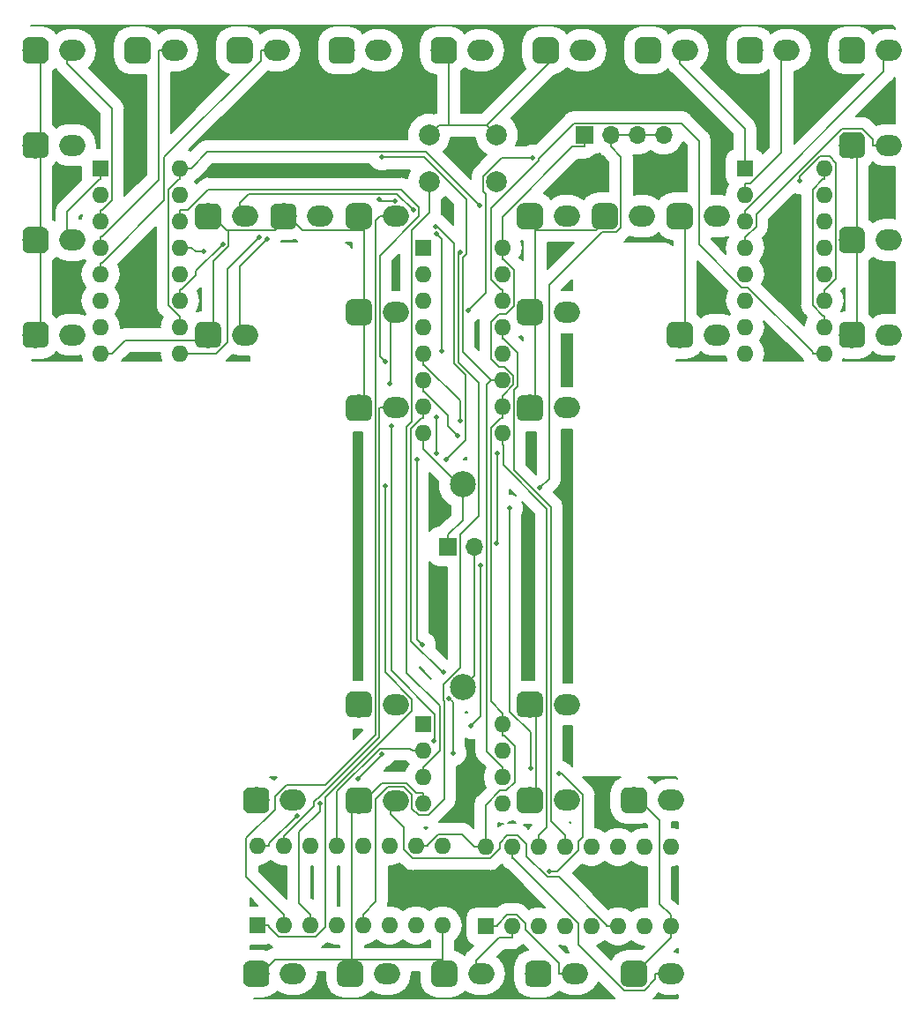
<source format=gbr>
G04 #@! TF.GenerationSoftware,KiCad,Pcbnew,(5.0.0)*
G04 #@! TF.CreationDate,2019-01-20T21:11:23-05:00*
G04 #@! TF.ProjectId,MiniTempleT,4D696E6954656D706C65542E6B696361,rev?*
G04 #@! TF.SameCoordinates,Original*
G04 #@! TF.FileFunction,Copper,L1,Top,Signal*
G04 #@! TF.FilePolarity,Positive*
%FSLAX46Y46*%
G04 Gerber Fmt 4.6, Leading zero omitted, Abs format (unit mm)*
G04 Created by KiCad (PCBNEW (5.0.0)) date 01/20/19 21:11:23*
%MOMM*%
%LPD*%
G01*
G04 APERTURE LIST*
G04 #@! TA.AperFunction,ComponentPad*
%ADD10R,1.600000X1.600000*%
G04 #@! TD*
G04 #@! TA.AperFunction,ComponentPad*
%ADD11O,1.600000X1.600000*%
G04 #@! TD*
G04 #@! TA.AperFunction,ComponentPad*
%ADD12C,2.000000*%
G04 #@! TD*
G04 #@! TA.AperFunction,ComponentPad*
%ADD13C,2.500000*%
G04 #@! TD*
G04 #@! TA.AperFunction,ComponentPad*
%ADD14R,1.700000X1.700000*%
G04 #@! TD*
G04 #@! TA.AperFunction,ComponentPad*
%ADD15O,1.700000X1.700000*%
G04 #@! TD*
G04 #@! TA.AperFunction,Conductor*
%ADD16C,0.100000*%
G04 #@! TD*
G04 #@! TA.AperFunction,ComponentPad*
%ADD17O,2.500000X2.000000*%
G04 #@! TD*
G04 #@! TA.AperFunction,ViaPad*
%ADD18C,0.500000*%
G04 #@! TD*
G04 #@! TA.AperFunction,Conductor*
%ADD19C,0.200000*%
G04 #@! TD*
G04 #@! TA.AperFunction,NonConductor*
%ADD20C,0.200000*%
G04 #@! TD*
G04 APERTURE END LIST*
D10*
G04 #@! TO.P,Tiny85,1*
G04 #@! TO.N,Master_Reset*
X167450000Y-122618000D03*
D11*
G04 #@! TO.P,Tiny85,5*
G04 #@! TO.N,Serial_Data*
X175070000Y-130238000D03*
G04 #@! TO.P,Tiny85,2*
G04 #@! TO.N,Output_Enable*
X167450000Y-125158000D03*
G04 #@! TO.P,Tiny85,6*
G04 #@! TO.N,Serial_Clock*
X175070000Y-127698000D03*
G04 #@! TO.P,Tiny85,3*
G04 #@! TO.N,Net-(BTN1-Pad2)*
X167450000Y-127698000D03*
G04 #@! TO.P,Tiny85,7*
G04 #@! TO.N,Reg_Clock*
X175070000Y-125158000D03*
G04 #@! TO.P,Tiny85,4*
G04 #@! TO.N,GND*
X167450000Y-130238000D03*
G04 #@! TO.P,Tiny85,8*
G04 #@! TO.N,Master_Reset*
X175070000Y-122618000D03*
G04 #@! TD*
D12*
G04 #@! TO.P,BTN1,2*
G04 #@! TO.N,Net-(BTN1-Pad2)*
X167965000Y-70540000D03*
G04 #@! TO.P,BTN1,1*
G04 #@! TO.N,GND*
X167965000Y-66040000D03*
G04 #@! TO.P,BTN1,2*
G04 #@! TO.N,Net-(BTN1-Pad2)*
X174465000Y-70540000D03*
G04 #@! TO.P,BTN1,1*
G04 #@! TO.N,GND*
X174465000Y-66040000D03*
G04 #@! TD*
D13*
G04 #@! TO.P,Battery1,1*
G04 #@! TO.N,GND*
X171196000Y-99569000D03*
G04 #@! TO.P,Battery1,2*
G04 #@! TO.N,Net-(Battery1-Pad2)*
X171196000Y-119069000D03*
G04 #@! TD*
D14*
G04 #@! TO.P,Power1,1*
G04 #@! TO.N,GND*
X169799000Y-105537000D03*
D15*
G04 #@! TO.P,Power1,2*
G04 #@! TO.N,Net-(Battery1-Pad2)*
X172339000Y-105537000D03*
G04 #@! TD*
D16*
G04 #@! TO.N,GND*
G04 #@! TO.C,D1*
G36*
X130869261Y-83970010D02*
X130929931Y-83979009D01*
X130989428Y-83993912D01*
X131047177Y-84014575D01*
X131102623Y-84040799D01*
X131155231Y-84072331D01*
X131204496Y-84108868D01*
X131249942Y-84150058D01*
X131291132Y-84195504D01*
X131327669Y-84244769D01*
X131359201Y-84297377D01*
X131385425Y-84352823D01*
X131406088Y-84410572D01*
X131420991Y-84470069D01*
X131429990Y-84530739D01*
X131433000Y-84592000D01*
X131433000Y-85842000D01*
X131429990Y-85903261D01*
X131420991Y-85963931D01*
X131406088Y-86023428D01*
X131385425Y-86081177D01*
X131359201Y-86136623D01*
X131327669Y-86189231D01*
X131291132Y-86238496D01*
X131249942Y-86283942D01*
X131204496Y-86325132D01*
X131155231Y-86361669D01*
X131102623Y-86393201D01*
X131047177Y-86419425D01*
X130989428Y-86440088D01*
X130929931Y-86454991D01*
X130869261Y-86463990D01*
X130808000Y-86467000D01*
X129558000Y-86467000D01*
X129496739Y-86463990D01*
X129436069Y-86454991D01*
X129376572Y-86440088D01*
X129318823Y-86419425D01*
X129263377Y-86393201D01*
X129210769Y-86361669D01*
X129161504Y-86325132D01*
X129116058Y-86283942D01*
X129074868Y-86238496D01*
X129038331Y-86189231D01*
X129006799Y-86136623D01*
X128980575Y-86081177D01*
X128959912Y-86023428D01*
X128945009Y-85963931D01*
X128936010Y-85903261D01*
X128933000Y-85842000D01*
X128933000Y-84592000D01*
X128936010Y-84530739D01*
X128945009Y-84470069D01*
X128959912Y-84410572D01*
X128980575Y-84352823D01*
X129006799Y-84297377D01*
X129038331Y-84244769D01*
X129074868Y-84195504D01*
X129116058Y-84150058D01*
X129161504Y-84108868D01*
X129210769Y-84072331D01*
X129263377Y-84040799D01*
X129318823Y-84014575D01*
X129376572Y-83993912D01*
X129436069Y-83979009D01*
X129496739Y-83970010D01*
X129558000Y-83967000D01*
X130808000Y-83967000D01*
X130869261Y-83970010D01*
X130869261Y-83970010D01*
G37*
D13*
G04 #@! TD*
G04 #@! TO.P,D1,1*
G04 #@! TO.N,GND*
X130183000Y-85217000D03*
D17*
G04 #@! TO.P,D1,2*
G04 #@! TO.N,Net-(D1-Pad2)*
X133723000Y-85217000D03*
G04 #@! TD*
G04 #@! TO.P,D2,2*
G04 #@! TO.N,Net-(D2-Pad2)*
X133723000Y-76117000D03*
D16*
G04 #@! TD*
G04 #@! TO.N,GND*
G04 #@! TO.C,D2*
G36*
X130869261Y-74870010D02*
X130929931Y-74879009D01*
X130989428Y-74893912D01*
X131047177Y-74914575D01*
X131102623Y-74940799D01*
X131155231Y-74972331D01*
X131204496Y-75008868D01*
X131249942Y-75050058D01*
X131291132Y-75095504D01*
X131327669Y-75144769D01*
X131359201Y-75197377D01*
X131385425Y-75252823D01*
X131406088Y-75310572D01*
X131420991Y-75370069D01*
X131429990Y-75430739D01*
X131433000Y-75492000D01*
X131433000Y-76742000D01*
X131429990Y-76803261D01*
X131420991Y-76863931D01*
X131406088Y-76923428D01*
X131385425Y-76981177D01*
X131359201Y-77036623D01*
X131327669Y-77089231D01*
X131291132Y-77138496D01*
X131249942Y-77183942D01*
X131204496Y-77225132D01*
X131155231Y-77261669D01*
X131102623Y-77293201D01*
X131047177Y-77319425D01*
X130989428Y-77340088D01*
X130929931Y-77354991D01*
X130869261Y-77363990D01*
X130808000Y-77367000D01*
X129558000Y-77367000D01*
X129496739Y-77363990D01*
X129436069Y-77354991D01*
X129376572Y-77340088D01*
X129318823Y-77319425D01*
X129263377Y-77293201D01*
X129210769Y-77261669D01*
X129161504Y-77225132D01*
X129116058Y-77183942D01*
X129074868Y-77138496D01*
X129038331Y-77089231D01*
X129006799Y-77036623D01*
X128980575Y-76981177D01*
X128959912Y-76923428D01*
X128945009Y-76863931D01*
X128936010Y-76803261D01*
X128933000Y-76742000D01*
X128933000Y-75492000D01*
X128936010Y-75430739D01*
X128945009Y-75370069D01*
X128959912Y-75310572D01*
X128980575Y-75252823D01*
X129006799Y-75197377D01*
X129038331Y-75144769D01*
X129074868Y-75095504D01*
X129116058Y-75050058D01*
X129161504Y-75008868D01*
X129210769Y-74972331D01*
X129263377Y-74940799D01*
X129318823Y-74914575D01*
X129376572Y-74893912D01*
X129436069Y-74879009D01*
X129496739Y-74870010D01*
X129558000Y-74867000D01*
X130808000Y-74867000D01*
X130869261Y-74870010D01*
X130869261Y-74870010D01*
G37*
D13*
G04 #@! TO.P,D2,1*
G04 #@! TO.N,GND*
X130183000Y-76117000D03*
G04 #@! TD*
D17*
G04 #@! TO.P,D3,2*
G04 #@! TO.N,Net-(D3-Pad2)*
X133723000Y-67017000D03*
D16*
G04 #@! TD*
G04 #@! TO.N,GND*
G04 #@! TO.C,D3*
G36*
X130869261Y-65770010D02*
X130929931Y-65779009D01*
X130989428Y-65793912D01*
X131047177Y-65814575D01*
X131102623Y-65840799D01*
X131155231Y-65872331D01*
X131204496Y-65908868D01*
X131249942Y-65950058D01*
X131291132Y-65995504D01*
X131327669Y-66044769D01*
X131359201Y-66097377D01*
X131385425Y-66152823D01*
X131406088Y-66210572D01*
X131420991Y-66270069D01*
X131429990Y-66330739D01*
X131433000Y-66392000D01*
X131433000Y-67642000D01*
X131429990Y-67703261D01*
X131420991Y-67763931D01*
X131406088Y-67823428D01*
X131385425Y-67881177D01*
X131359201Y-67936623D01*
X131327669Y-67989231D01*
X131291132Y-68038496D01*
X131249942Y-68083942D01*
X131204496Y-68125132D01*
X131155231Y-68161669D01*
X131102623Y-68193201D01*
X131047177Y-68219425D01*
X130989428Y-68240088D01*
X130929931Y-68254991D01*
X130869261Y-68263990D01*
X130808000Y-68267000D01*
X129558000Y-68267000D01*
X129496739Y-68263990D01*
X129436069Y-68254991D01*
X129376572Y-68240088D01*
X129318823Y-68219425D01*
X129263377Y-68193201D01*
X129210769Y-68161669D01*
X129161504Y-68125132D01*
X129116058Y-68083942D01*
X129074868Y-68038496D01*
X129038331Y-67989231D01*
X129006799Y-67936623D01*
X128980575Y-67881177D01*
X128959912Y-67823428D01*
X128945009Y-67763931D01*
X128936010Y-67703261D01*
X128933000Y-67642000D01*
X128933000Y-66392000D01*
X128936010Y-66330739D01*
X128945009Y-66270069D01*
X128959912Y-66210572D01*
X128980575Y-66152823D01*
X129006799Y-66097377D01*
X129038331Y-66044769D01*
X129074868Y-65995504D01*
X129116058Y-65950058D01*
X129161504Y-65908868D01*
X129210769Y-65872331D01*
X129263377Y-65840799D01*
X129318823Y-65814575D01*
X129376572Y-65793912D01*
X129436069Y-65779009D01*
X129496739Y-65770010D01*
X129558000Y-65767000D01*
X130808000Y-65767000D01*
X130869261Y-65770010D01*
X130869261Y-65770010D01*
G37*
D13*
G04 #@! TO.P,D3,1*
G04 #@! TO.N,GND*
X130183000Y-67017000D03*
G04 #@! TD*
D17*
G04 #@! TO.P,D4,2*
G04 #@! TO.N,Net-(D4-Pad2)*
X133723000Y-57917000D03*
D16*
G04 #@! TD*
G04 #@! TO.N,GND*
G04 #@! TO.C,D4*
G36*
X130869261Y-56670010D02*
X130929931Y-56679009D01*
X130989428Y-56693912D01*
X131047177Y-56714575D01*
X131102623Y-56740799D01*
X131155231Y-56772331D01*
X131204496Y-56808868D01*
X131249942Y-56850058D01*
X131291132Y-56895504D01*
X131327669Y-56944769D01*
X131359201Y-56997377D01*
X131385425Y-57052823D01*
X131406088Y-57110572D01*
X131420991Y-57170069D01*
X131429990Y-57230739D01*
X131433000Y-57292000D01*
X131433000Y-58542000D01*
X131429990Y-58603261D01*
X131420991Y-58663931D01*
X131406088Y-58723428D01*
X131385425Y-58781177D01*
X131359201Y-58836623D01*
X131327669Y-58889231D01*
X131291132Y-58938496D01*
X131249942Y-58983942D01*
X131204496Y-59025132D01*
X131155231Y-59061669D01*
X131102623Y-59093201D01*
X131047177Y-59119425D01*
X130989428Y-59140088D01*
X130929931Y-59154991D01*
X130869261Y-59163990D01*
X130808000Y-59167000D01*
X129558000Y-59167000D01*
X129496739Y-59163990D01*
X129436069Y-59154991D01*
X129376572Y-59140088D01*
X129318823Y-59119425D01*
X129263377Y-59093201D01*
X129210769Y-59061669D01*
X129161504Y-59025132D01*
X129116058Y-58983942D01*
X129074868Y-58938496D01*
X129038331Y-58889231D01*
X129006799Y-58836623D01*
X128980575Y-58781177D01*
X128959912Y-58723428D01*
X128945009Y-58663931D01*
X128936010Y-58603261D01*
X128933000Y-58542000D01*
X128933000Y-57292000D01*
X128936010Y-57230739D01*
X128945009Y-57170069D01*
X128959912Y-57110572D01*
X128980575Y-57052823D01*
X129006799Y-56997377D01*
X129038331Y-56944769D01*
X129074868Y-56895504D01*
X129116058Y-56850058D01*
X129161504Y-56808868D01*
X129210769Y-56772331D01*
X129263377Y-56740799D01*
X129318823Y-56714575D01*
X129376572Y-56693912D01*
X129436069Y-56679009D01*
X129496739Y-56670010D01*
X129558000Y-56667000D01*
X130808000Y-56667000D01*
X130869261Y-56670010D01*
X130869261Y-56670010D01*
G37*
D13*
G04 #@! TO.P,D4,1*
G04 #@! TO.N,GND*
X130183000Y-57917000D03*
G04 #@! TD*
D16*
G04 #@! TO.N,GND*
G04 #@! TO.C,D5*
G36*
X140669261Y-56670010D02*
X140729931Y-56679009D01*
X140789428Y-56693912D01*
X140847177Y-56714575D01*
X140902623Y-56740799D01*
X140955231Y-56772331D01*
X141004496Y-56808868D01*
X141049942Y-56850058D01*
X141091132Y-56895504D01*
X141127669Y-56944769D01*
X141159201Y-56997377D01*
X141185425Y-57052823D01*
X141206088Y-57110572D01*
X141220991Y-57170069D01*
X141229990Y-57230739D01*
X141233000Y-57292000D01*
X141233000Y-58542000D01*
X141229990Y-58603261D01*
X141220991Y-58663931D01*
X141206088Y-58723428D01*
X141185425Y-58781177D01*
X141159201Y-58836623D01*
X141127669Y-58889231D01*
X141091132Y-58938496D01*
X141049942Y-58983942D01*
X141004496Y-59025132D01*
X140955231Y-59061669D01*
X140902623Y-59093201D01*
X140847177Y-59119425D01*
X140789428Y-59140088D01*
X140729931Y-59154991D01*
X140669261Y-59163990D01*
X140608000Y-59167000D01*
X139358000Y-59167000D01*
X139296739Y-59163990D01*
X139236069Y-59154991D01*
X139176572Y-59140088D01*
X139118823Y-59119425D01*
X139063377Y-59093201D01*
X139010769Y-59061669D01*
X138961504Y-59025132D01*
X138916058Y-58983942D01*
X138874868Y-58938496D01*
X138838331Y-58889231D01*
X138806799Y-58836623D01*
X138780575Y-58781177D01*
X138759912Y-58723428D01*
X138745009Y-58663931D01*
X138736010Y-58603261D01*
X138733000Y-58542000D01*
X138733000Y-57292000D01*
X138736010Y-57230739D01*
X138745009Y-57170069D01*
X138759912Y-57110572D01*
X138780575Y-57052823D01*
X138806799Y-56997377D01*
X138838331Y-56944769D01*
X138874868Y-56895504D01*
X138916058Y-56850058D01*
X138961504Y-56808868D01*
X139010769Y-56772331D01*
X139063377Y-56740799D01*
X139118823Y-56714575D01*
X139176572Y-56693912D01*
X139236069Y-56679009D01*
X139296739Y-56670010D01*
X139358000Y-56667000D01*
X140608000Y-56667000D01*
X140669261Y-56670010D01*
X140669261Y-56670010D01*
G37*
D13*
G04 #@! TD*
G04 #@! TO.P,D5,1*
G04 #@! TO.N,GND*
X139983000Y-57917000D03*
D17*
G04 #@! TO.P,D5,2*
G04 #@! TO.N,Net-(D5-Pad2)*
X143523000Y-57917000D03*
G04 #@! TD*
G04 #@! TO.P,D6,2*
G04 #@! TO.N,Net-(D6-Pad2)*
X153323000Y-57917000D03*
D16*
G04 #@! TD*
G04 #@! TO.N,GND*
G04 #@! TO.C,D6*
G36*
X150469261Y-56670010D02*
X150529931Y-56679009D01*
X150589428Y-56693912D01*
X150647177Y-56714575D01*
X150702623Y-56740799D01*
X150755231Y-56772331D01*
X150804496Y-56808868D01*
X150849942Y-56850058D01*
X150891132Y-56895504D01*
X150927669Y-56944769D01*
X150959201Y-56997377D01*
X150985425Y-57052823D01*
X151006088Y-57110572D01*
X151020991Y-57170069D01*
X151029990Y-57230739D01*
X151033000Y-57292000D01*
X151033000Y-58542000D01*
X151029990Y-58603261D01*
X151020991Y-58663931D01*
X151006088Y-58723428D01*
X150985425Y-58781177D01*
X150959201Y-58836623D01*
X150927669Y-58889231D01*
X150891132Y-58938496D01*
X150849942Y-58983942D01*
X150804496Y-59025132D01*
X150755231Y-59061669D01*
X150702623Y-59093201D01*
X150647177Y-59119425D01*
X150589428Y-59140088D01*
X150529931Y-59154991D01*
X150469261Y-59163990D01*
X150408000Y-59167000D01*
X149158000Y-59167000D01*
X149096739Y-59163990D01*
X149036069Y-59154991D01*
X148976572Y-59140088D01*
X148918823Y-59119425D01*
X148863377Y-59093201D01*
X148810769Y-59061669D01*
X148761504Y-59025132D01*
X148716058Y-58983942D01*
X148674868Y-58938496D01*
X148638331Y-58889231D01*
X148606799Y-58836623D01*
X148580575Y-58781177D01*
X148559912Y-58723428D01*
X148545009Y-58663931D01*
X148536010Y-58603261D01*
X148533000Y-58542000D01*
X148533000Y-57292000D01*
X148536010Y-57230739D01*
X148545009Y-57170069D01*
X148559912Y-57110572D01*
X148580575Y-57052823D01*
X148606799Y-56997377D01*
X148638331Y-56944769D01*
X148674868Y-56895504D01*
X148716058Y-56850058D01*
X148761504Y-56808868D01*
X148810769Y-56772331D01*
X148863377Y-56740799D01*
X148918823Y-56714575D01*
X148976572Y-56693912D01*
X149036069Y-56679009D01*
X149096739Y-56670010D01*
X149158000Y-56667000D01*
X150408000Y-56667000D01*
X150469261Y-56670010D01*
X150469261Y-56670010D01*
G37*
D13*
G04 #@! TO.P,D6,1*
G04 #@! TO.N,GND*
X149783000Y-57917000D03*
G04 #@! TD*
D16*
G04 #@! TO.N,GND*
G04 #@! TO.C,D7*
G36*
X160269261Y-56670010D02*
X160329931Y-56679009D01*
X160389428Y-56693912D01*
X160447177Y-56714575D01*
X160502623Y-56740799D01*
X160555231Y-56772331D01*
X160604496Y-56808868D01*
X160649942Y-56850058D01*
X160691132Y-56895504D01*
X160727669Y-56944769D01*
X160759201Y-56997377D01*
X160785425Y-57052823D01*
X160806088Y-57110572D01*
X160820991Y-57170069D01*
X160829990Y-57230739D01*
X160833000Y-57292000D01*
X160833000Y-58542000D01*
X160829990Y-58603261D01*
X160820991Y-58663931D01*
X160806088Y-58723428D01*
X160785425Y-58781177D01*
X160759201Y-58836623D01*
X160727669Y-58889231D01*
X160691132Y-58938496D01*
X160649942Y-58983942D01*
X160604496Y-59025132D01*
X160555231Y-59061669D01*
X160502623Y-59093201D01*
X160447177Y-59119425D01*
X160389428Y-59140088D01*
X160329931Y-59154991D01*
X160269261Y-59163990D01*
X160208000Y-59167000D01*
X158958000Y-59167000D01*
X158896739Y-59163990D01*
X158836069Y-59154991D01*
X158776572Y-59140088D01*
X158718823Y-59119425D01*
X158663377Y-59093201D01*
X158610769Y-59061669D01*
X158561504Y-59025132D01*
X158516058Y-58983942D01*
X158474868Y-58938496D01*
X158438331Y-58889231D01*
X158406799Y-58836623D01*
X158380575Y-58781177D01*
X158359912Y-58723428D01*
X158345009Y-58663931D01*
X158336010Y-58603261D01*
X158333000Y-58542000D01*
X158333000Y-57292000D01*
X158336010Y-57230739D01*
X158345009Y-57170069D01*
X158359912Y-57110572D01*
X158380575Y-57052823D01*
X158406799Y-56997377D01*
X158438331Y-56944769D01*
X158474868Y-56895504D01*
X158516058Y-56850058D01*
X158561504Y-56808868D01*
X158610769Y-56772331D01*
X158663377Y-56740799D01*
X158718823Y-56714575D01*
X158776572Y-56693912D01*
X158836069Y-56679009D01*
X158896739Y-56670010D01*
X158958000Y-56667000D01*
X160208000Y-56667000D01*
X160269261Y-56670010D01*
X160269261Y-56670010D01*
G37*
D13*
G04 #@! TD*
G04 #@! TO.P,D7,1*
G04 #@! TO.N,GND*
X159583000Y-57917000D03*
D17*
G04 #@! TO.P,D7,2*
G04 #@! TO.N,Net-(D7-Pad2)*
X163123000Y-57917000D03*
G04 #@! TD*
D16*
G04 #@! TO.N,GND*
G04 #@! TO.C,D8*
G36*
X170069261Y-56670010D02*
X170129931Y-56679009D01*
X170189428Y-56693912D01*
X170247177Y-56714575D01*
X170302623Y-56740799D01*
X170355231Y-56772331D01*
X170404496Y-56808868D01*
X170449942Y-56850058D01*
X170491132Y-56895504D01*
X170527669Y-56944769D01*
X170559201Y-56997377D01*
X170585425Y-57052823D01*
X170606088Y-57110572D01*
X170620991Y-57170069D01*
X170629990Y-57230739D01*
X170633000Y-57292000D01*
X170633000Y-58542000D01*
X170629990Y-58603261D01*
X170620991Y-58663931D01*
X170606088Y-58723428D01*
X170585425Y-58781177D01*
X170559201Y-58836623D01*
X170527669Y-58889231D01*
X170491132Y-58938496D01*
X170449942Y-58983942D01*
X170404496Y-59025132D01*
X170355231Y-59061669D01*
X170302623Y-59093201D01*
X170247177Y-59119425D01*
X170189428Y-59140088D01*
X170129931Y-59154991D01*
X170069261Y-59163990D01*
X170008000Y-59167000D01*
X168758000Y-59167000D01*
X168696739Y-59163990D01*
X168636069Y-59154991D01*
X168576572Y-59140088D01*
X168518823Y-59119425D01*
X168463377Y-59093201D01*
X168410769Y-59061669D01*
X168361504Y-59025132D01*
X168316058Y-58983942D01*
X168274868Y-58938496D01*
X168238331Y-58889231D01*
X168206799Y-58836623D01*
X168180575Y-58781177D01*
X168159912Y-58723428D01*
X168145009Y-58663931D01*
X168136010Y-58603261D01*
X168133000Y-58542000D01*
X168133000Y-57292000D01*
X168136010Y-57230739D01*
X168145009Y-57170069D01*
X168159912Y-57110572D01*
X168180575Y-57052823D01*
X168206799Y-56997377D01*
X168238331Y-56944769D01*
X168274868Y-56895504D01*
X168316058Y-56850058D01*
X168361504Y-56808868D01*
X168410769Y-56772331D01*
X168463377Y-56740799D01*
X168518823Y-56714575D01*
X168576572Y-56693912D01*
X168636069Y-56679009D01*
X168696739Y-56670010D01*
X168758000Y-56667000D01*
X170008000Y-56667000D01*
X170069261Y-56670010D01*
X170069261Y-56670010D01*
G37*
D13*
G04 #@! TD*
G04 #@! TO.P,D8,1*
G04 #@! TO.N,GND*
X169383000Y-57917000D03*
D17*
G04 #@! TO.P,D8,2*
G04 #@! TO.N,Net-(D8-Pad2)*
X172923000Y-57917000D03*
G04 #@! TD*
G04 #@! TO.P,D9,2*
G04 #@! TO.N,Net-(D9-Pad2)*
X182723000Y-57917000D03*
D16*
G04 #@! TD*
G04 #@! TO.N,GND*
G04 #@! TO.C,D9*
G36*
X179869261Y-56670010D02*
X179929931Y-56679009D01*
X179989428Y-56693912D01*
X180047177Y-56714575D01*
X180102623Y-56740799D01*
X180155231Y-56772331D01*
X180204496Y-56808868D01*
X180249942Y-56850058D01*
X180291132Y-56895504D01*
X180327669Y-56944769D01*
X180359201Y-56997377D01*
X180385425Y-57052823D01*
X180406088Y-57110572D01*
X180420991Y-57170069D01*
X180429990Y-57230739D01*
X180433000Y-57292000D01*
X180433000Y-58542000D01*
X180429990Y-58603261D01*
X180420991Y-58663931D01*
X180406088Y-58723428D01*
X180385425Y-58781177D01*
X180359201Y-58836623D01*
X180327669Y-58889231D01*
X180291132Y-58938496D01*
X180249942Y-58983942D01*
X180204496Y-59025132D01*
X180155231Y-59061669D01*
X180102623Y-59093201D01*
X180047177Y-59119425D01*
X179989428Y-59140088D01*
X179929931Y-59154991D01*
X179869261Y-59163990D01*
X179808000Y-59167000D01*
X178558000Y-59167000D01*
X178496739Y-59163990D01*
X178436069Y-59154991D01*
X178376572Y-59140088D01*
X178318823Y-59119425D01*
X178263377Y-59093201D01*
X178210769Y-59061669D01*
X178161504Y-59025132D01*
X178116058Y-58983942D01*
X178074868Y-58938496D01*
X178038331Y-58889231D01*
X178006799Y-58836623D01*
X177980575Y-58781177D01*
X177959912Y-58723428D01*
X177945009Y-58663931D01*
X177936010Y-58603261D01*
X177933000Y-58542000D01*
X177933000Y-57292000D01*
X177936010Y-57230739D01*
X177945009Y-57170069D01*
X177959912Y-57110572D01*
X177980575Y-57052823D01*
X178006799Y-56997377D01*
X178038331Y-56944769D01*
X178074868Y-56895504D01*
X178116058Y-56850058D01*
X178161504Y-56808868D01*
X178210769Y-56772331D01*
X178263377Y-56740799D01*
X178318823Y-56714575D01*
X178376572Y-56693912D01*
X178436069Y-56679009D01*
X178496739Y-56670010D01*
X178558000Y-56667000D01*
X179808000Y-56667000D01*
X179869261Y-56670010D01*
X179869261Y-56670010D01*
G37*
D13*
G04 #@! TO.P,D9,1*
G04 #@! TO.N,GND*
X179183000Y-57917000D03*
G04 #@! TD*
D17*
G04 #@! TO.P,D10,2*
G04 #@! TO.N,Net-(D10-Pad2)*
X192523000Y-57917000D03*
D16*
G04 #@! TD*
G04 #@! TO.N,GND*
G04 #@! TO.C,D10*
G36*
X189669261Y-56670010D02*
X189729931Y-56679009D01*
X189789428Y-56693912D01*
X189847177Y-56714575D01*
X189902623Y-56740799D01*
X189955231Y-56772331D01*
X190004496Y-56808868D01*
X190049942Y-56850058D01*
X190091132Y-56895504D01*
X190127669Y-56944769D01*
X190159201Y-56997377D01*
X190185425Y-57052823D01*
X190206088Y-57110572D01*
X190220991Y-57170069D01*
X190229990Y-57230739D01*
X190233000Y-57292000D01*
X190233000Y-58542000D01*
X190229990Y-58603261D01*
X190220991Y-58663931D01*
X190206088Y-58723428D01*
X190185425Y-58781177D01*
X190159201Y-58836623D01*
X190127669Y-58889231D01*
X190091132Y-58938496D01*
X190049942Y-58983942D01*
X190004496Y-59025132D01*
X189955231Y-59061669D01*
X189902623Y-59093201D01*
X189847177Y-59119425D01*
X189789428Y-59140088D01*
X189729931Y-59154991D01*
X189669261Y-59163990D01*
X189608000Y-59167000D01*
X188358000Y-59167000D01*
X188296739Y-59163990D01*
X188236069Y-59154991D01*
X188176572Y-59140088D01*
X188118823Y-59119425D01*
X188063377Y-59093201D01*
X188010769Y-59061669D01*
X187961504Y-59025132D01*
X187916058Y-58983942D01*
X187874868Y-58938496D01*
X187838331Y-58889231D01*
X187806799Y-58836623D01*
X187780575Y-58781177D01*
X187759912Y-58723428D01*
X187745009Y-58663931D01*
X187736010Y-58603261D01*
X187733000Y-58542000D01*
X187733000Y-57292000D01*
X187736010Y-57230739D01*
X187745009Y-57170069D01*
X187759912Y-57110572D01*
X187780575Y-57052823D01*
X187806799Y-56997377D01*
X187838331Y-56944769D01*
X187874868Y-56895504D01*
X187916058Y-56850058D01*
X187961504Y-56808868D01*
X188010769Y-56772331D01*
X188063377Y-56740799D01*
X188118823Y-56714575D01*
X188176572Y-56693912D01*
X188236069Y-56679009D01*
X188296739Y-56670010D01*
X188358000Y-56667000D01*
X189608000Y-56667000D01*
X189669261Y-56670010D01*
X189669261Y-56670010D01*
G37*
D13*
G04 #@! TO.P,D10,1*
G04 #@! TO.N,GND*
X188983000Y-57917000D03*
G04 #@! TD*
D16*
G04 #@! TO.N,GND*
G04 #@! TO.C,D11*
G36*
X199469261Y-56670010D02*
X199529931Y-56679009D01*
X199589428Y-56693912D01*
X199647177Y-56714575D01*
X199702623Y-56740799D01*
X199755231Y-56772331D01*
X199804496Y-56808868D01*
X199849942Y-56850058D01*
X199891132Y-56895504D01*
X199927669Y-56944769D01*
X199959201Y-56997377D01*
X199985425Y-57052823D01*
X200006088Y-57110572D01*
X200020991Y-57170069D01*
X200029990Y-57230739D01*
X200033000Y-57292000D01*
X200033000Y-58542000D01*
X200029990Y-58603261D01*
X200020991Y-58663931D01*
X200006088Y-58723428D01*
X199985425Y-58781177D01*
X199959201Y-58836623D01*
X199927669Y-58889231D01*
X199891132Y-58938496D01*
X199849942Y-58983942D01*
X199804496Y-59025132D01*
X199755231Y-59061669D01*
X199702623Y-59093201D01*
X199647177Y-59119425D01*
X199589428Y-59140088D01*
X199529931Y-59154991D01*
X199469261Y-59163990D01*
X199408000Y-59167000D01*
X198158000Y-59167000D01*
X198096739Y-59163990D01*
X198036069Y-59154991D01*
X197976572Y-59140088D01*
X197918823Y-59119425D01*
X197863377Y-59093201D01*
X197810769Y-59061669D01*
X197761504Y-59025132D01*
X197716058Y-58983942D01*
X197674868Y-58938496D01*
X197638331Y-58889231D01*
X197606799Y-58836623D01*
X197580575Y-58781177D01*
X197559912Y-58723428D01*
X197545009Y-58663931D01*
X197536010Y-58603261D01*
X197533000Y-58542000D01*
X197533000Y-57292000D01*
X197536010Y-57230739D01*
X197545009Y-57170069D01*
X197559912Y-57110572D01*
X197580575Y-57052823D01*
X197606799Y-56997377D01*
X197638331Y-56944769D01*
X197674868Y-56895504D01*
X197716058Y-56850058D01*
X197761504Y-56808868D01*
X197810769Y-56772331D01*
X197863377Y-56740799D01*
X197918823Y-56714575D01*
X197976572Y-56693912D01*
X198036069Y-56679009D01*
X198096739Y-56670010D01*
X198158000Y-56667000D01*
X199408000Y-56667000D01*
X199469261Y-56670010D01*
X199469261Y-56670010D01*
G37*
D13*
G04 #@! TD*
G04 #@! TO.P,D11,1*
G04 #@! TO.N,GND*
X198783000Y-57917000D03*
D17*
G04 #@! TO.P,D11,2*
G04 #@! TO.N,Net-(D11-Pad2)*
X202323000Y-57917000D03*
G04 #@! TD*
G04 #@! TO.P,D12,2*
G04 #@! TO.N,Net-(D12-Pad2)*
X212123000Y-57917000D03*
D16*
G04 #@! TD*
G04 #@! TO.N,GND*
G04 #@! TO.C,D12*
G36*
X209269261Y-56670010D02*
X209329931Y-56679009D01*
X209389428Y-56693912D01*
X209447177Y-56714575D01*
X209502623Y-56740799D01*
X209555231Y-56772331D01*
X209604496Y-56808868D01*
X209649942Y-56850058D01*
X209691132Y-56895504D01*
X209727669Y-56944769D01*
X209759201Y-56997377D01*
X209785425Y-57052823D01*
X209806088Y-57110572D01*
X209820991Y-57170069D01*
X209829990Y-57230739D01*
X209833000Y-57292000D01*
X209833000Y-58542000D01*
X209829990Y-58603261D01*
X209820991Y-58663931D01*
X209806088Y-58723428D01*
X209785425Y-58781177D01*
X209759201Y-58836623D01*
X209727669Y-58889231D01*
X209691132Y-58938496D01*
X209649942Y-58983942D01*
X209604496Y-59025132D01*
X209555231Y-59061669D01*
X209502623Y-59093201D01*
X209447177Y-59119425D01*
X209389428Y-59140088D01*
X209329931Y-59154991D01*
X209269261Y-59163990D01*
X209208000Y-59167000D01*
X207958000Y-59167000D01*
X207896739Y-59163990D01*
X207836069Y-59154991D01*
X207776572Y-59140088D01*
X207718823Y-59119425D01*
X207663377Y-59093201D01*
X207610769Y-59061669D01*
X207561504Y-59025132D01*
X207516058Y-58983942D01*
X207474868Y-58938496D01*
X207438331Y-58889231D01*
X207406799Y-58836623D01*
X207380575Y-58781177D01*
X207359912Y-58723428D01*
X207345009Y-58663931D01*
X207336010Y-58603261D01*
X207333000Y-58542000D01*
X207333000Y-57292000D01*
X207336010Y-57230739D01*
X207345009Y-57170069D01*
X207359912Y-57110572D01*
X207380575Y-57052823D01*
X207406799Y-56997377D01*
X207438331Y-56944769D01*
X207474868Y-56895504D01*
X207516058Y-56850058D01*
X207561504Y-56808868D01*
X207610769Y-56772331D01*
X207663377Y-56740799D01*
X207718823Y-56714575D01*
X207776572Y-56693912D01*
X207836069Y-56679009D01*
X207896739Y-56670010D01*
X207958000Y-56667000D01*
X209208000Y-56667000D01*
X209269261Y-56670010D01*
X209269261Y-56670010D01*
G37*
D13*
G04 #@! TO.P,D12,1*
G04 #@! TO.N,GND*
X208583000Y-57917000D03*
G04 #@! TD*
D16*
G04 #@! TO.N,GND*
G04 #@! TO.C,D13*
G36*
X209269261Y-65770010D02*
X209329931Y-65779009D01*
X209389428Y-65793912D01*
X209447177Y-65814575D01*
X209502623Y-65840799D01*
X209555231Y-65872331D01*
X209604496Y-65908868D01*
X209649942Y-65950058D01*
X209691132Y-65995504D01*
X209727669Y-66044769D01*
X209759201Y-66097377D01*
X209785425Y-66152823D01*
X209806088Y-66210572D01*
X209820991Y-66270069D01*
X209829990Y-66330739D01*
X209833000Y-66392000D01*
X209833000Y-67642000D01*
X209829990Y-67703261D01*
X209820991Y-67763931D01*
X209806088Y-67823428D01*
X209785425Y-67881177D01*
X209759201Y-67936623D01*
X209727669Y-67989231D01*
X209691132Y-68038496D01*
X209649942Y-68083942D01*
X209604496Y-68125132D01*
X209555231Y-68161669D01*
X209502623Y-68193201D01*
X209447177Y-68219425D01*
X209389428Y-68240088D01*
X209329931Y-68254991D01*
X209269261Y-68263990D01*
X209208000Y-68267000D01*
X207958000Y-68267000D01*
X207896739Y-68263990D01*
X207836069Y-68254991D01*
X207776572Y-68240088D01*
X207718823Y-68219425D01*
X207663377Y-68193201D01*
X207610769Y-68161669D01*
X207561504Y-68125132D01*
X207516058Y-68083942D01*
X207474868Y-68038496D01*
X207438331Y-67989231D01*
X207406799Y-67936623D01*
X207380575Y-67881177D01*
X207359912Y-67823428D01*
X207345009Y-67763931D01*
X207336010Y-67703261D01*
X207333000Y-67642000D01*
X207333000Y-66392000D01*
X207336010Y-66330739D01*
X207345009Y-66270069D01*
X207359912Y-66210572D01*
X207380575Y-66152823D01*
X207406799Y-66097377D01*
X207438331Y-66044769D01*
X207474868Y-65995504D01*
X207516058Y-65950058D01*
X207561504Y-65908868D01*
X207610769Y-65872331D01*
X207663377Y-65840799D01*
X207718823Y-65814575D01*
X207776572Y-65793912D01*
X207836069Y-65779009D01*
X207896739Y-65770010D01*
X207958000Y-65767000D01*
X209208000Y-65767000D01*
X209269261Y-65770010D01*
X209269261Y-65770010D01*
G37*
D13*
G04 #@! TD*
G04 #@! TO.P,D13,1*
G04 #@! TO.N,GND*
X208583000Y-67017000D03*
D17*
G04 #@! TO.P,D13,2*
G04 #@! TO.N,Net-(D13-Pad2)*
X212123000Y-67017000D03*
G04 #@! TD*
G04 #@! TO.P,D14,2*
G04 #@! TO.N,Net-(D14-Pad2)*
X212123000Y-76117000D03*
D16*
G04 #@! TD*
G04 #@! TO.N,GND*
G04 #@! TO.C,D14*
G36*
X209269261Y-74870010D02*
X209329931Y-74879009D01*
X209389428Y-74893912D01*
X209447177Y-74914575D01*
X209502623Y-74940799D01*
X209555231Y-74972331D01*
X209604496Y-75008868D01*
X209649942Y-75050058D01*
X209691132Y-75095504D01*
X209727669Y-75144769D01*
X209759201Y-75197377D01*
X209785425Y-75252823D01*
X209806088Y-75310572D01*
X209820991Y-75370069D01*
X209829990Y-75430739D01*
X209833000Y-75492000D01*
X209833000Y-76742000D01*
X209829990Y-76803261D01*
X209820991Y-76863931D01*
X209806088Y-76923428D01*
X209785425Y-76981177D01*
X209759201Y-77036623D01*
X209727669Y-77089231D01*
X209691132Y-77138496D01*
X209649942Y-77183942D01*
X209604496Y-77225132D01*
X209555231Y-77261669D01*
X209502623Y-77293201D01*
X209447177Y-77319425D01*
X209389428Y-77340088D01*
X209329931Y-77354991D01*
X209269261Y-77363990D01*
X209208000Y-77367000D01*
X207958000Y-77367000D01*
X207896739Y-77363990D01*
X207836069Y-77354991D01*
X207776572Y-77340088D01*
X207718823Y-77319425D01*
X207663377Y-77293201D01*
X207610769Y-77261669D01*
X207561504Y-77225132D01*
X207516058Y-77183942D01*
X207474868Y-77138496D01*
X207438331Y-77089231D01*
X207406799Y-77036623D01*
X207380575Y-76981177D01*
X207359912Y-76923428D01*
X207345009Y-76863931D01*
X207336010Y-76803261D01*
X207333000Y-76742000D01*
X207333000Y-75492000D01*
X207336010Y-75430739D01*
X207345009Y-75370069D01*
X207359912Y-75310572D01*
X207380575Y-75252823D01*
X207406799Y-75197377D01*
X207438331Y-75144769D01*
X207474868Y-75095504D01*
X207516058Y-75050058D01*
X207561504Y-75008868D01*
X207610769Y-74972331D01*
X207663377Y-74940799D01*
X207718823Y-74914575D01*
X207776572Y-74893912D01*
X207836069Y-74879009D01*
X207896739Y-74870010D01*
X207958000Y-74867000D01*
X209208000Y-74867000D01*
X209269261Y-74870010D01*
X209269261Y-74870010D01*
G37*
D13*
G04 #@! TO.P,D14,1*
G04 #@! TO.N,GND*
X208583000Y-76117000D03*
G04 #@! TD*
D16*
G04 #@! TO.N,GND*
G04 #@! TO.C,D15*
G36*
X209269261Y-83970010D02*
X209329931Y-83979009D01*
X209389428Y-83993912D01*
X209447177Y-84014575D01*
X209502623Y-84040799D01*
X209555231Y-84072331D01*
X209604496Y-84108868D01*
X209649942Y-84150058D01*
X209691132Y-84195504D01*
X209727669Y-84244769D01*
X209759201Y-84297377D01*
X209785425Y-84352823D01*
X209806088Y-84410572D01*
X209820991Y-84470069D01*
X209829990Y-84530739D01*
X209833000Y-84592000D01*
X209833000Y-85842000D01*
X209829990Y-85903261D01*
X209820991Y-85963931D01*
X209806088Y-86023428D01*
X209785425Y-86081177D01*
X209759201Y-86136623D01*
X209727669Y-86189231D01*
X209691132Y-86238496D01*
X209649942Y-86283942D01*
X209604496Y-86325132D01*
X209555231Y-86361669D01*
X209502623Y-86393201D01*
X209447177Y-86419425D01*
X209389428Y-86440088D01*
X209329931Y-86454991D01*
X209269261Y-86463990D01*
X209208000Y-86467000D01*
X207958000Y-86467000D01*
X207896739Y-86463990D01*
X207836069Y-86454991D01*
X207776572Y-86440088D01*
X207718823Y-86419425D01*
X207663377Y-86393201D01*
X207610769Y-86361669D01*
X207561504Y-86325132D01*
X207516058Y-86283942D01*
X207474868Y-86238496D01*
X207438331Y-86189231D01*
X207406799Y-86136623D01*
X207380575Y-86081177D01*
X207359912Y-86023428D01*
X207345009Y-85963931D01*
X207336010Y-85903261D01*
X207333000Y-85842000D01*
X207333000Y-84592000D01*
X207336010Y-84530739D01*
X207345009Y-84470069D01*
X207359912Y-84410572D01*
X207380575Y-84352823D01*
X207406799Y-84297377D01*
X207438331Y-84244769D01*
X207474868Y-84195504D01*
X207516058Y-84150058D01*
X207561504Y-84108868D01*
X207610769Y-84072331D01*
X207663377Y-84040799D01*
X207718823Y-84014575D01*
X207776572Y-83993912D01*
X207836069Y-83979009D01*
X207896739Y-83970010D01*
X207958000Y-83967000D01*
X209208000Y-83967000D01*
X209269261Y-83970010D01*
X209269261Y-83970010D01*
G37*
D13*
G04 #@! TD*
G04 #@! TO.P,D15,1*
G04 #@! TO.N,GND*
X208583000Y-85217000D03*
D17*
G04 #@! TO.P,D15,2*
G04 #@! TO.N,Net-(D15-Pad2)*
X212123000Y-85217000D03*
G04 #@! TD*
G04 #@! TO.P,D16,2*
G04 #@! TO.N,Net-(D16-Pad2)*
X195597000Y-85217000D03*
D16*
G04 #@! TD*
G04 #@! TO.N,GND*
G04 #@! TO.C,D16*
G36*
X192743261Y-83970010D02*
X192803931Y-83979009D01*
X192863428Y-83993912D01*
X192921177Y-84014575D01*
X192976623Y-84040799D01*
X193029231Y-84072331D01*
X193078496Y-84108868D01*
X193123942Y-84150058D01*
X193165132Y-84195504D01*
X193201669Y-84244769D01*
X193233201Y-84297377D01*
X193259425Y-84352823D01*
X193280088Y-84410572D01*
X193294991Y-84470069D01*
X193303990Y-84530739D01*
X193307000Y-84592000D01*
X193307000Y-85842000D01*
X193303990Y-85903261D01*
X193294991Y-85963931D01*
X193280088Y-86023428D01*
X193259425Y-86081177D01*
X193233201Y-86136623D01*
X193201669Y-86189231D01*
X193165132Y-86238496D01*
X193123942Y-86283942D01*
X193078496Y-86325132D01*
X193029231Y-86361669D01*
X192976623Y-86393201D01*
X192921177Y-86419425D01*
X192863428Y-86440088D01*
X192803931Y-86454991D01*
X192743261Y-86463990D01*
X192682000Y-86467000D01*
X191432000Y-86467000D01*
X191370739Y-86463990D01*
X191310069Y-86454991D01*
X191250572Y-86440088D01*
X191192823Y-86419425D01*
X191137377Y-86393201D01*
X191084769Y-86361669D01*
X191035504Y-86325132D01*
X190990058Y-86283942D01*
X190948868Y-86238496D01*
X190912331Y-86189231D01*
X190880799Y-86136623D01*
X190854575Y-86081177D01*
X190833912Y-86023428D01*
X190819009Y-85963931D01*
X190810010Y-85903261D01*
X190807000Y-85842000D01*
X190807000Y-84592000D01*
X190810010Y-84530739D01*
X190819009Y-84470069D01*
X190833912Y-84410572D01*
X190854575Y-84352823D01*
X190880799Y-84297377D01*
X190912331Y-84244769D01*
X190948868Y-84195504D01*
X190990058Y-84150058D01*
X191035504Y-84108868D01*
X191084769Y-84072331D01*
X191137377Y-84040799D01*
X191192823Y-84014575D01*
X191250572Y-83993912D01*
X191310069Y-83979009D01*
X191370739Y-83970010D01*
X191432000Y-83967000D01*
X192682000Y-83967000D01*
X192743261Y-83970010D01*
X192743261Y-83970010D01*
G37*
D13*
G04 #@! TO.P,D16,1*
G04 #@! TO.N,GND*
X192057000Y-85217000D03*
G04 #@! TD*
D17*
G04 #@! TO.P,D17,2*
G04 #@! TO.N,Net-(D17-Pad2)*
X195597000Y-73837800D03*
D16*
G04 #@! TD*
G04 #@! TO.N,GND*
G04 #@! TO.C,D17*
G36*
X192743261Y-72590810D02*
X192803931Y-72599809D01*
X192863428Y-72614712D01*
X192921177Y-72635375D01*
X192976623Y-72661599D01*
X193029231Y-72693131D01*
X193078496Y-72729668D01*
X193123942Y-72770858D01*
X193165132Y-72816304D01*
X193201669Y-72865569D01*
X193233201Y-72918177D01*
X193259425Y-72973623D01*
X193280088Y-73031372D01*
X193294991Y-73090869D01*
X193303990Y-73151539D01*
X193307000Y-73212800D01*
X193307000Y-74462800D01*
X193303990Y-74524061D01*
X193294991Y-74584731D01*
X193280088Y-74644228D01*
X193259425Y-74701977D01*
X193233201Y-74757423D01*
X193201669Y-74810031D01*
X193165132Y-74859296D01*
X193123942Y-74904742D01*
X193078496Y-74945932D01*
X193029231Y-74982469D01*
X192976623Y-75014001D01*
X192921177Y-75040225D01*
X192863428Y-75060888D01*
X192803931Y-75075791D01*
X192743261Y-75084790D01*
X192682000Y-75087800D01*
X191432000Y-75087800D01*
X191370739Y-75084790D01*
X191310069Y-75075791D01*
X191250572Y-75060888D01*
X191192823Y-75040225D01*
X191137377Y-75014001D01*
X191084769Y-74982469D01*
X191035504Y-74945932D01*
X190990058Y-74904742D01*
X190948868Y-74859296D01*
X190912331Y-74810031D01*
X190880799Y-74757423D01*
X190854575Y-74701977D01*
X190833912Y-74644228D01*
X190819009Y-74584731D01*
X190810010Y-74524061D01*
X190807000Y-74462800D01*
X190807000Y-73212800D01*
X190810010Y-73151539D01*
X190819009Y-73090869D01*
X190833912Y-73031372D01*
X190854575Y-72973623D01*
X190880799Y-72918177D01*
X190912331Y-72865569D01*
X190948868Y-72816304D01*
X190990058Y-72770858D01*
X191035504Y-72729668D01*
X191084769Y-72693131D01*
X191137377Y-72661599D01*
X191192823Y-72635375D01*
X191250572Y-72614712D01*
X191310069Y-72599809D01*
X191370739Y-72590810D01*
X191432000Y-72587800D01*
X192682000Y-72587800D01*
X192743261Y-72590810D01*
X192743261Y-72590810D01*
G37*
D13*
G04 #@! TO.P,D17,1*
G04 #@! TO.N,GND*
X192057000Y-73837800D03*
G04 #@! TD*
D16*
G04 #@! TO.N,GND*
G04 #@! TO.C,D18*
G36*
X185555261Y-72590810D02*
X185615931Y-72599809D01*
X185675428Y-72614712D01*
X185733177Y-72635375D01*
X185788623Y-72661599D01*
X185841231Y-72693131D01*
X185890496Y-72729668D01*
X185935942Y-72770858D01*
X185977132Y-72816304D01*
X186013669Y-72865569D01*
X186045201Y-72918177D01*
X186071425Y-72973623D01*
X186092088Y-73031372D01*
X186106991Y-73090869D01*
X186115990Y-73151539D01*
X186119000Y-73212800D01*
X186119000Y-74462800D01*
X186115990Y-74524061D01*
X186106991Y-74584731D01*
X186092088Y-74644228D01*
X186071425Y-74701977D01*
X186045201Y-74757423D01*
X186013669Y-74810031D01*
X185977132Y-74859296D01*
X185935942Y-74904742D01*
X185890496Y-74945932D01*
X185841231Y-74982469D01*
X185788623Y-75014001D01*
X185733177Y-75040225D01*
X185675428Y-75060888D01*
X185615931Y-75075791D01*
X185555261Y-75084790D01*
X185494000Y-75087800D01*
X184244000Y-75087800D01*
X184182739Y-75084790D01*
X184122069Y-75075791D01*
X184062572Y-75060888D01*
X184004823Y-75040225D01*
X183949377Y-75014001D01*
X183896769Y-74982469D01*
X183847504Y-74945932D01*
X183802058Y-74904742D01*
X183760868Y-74859296D01*
X183724331Y-74810031D01*
X183692799Y-74757423D01*
X183666575Y-74701977D01*
X183645912Y-74644228D01*
X183631009Y-74584731D01*
X183622010Y-74524061D01*
X183619000Y-74462800D01*
X183619000Y-73212800D01*
X183622010Y-73151539D01*
X183631009Y-73090869D01*
X183645912Y-73031372D01*
X183666575Y-72973623D01*
X183692799Y-72918177D01*
X183724331Y-72865569D01*
X183760868Y-72816304D01*
X183802058Y-72770858D01*
X183847504Y-72729668D01*
X183896769Y-72693131D01*
X183949377Y-72661599D01*
X184004823Y-72635375D01*
X184062572Y-72614712D01*
X184122069Y-72599809D01*
X184182739Y-72590810D01*
X184244000Y-72587800D01*
X185494000Y-72587800D01*
X185555261Y-72590810D01*
X185555261Y-72590810D01*
G37*
D13*
G04 #@! TD*
G04 #@! TO.P,D18,1*
G04 #@! TO.N,GND*
X184869000Y-73837800D03*
D17*
G04 #@! TO.P,D18,2*
G04 #@! TO.N,Net-(D18-Pad2)*
X188409000Y-73837800D03*
G04 #@! TD*
G04 #@! TO.P,D19,2*
G04 #@! TO.N,Net-(D19-Pad2)*
X181196000Y-73837800D03*
D16*
G04 #@! TD*
G04 #@! TO.N,GND*
G04 #@! TO.C,D19*
G36*
X178342261Y-72590810D02*
X178402931Y-72599809D01*
X178462428Y-72614712D01*
X178520177Y-72635375D01*
X178575623Y-72661599D01*
X178628231Y-72693131D01*
X178677496Y-72729668D01*
X178722942Y-72770858D01*
X178764132Y-72816304D01*
X178800669Y-72865569D01*
X178832201Y-72918177D01*
X178858425Y-72973623D01*
X178879088Y-73031372D01*
X178893991Y-73090869D01*
X178902990Y-73151539D01*
X178906000Y-73212800D01*
X178906000Y-74462800D01*
X178902990Y-74524061D01*
X178893991Y-74584731D01*
X178879088Y-74644228D01*
X178858425Y-74701977D01*
X178832201Y-74757423D01*
X178800669Y-74810031D01*
X178764132Y-74859296D01*
X178722942Y-74904742D01*
X178677496Y-74945932D01*
X178628231Y-74982469D01*
X178575623Y-75014001D01*
X178520177Y-75040225D01*
X178462428Y-75060888D01*
X178402931Y-75075791D01*
X178342261Y-75084790D01*
X178281000Y-75087800D01*
X177031000Y-75087800D01*
X176969739Y-75084790D01*
X176909069Y-75075791D01*
X176849572Y-75060888D01*
X176791823Y-75040225D01*
X176736377Y-75014001D01*
X176683769Y-74982469D01*
X176634504Y-74945932D01*
X176589058Y-74904742D01*
X176547868Y-74859296D01*
X176511331Y-74810031D01*
X176479799Y-74757423D01*
X176453575Y-74701977D01*
X176432912Y-74644228D01*
X176418009Y-74584731D01*
X176409010Y-74524061D01*
X176406000Y-74462800D01*
X176406000Y-73212800D01*
X176409010Y-73151539D01*
X176418009Y-73090869D01*
X176432912Y-73031372D01*
X176453575Y-72973623D01*
X176479799Y-72918177D01*
X176511331Y-72865569D01*
X176547868Y-72816304D01*
X176589058Y-72770858D01*
X176634504Y-72729668D01*
X176683769Y-72693131D01*
X176736377Y-72661599D01*
X176791823Y-72635375D01*
X176849572Y-72614712D01*
X176909069Y-72599809D01*
X176969739Y-72590810D01*
X177031000Y-72587800D01*
X178281000Y-72587800D01*
X178342261Y-72590810D01*
X178342261Y-72590810D01*
G37*
D13*
G04 #@! TO.P,D19,1*
G04 #@! TO.N,GND*
X177656000Y-73837800D03*
G04 #@! TD*
D16*
G04 #@! TO.N,GND*
G04 #@! TO.C,D20*
G36*
X178342261Y-81790810D02*
X178402931Y-81799809D01*
X178462428Y-81814712D01*
X178520177Y-81835375D01*
X178575623Y-81861599D01*
X178628231Y-81893131D01*
X178677496Y-81929668D01*
X178722942Y-81970858D01*
X178764132Y-82016304D01*
X178800669Y-82065569D01*
X178832201Y-82118177D01*
X178858425Y-82173623D01*
X178879088Y-82231372D01*
X178893991Y-82290869D01*
X178902990Y-82351539D01*
X178906000Y-82412800D01*
X178906000Y-83662800D01*
X178902990Y-83724061D01*
X178893991Y-83784731D01*
X178879088Y-83844228D01*
X178858425Y-83901977D01*
X178832201Y-83957423D01*
X178800669Y-84010031D01*
X178764132Y-84059296D01*
X178722942Y-84104742D01*
X178677496Y-84145932D01*
X178628231Y-84182469D01*
X178575623Y-84214001D01*
X178520177Y-84240225D01*
X178462428Y-84260888D01*
X178402931Y-84275791D01*
X178342261Y-84284790D01*
X178281000Y-84287800D01*
X177031000Y-84287800D01*
X176969739Y-84284790D01*
X176909069Y-84275791D01*
X176849572Y-84260888D01*
X176791823Y-84240225D01*
X176736377Y-84214001D01*
X176683769Y-84182469D01*
X176634504Y-84145932D01*
X176589058Y-84104742D01*
X176547868Y-84059296D01*
X176511331Y-84010031D01*
X176479799Y-83957423D01*
X176453575Y-83901977D01*
X176432912Y-83844228D01*
X176418009Y-83784731D01*
X176409010Y-83724061D01*
X176406000Y-83662800D01*
X176406000Y-82412800D01*
X176409010Y-82351539D01*
X176418009Y-82290869D01*
X176432912Y-82231372D01*
X176453575Y-82173623D01*
X176479799Y-82118177D01*
X176511331Y-82065569D01*
X176547868Y-82016304D01*
X176589058Y-81970858D01*
X176634504Y-81929668D01*
X176683769Y-81893131D01*
X176736377Y-81861599D01*
X176791823Y-81835375D01*
X176849572Y-81814712D01*
X176909069Y-81799809D01*
X176969739Y-81790810D01*
X177031000Y-81787800D01*
X178281000Y-81787800D01*
X178342261Y-81790810D01*
X178342261Y-81790810D01*
G37*
D13*
G04 #@! TD*
G04 #@! TO.P,D20,1*
G04 #@! TO.N,GND*
X177656000Y-83037800D03*
D17*
G04 #@! TO.P,D20,2*
G04 #@! TO.N,Net-(D20-Pad2)*
X181196000Y-83037800D03*
G04 #@! TD*
G04 #@! TO.P,D21,2*
G04 #@! TO.N,Net-(D21-Pad2)*
X181196000Y-92237800D03*
D16*
G04 #@! TD*
G04 #@! TO.N,GND*
G04 #@! TO.C,D21*
G36*
X178342261Y-90990810D02*
X178402931Y-90999809D01*
X178462428Y-91014712D01*
X178520177Y-91035375D01*
X178575623Y-91061599D01*
X178628231Y-91093131D01*
X178677496Y-91129668D01*
X178722942Y-91170858D01*
X178764132Y-91216304D01*
X178800669Y-91265569D01*
X178832201Y-91318177D01*
X178858425Y-91373623D01*
X178879088Y-91431372D01*
X178893991Y-91490869D01*
X178902990Y-91551539D01*
X178906000Y-91612800D01*
X178906000Y-92862800D01*
X178902990Y-92924061D01*
X178893991Y-92984731D01*
X178879088Y-93044228D01*
X178858425Y-93101977D01*
X178832201Y-93157423D01*
X178800669Y-93210031D01*
X178764132Y-93259296D01*
X178722942Y-93304742D01*
X178677496Y-93345932D01*
X178628231Y-93382469D01*
X178575623Y-93414001D01*
X178520177Y-93440225D01*
X178462428Y-93460888D01*
X178402931Y-93475791D01*
X178342261Y-93484790D01*
X178281000Y-93487800D01*
X177031000Y-93487800D01*
X176969739Y-93484790D01*
X176909069Y-93475791D01*
X176849572Y-93460888D01*
X176791823Y-93440225D01*
X176736377Y-93414001D01*
X176683769Y-93382469D01*
X176634504Y-93345932D01*
X176589058Y-93304742D01*
X176547868Y-93259296D01*
X176511331Y-93210031D01*
X176479799Y-93157423D01*
X176453575Y-93101977D01*
X176432912Y-93044228D01*
X176418009Y-92984731D01*
X176409010Y-92924061D01*
X176406000Y-92862800D01*
X176406000Y-91612800D01*
X176409010Y-91551539D01*
X176418009Y-91490869D01*
X176432912Y-91431372D01*
X176453575Y-91373623D01*
X176479799Y-91318177D01*
X176511331Y-91265569D01*
X176547868Y-91216304D01*
X176589058Y-91170858D01*
X176634504Y-91129668D01*
X176683769Y-91093131D01*
X176736377Y-91061599D01*
X176791823Y-91035375D01*
X176849572Y-91014712D01*
X176909069Y-90999809D01*
X176969739Y-90990810D01*
X177031000Y-90987800D01*
X178281000Y-90987800D01*
X178342261Y-90990810D01*
X178342261Y-90990810D01*
G37*
D13*
G04 #@! TO.P,D21,1*
G04 #@! TO.N,GND*
X177656000Y-92237800D03*
G04 #@! TD*
D16*
G04 #@! TO.N,GND*
G04 #@! TO.C,D22*
G36*
X178342261Y-119452010D02*
X178402931Y-119461009D01*
X178462428Y-119475912D01*
X178520177Y-119496575D01*
X178575623Y-119522799D01*
X178628231Y-119554331D01*
X178677496Y-119590868D01*
X178722942Y-119632058D01*
X178764132Y-119677504D01*
X178800669Y-119726769D01*
X178832201Y-119779377D01*
X178858425Y-119834823D01*
X178879088Y-119892572D01*
X178893991Y-119952069D01*
X178902990Y-120012739D01*
X178906000Y-120074000D01*
X178906000Y-121324000D01*
X178902990Y-121385261D01*
X178893991Y-121445931D01*
X178879088Y-121505428D01*
X178858425Y-121563177D01*
X178832201Y-121618623D01*
X178800669Y-121671231D01*
X178764132Y-121720496D01*
X178722942Y-121765942D01*
X178677496Y-121807132D01*
X178628231Y-121843669D01*
X178575623Y-121875201D01*
X178520177Y-121901425D01*
X178462428Y-121922088D01*
X178402931Y-121936991D01*
X178342261Y-121945990D01*
X178281000Y-121949000D01*
X177031000Y-121949000D01*
X176969739Y-121945990D01*
X176909069Y-121936991D01*
X176849572Y-121922088D01*
X176791823Y-121901425D01*
X176736377Y-121875201D01*
X176683769Y-121843669D01*
X176634504Y-121807132D01*
X176589058Y-121765942D01*
X176547868Y-121720496D01*
X176511331Y-121671231D01*
X176479799Y-121618623D01*
X176453575Y-121563177D01*
X176432912Y-121505428D01*
X176418009Y-121445931D01*
X176409010Y-121385261D01*
X176406000Y-121324000D01*
X176406000Y-120074000D01*
X176409010Y-120012739D01*
X176418009Y-119952069D01*
X176432912Y-119892572D01*
X176453575Y-119834823D01*
X176479799Y-119779377D01*
X176511331Y-119726769D01*
X176547868Y-119677504D01*
X176589058Y-119632058D01*
X176634504Y-119590868D01*
X176683769Y-119554331D01*
X176736377Y-119522799D01*
X176791823Y-119496575D01*
X176849572Y-119475912D01*
X176909069Y-119461009D01*
X176969739Y-119452010D01*
X177031000Y-119449000D01*
X178281000Y-119449000D01*
X178342261Y-119452010D01*
X178342261Y-119452010D01*
G37*
D13*
G04 #@! TD*
G04 #@! TO.P,D22,1*
G04 #@! TO.N,GND*
X177656000Y-120699000D03*
D17*
G04 #@! TO.P,D22,2*
G04 #@! TO.N,Net-(D22-Pad2)*
X181196000Y-120699000D03*
G04 #@! TD*
G04 #@! TO.P,D23,2*
G04 #@! TO.N,Net-(D23-Pad2)*
X181196000Y-129899000D03*
D16*
G04 #@! TD*
G04 #@! TO.N,GND*
G04 #@! TO.C,D23*
G36*
X178342261Y-128652010D02*
X178402931Y-128661009D01*
X178462428Y-128675912D01*
X178520177Y-128696575D01*
X178575623Y-128722799D01*
X178628231Y-128754331D01*
X178677496Y-128790868D01*
X178722942Y-128832058D01*
X178764132Y-128877504D01*
X178800669Y-128926769D01*
X178832201Y-128979377D01*
X178858425Y-129034823D01*
X178879088Y-129092572D01*
X178893991Y-129152069D01*
X178902990Y-129212739D01*
X178906000Y-129274000D01*
X178906000Y-130524000D01*
X178902990Y-130585261D01*
X178893991Y-130645931D01*
X178879088Y-130705428D01*
X178858425Y-130763177D01*
X178832201Y-130818623D01*
X178800669Y-130871231D01*
X178764132Y-130920496D01*
X178722942Y-130965942D01*
X178677496Y-131007132D01*
X178628231Y-131043669D01*
X178575623Y-131075201D01*
X178520177Y-131101425D01*
X178462428Y-131122088D01*
X178402931Y-131136991D01*
X178342261Y-131145990D01*
X178281000Y-131149000D01*
X177031000Y-131149000D01*
X176969739Y-131145990D01*
X176909069Y-131136991D01*
X176849572Y-131122088D01*
X176791823Y-131101425D01*
X176736377Y-131075201D01*
X176683769Y-131043669D01*
X176634504Y-131007132D01*
X176589058Y-130965942D01*
X176547868Y-130920496D01*
X176511331Y-130871231D01*
X176479799Y-130818623D01*
X176453575Y-130763177D01*
X176432912Y-130705428D01*
X176418009Y-130645931D01*
X176409010Y-130585261D01*
X176406000Y-130524000D01*
X176406000Y-129274000D01*
X176409010Y-129212739D01*
X176418009Y-129152069D01*
X176432912Y-129092572D01*
X176453575Y-129034823D01*
X176479799Y-128979377D01*
X176511331Y-128926769D01*
X176547868Y-128877504D01*
X176589058Y-128832058D01*
X176634504Y-128790868D01*
X176683769Y-128754331D01*
X176736377Y-128722799D01*
X176791823Y-128696575D01*
X176849572Y-128675912D01*
X176909069Y-128661009D01*
X176969739Y-128652010D01*
X177031000Y-128649000D01*
X178281000Y-128649000D01*
X178342261Y-128652010D01*
X178342261Y-128652010D01*
G37*
D13*
G04 #@! TO.P,D23,1*
G04 #@! TO.N,GND*
X177656000Y-129899000D03*
G04 #@! TD*
D16*
G04 #@! TO.N,GND*
G04 #@! TO.C,D24*
G36*
X188342261Y-128652010D02*
X188402931Y-128661009D01*
X188462428Y-128675912D01*
X188520177Y-128696575D01*
X188575623Y-128722799D01*
X188628231Y-128754331D01*
X188677496Y-128790868D01*
X188722942Y-128832058D01*
X188764132Y-128877504D01*
X188800669Y-128926769D01*
X188832201Y-128979377D01*
X188858425Y-129034823D01*
X188879088Y-129092572D01*
X188893991Y-129152069D01*
X188902990Y-129212739D01*
X188906000Y-129274000D01*
X188906000Y-130524000D01*
X188902990Y-130585261D01*
X188893991Y-130645931D01*
X188879088Y-130705428D01*
X188858425Y-130763177D01*
X188832201Y-130818623D01*
X188800669Y-130871231D01*
X188764132Y-130920496D01*
X188722942Y-130965942D01*
X188677496Y-131007132D01*
X188628231Y-131043669D01*
X188575623Y-131075201D01*
X188520177Y-131101425D01*
X188462428Y-131122088D01*
X188402931Y-131136991D01*
X188342261Y-131145990D01*
X188281000Y-131149000D01*
X187031000Y-131149000D01*
X186969739Y-131145990D01*
X186909069Y-131136991D01*
X186849572Y-131122088D01*
X186791823Y-131101425D01*
X186736377Y-131075201D01*
X186683769Y-131043669D01*
X186634504Y-131007132D01*
X186589058Y-130965942D01*
X186547868Y-130920496D01*
X186511331Y-130871231D01*
X186479799Y-130818623D01*
X186453575Y-130763177D01*
X186432912Y-130705428D01*
X186418009Y-130645931D01*
X186409010Y-130585261D01*
X186406000Y-130524000D01*
X186406000Y-129274000D01*
X186409010Y-129212739D01*
X186418009Y-129152069D01*
X186432912Y-129092572D01*
X186453575Y-129034823D01*
X186479799Y-128979377D01*
X186511331Y-128926769D01*
X186547868Y-128877504D01*
X186589058Y-128832058D01*
X186634504Y-128790868D01*
X186683769Y-128754331D01*
X186736377Y-128722799D01*
X186791823Y-128696575D01*
X186849572Y-128675912D01*
X186909069Y-128661009D01*
X186969739Y-128652010D01*
X187031000Y-128649000D01*
X188281000Y-128649000D01*
X188342261Y-128652010D01*
X188342261Y-128652010D01*
G37*
D13*
G04 #@! TD*
G04 #@! TO.P,D24,1*
G04 #@! TO.N,GND*
X187656000Y-129899000D03*
D17*
G04 #@! TO.P,D24,2*
G04 #@! TO.N,Net-(D24-Pad2)*
X191196000Y-129899000D03*
G04 #@! TD*
G04 #@! TO.P,D25,2*
G04 #@! TO.N,Net-(D25-Pad2)*
X191190000Y-146558000D03*
D16*
G04 #@! TD*
G04 #@! TO.N,GND*
G04 #@! TO.C,D25*
G36*
X188336261Y-145311010D02*
X188396931Y-145320009D01*
X188456428Y-145334912D01*
X188514177Y-145355575D01*
X188569623Y-145381799D01*
X188622231Y-145413331D01*
X188671496Y-145449868D01*
X188716942Y-145491058D01*
X188758132Y-145536504D01*
X188794669Y-145585769D01*
X188826201Y-145638377D01*
X188852425Y-145693823D01*
X188873088Y-145751572D01*
X188887991Y-145811069D01*
X188896990Y-145871739D01*
X188900000Y-145933000D01*
X188900000Y-147183000D01*
X188896990Y-147244261D01*
X188887991Y-147304931D01*
X188873088Y-147364428D01*
X188852425Y-147422177D01*
X188826201Y-147477623D01*
X188794669Y-147530231D01*
X188758132Y-147579496D01*
X188716942Y-147624942D01*
X188671496Y-147666132D01*
X188622231Y-147702669D01*
X188569623Y-147734201D01*
X188514177Y-147760425D01*
X188456428Y-147781088D01*
X188396931Y-147795991D01*
X188336261Y-147804990D01*
X188275000Y-147808000D01*
X187025000Y-147808000D01*
X186963739Y-147804990D01*
X186903069Y-147795991D01*
X186843572Y-147781088D01*
X186785823Y-147760425D01*
X186730377Y-147734201D01*
X186677769Y-147702669D01*
X186628504Y-147666132D01*
X186583058Y-147624942D01*
X186541868Y-147579496D01*
X186505331Y-147530231D01*
X186473799Y-147477623D01*
X186447575Y-147422177D01*
X186426912Y-147364428D01*
X186412009Y-147304931D01*
X186403010Y-147244261D01*
X186400000Y-147183000D01*
X186400000Y-145933000D01*
X186403010Y-145871739D01*
X186412009Y-145811069D01*
X186426912Y-145751572D01*
X186447575Y-145693823D01*
X186473799Y-145638377D01*
X186505331Y-145585769D01*
X186541868Y-145536504D01*
X186583058Y-145491058D01*
X186628504Y-145449868D01*
X186677769Y-145413331D01*
X186730377Y-145381799D01*
X186785823Y-145355575D01*
X186843572Y-145334912D01*
X186903069Y-145320009D01*
X186963739Y-145311010D01*
X187025000Y-145308000D01*
X188275000Y-145308000D01*
X188336261Y-145311010D01*
X188336261Y-145311010D01*
G37*
D13*
G04 #@! TO.P,D25,1*
G04 #@! TO.N,GND*
X187650000Y-146558000D03*
G04 #@! TD*
D16*
G04 #@! TO.N,GND*
G04 #@! TO.C,D26*
G36*
X179136261Y-145311010D02*
X179196931Y-145320009D01*
X179256428Y-145334912D01*
X179314177Y-145355575D01*
X179369623Y-145381799D01*
X179422231Y-145413331D01*
X179471496Y-145449868D01*
X179516942Y-145491058D01*
X179558132Y-145536504D01*
X179594669Y-145585769D01*
X179626201Y-145638377D01*
X179652425Y-145693823D01*
X179673088Y-145751572D01*
X179687991Y-145811069D01*
X179696990Y-145871739D01*
X179700000Y-145933000D01*
X179700000Y-147183000D01*
X179696990Y-147244261D01*
X179687991Y-147304931D01*
X179673088Y-147364428D01*
X179652425Y-147422177D01*
X179626201Y-147477623D01*
X179594669Y-147530231D01*
X179558132Y-147579496D01*
X179516942Y-147624942D01*
X179471496Y-147666132D01*
X179422231Y-147702669D01*
X179369623Y-147734201D01*
X179314177Y-147760425D01*
X179256428Y-147781088D01*
X179196931Y-147795991D01*
X179136261Y-147804990D01*
X179075000Y-147808000D01*
X177825000Y-147808000D01*
X177763739Y-147804990D01*
X177703069Y-147795991D01*
X177643572Y-147781088D01*
X177585823Y-147760425D01*
X177530377Y-147734201D01*
X177477769Y-147702669D01*
X177428504Y-147666132D01*
X177383058Y-147624942D01*
X177341868Y-147579496D01*
X177305331Y-147530231D01*
X177273799Y-147477623D01*
X177247575Y-147422177D01*
X177226912Y-147364428D01*
X177212009Y-147304931D01*
X177203010Y-147244261D01*
X177200000Y-147183000D01*
X177200000Y-145933000D01*
X177203010Y-145871739D01*
X177212009Y-145811069D01*
X177226912Y-145751572D01*
X177247575Y-145693823D01*
X177273799Y-145638377D01*
X177305331Y-145585769D01*
X177341868Y-145536504D01*
X177383058Y-145491058D01*
X177428504Y-145449868D01*
X177477769Y-145413331D01*
X177530377Y-145381799D01*
X177585823Y-145355575D01*
X177643572Y-145334912D01*
X177703069Y-145320009D01*
X177763739Y-145311010D01*
X177825000Y-145308000D01*
X179075000Y-145308000D01*
X179136261Y-145311010D01*
X179136261Y-145311010D01*
G37*
D13*
G04 #@! TD*
G04 #@! TO.P,D26,1*
G04 #@! TO.N,GND*
X178450000Y-146558000D03*
D17*
G04 #@! TO.P,D26,2*
G04 #@! TO.N,Net-(D26-Pad2)*
X181990000Y-146558000D03*
G04 #@! TD*
G04 #@! TO.P,D27,2*
G04 #@! TO.N,Net-(D27-Pad2)*
X172966000Y-146558000D03*
D16*
G04 #@! TD*
G04 #@! TO.N,GND*
G04 #@! TO.C,D27*
G36*
X170112261Y-145311010D02*
X170172931Y-145320009D01*
X170232428Y-145334912D01*
X170290177Y-145355575D01*
X170345623Y-145381799D01*
X170398231Y-145413331D01*
X170447496Y-145449868D01*
X170492942Y-145491058D01*
X170534132Y-145536504D01*
X170570669Y-145585769D01*
X170602201Y-145638377D01*
X170628425Y-145693823D01*
X170649088Y-145751572D01*
X170663991Y-145811069D01*
X170672990Y-145871739D01*
X170676000Y-145933000D01*
X170676000Y-147183000D01*
X170672990Y-147244261D01*
X170663991Y-147304931D01*
X170649088Y-147364428D01*
X170628425Y-147422177D01*
X170602201Y-147477623D01*
X170570669Y-147530231D01*
X170534132Y-147579496D01*
X170492942Y-147624942D01*
X170447496Y-147666132D01*
X170398231Y-147702669D01*
X170345623Y-147734201D01*
X170290177Y-147760425D01*
X170232428Y-147781088D01*
X170172931Y-147795991D01*
X170112261Y-147804990D01*
X170051000Y-147808000D01*
X168801000Y-147808000D01*
X168739739Y-147804990D01*
X168679069Y-147795991D01*
X168619572Y-147781088D01*
X168561823Y-147760425D01*
X168506377Y-147734201D01*
X168453769Y-147702669D01*
X168404504Y-147666132D01*
X168359058Y-147624942D01*
X168317868Y-147579496D01*
X168281331Y-147530231D01*
X168249799Y-147477623D01*
X168223575Y-147422177D01*
X168202912Y-147364428D01*
X168188009Y-147304931D01*
X168179010Y-147244261D01*
X168176000Y-147183000D01*
X168176000Y-145933000D01*
X168179010Y-145871739D01*
X168188009Y-145811069D01*
X168202912Y-145751572D01*
X168223575Y-145693823D01*
X168249799Y-145638377D01*
X168281331Y-145585769D01*
X168317868Y-145536504D01*
X168359058Y-145491058D01*
X168404504Y-145449868D01*
X168453769Y-145413331D01*
X168506377Y-145381799D01*
X168561823Y-145355575D01*
X168619572Y-145334912D01*
X168679069Y-145320009D01*
X168739739Y-145311010D01*
X168801000Y-145308000D01*
X170051000Y-145308000D01*
X170112261Y-145311010D01*
X170112261Y-145311010D01*
G37*
D13*
G04 #@! TO.P,D27,1*
G04 #@! TO.N,GND*
X169426000Y-146558000D03*
G04 #@! TD*
D16*
G04 #@! TO.N,GND*
G04 #@! TO.C,D28*
G36*
X161088261Y-145311010D02*
X161148931Y-145320009D01*
X161208428Y-145334912D01*
X161266177Y-145355575D01*
X161321623Y-145381799D01*
X161374231Y-145413331D01*
X161423496Y-145449868D01*
X161468942Y-145491058D01*
X161510132Y-145536504D01*
X161546669Y-145585769D01*
X161578201Y-145638377D01*
X161604425Y-145693823D01*
X161625088Y-145751572D01*
X161639991Y-145811069D01*
X161648990Y-145871739D01*
X161652000Y-145933000D01*
X161652000Y-147183000D01*
X161648990Y-147244261D01*
X161639991Y-147304931D01*
X161625088Y-147364428D01*
X161604425Y-147422177D01*
X161578201Y-147477623D01*
X161546669Y-147530231D01*
X161510132Y-147579496D01*
X161468942Y-147624942D01*
X161423496Y-147666132D01*
X161374231Y-147702669D01*
X161321623Y-147734201D01*
X161266177Y-147760425D01*
X161208428Y-147781088D01*
X161148931Y-147795991D01*
X161088261Y-147804990D01*
X161027000Y-147808000D01*
X159777000Y-147808000D01*
X159715739Y-147804990D01*
X159655069Y-147795991D01*
X159595572Y-147781088D01*
X159537823Y-147760425D01*
X159482377Y-147734201D01*
X159429769Y-147702669D01*
X159380504Y-147666132D01*
X159335058Y-147624942D01*
X159293868Y-147579496D01*
X159257331Y-147530231D01*
X159225799Y-147477623D01*
X159199575Y-147422177D01*
X159178912Y-147364428D01*
X159164009Y-147304931D01*
X159155010Y-147244261D01*
X159152000Y-147183000D01*
X159152000Y-145933000D01*
X159155010Y-145871739D01*
X159164009Y-145811069D01*
X159178912Y-145751572D01*
X159199575Y-145693823D01*
X159225799Y-145638377D01*
X159257331Y-145585769D01*
X159293868Y-145536504D01*
X159335058Y-145491058D01*
X159380504Y-145449868D01*
X159429769Y-145413331D01*
X159482377Y-145381799D01*
X159537823Y-145355575D01*
X159595572Y-145334912D01*
X159655069Y-145320009D01*
X159715739Y-145311010D01*
X159777000Y-145308000D01*
X161027000Y-145308000D01*
X161088261Y-145311010D01*
X161088261Y-145311010D01*
G37*
D13*
G04 #@! TD*
G04 #@! TO.P,D28,1*
G04 #@! TO.N,GND*
X160402000Y-146558000D03*
D17*
G04 #@! TO.P,D28,2*
G04 #@! TO.N,Net-(D28-Pad2)*
X163942000Y-146558000D03*
G04 #@! TD*
D16*
G04 #@! TO.N,GND*
G04 #@! TO.C,D29*
G36*
X152063261Y-145311010D02*
X152123931Y-145320009D01*
X152183428Y-145334912D01*
X152241177Y-145355575D01*
X152296623Y-145381799D01*
X152349231Y-145413331D01*
X152398496Y-145449868D01*
X152443942Y-145491058D01*
X152485132Y-145536504D01*
X152521669Y-145585769D01*
X152553201Y-145638377D01*
X152579425Y-145693823D01*
X152600088Y-145751572D01*
X152614991Y-145811069D01*
X152623990Y-145871739D01*
X152627000Y-145933000D01*
X152627000Y-147183000D01*
X152623990Y-147244261D01*
X152614991Y-147304931D01*
X152600088Y-147364428D01*
X152579425Y-147422177D01*
X152553201Y-147477623D01*
X152521669Y-147530231D01*
X152485132Y-147579496D01*
X152443942Y-147624942D01*
X152398496Y-147666132D01*
X152349231Y-147702669D01*
X152296623Y-147734201D01*
X152241177Y-147760425D01*
X152183428Y-147781088D01*
X152123931Y-147795991D01*
X152063261Y-147804990D01*
X152002000Y-147808000D01*
X150752000Y-147808000D01*
X150690739Y-147804990D01*
X150630069Y-147795991D01*
X150570572Y-147781088D01*
X150512823Y-147760425D01*
X150457377Y-147734201D01*
X150404769Y-147702669D01*
X150355504Y-147666132D01*
X150310058Y-147624942D01*
X150268868Y-147579496D01*
X150232331Y-147530231D01*
X150200799Y-147477623D01*
X150174575Y-147422177D01*
X150153912Y-147364428D01*
X150139009Y-147304931D01*
X150130010Y-147244261D01*
X150127000Y-147183000D01*
X150127000Y-145933000D01*
X150130010Y-145871739D01*
X150139009Y-145811069D01*
X150153912Y-145751572D01*
X150174575Y-145693823D01*
X150200799Y-145638377D01*
X150232331Y-145585769D01*
X150268868Y-145536504D01*
X150310058Y-145491058D01*
X150355504Y-145449868D01*
X150404769Y-145413331D01*
X150457377Y-145381799D01*
X150512823Y-145355575D01*
X150570572Y-145334912D01*
X150630069Y-145320009D01*
X150690739Y-145311010D01*
X150752000Y-145308000D01*
X152002000Y-145308000D01*
X152063261Y-145311010D01*
X152063261Y-145311010D01*
G37*
D13*
G04 #@! TD*
G04 #@! TO.P,D29,1*
G04 #@! TO.N,GND*
X151377000Y-146558000D03*
D17*
G04 #@! TO.P,D29,2*
G04 #@! TO.N,Net-(D29-Pad2)*
X154917000Y-146558000D03*
G04 #@! TD*
D16*
G04 #@! TO.N,GND*
G04 #@! TO.C,D30*
G36*
X152063261Y-128652010D02*
X152123931Y-128661009D01*
X152183428Y-128675912D01*
X152241177Y-128696575D01*
X152296623Y-128722799D01*
X152349231Y-128754331D01*
X152398496Y-128790868D01*
X152443942Y-128832058D01*
X152485132Y-128877504D01*
X152521669Y-128926769D01*
X152553201Y-128979377D01*
X152579425Y-129034823D01*
X152600088Y-129092572D01*
X152614991Y-129152069D01*
X152623990Y-129212739D01*
X152627000Y-129274000D01*
X152627000Y-130524000D01*
X152623990Y-130585261D01*
X152614991Y-130645931D01*
X152600088Y-130705428D01*
X152579425Y-130763177D01*
X152553201Y-130818623D01*
X152521669Y-130871231D01*
X152485132Y-130920496D01*
X152443942Y-130965942D01*
X152398496Y-131007132D01*
X152349231Y-131043669D01*
X152296623Y-131075201D01*
X152241177Y-131101425D01*
X152183428Y-131122088D01*
X152123931Y-131136991D01*
X152063261Y-131145990D01*
X152002000Y-131149000D01*
X150752000Y-131149000D01*
X150690739Y-131145990D01*
X150630069Y-131136991D01*
X150570572Y-131122088D01*
X150512823Y-131101425D01*
X150457377Y-131075201D01*
X150404769Y-131043669D01*
X150355504Y-131007132D01*
X150310058Y-130965942D01*
X150268868Y-130920496D01*
X150232331Y-130871231D01*
X150200799Y-130818623D01*
X150174575Y-130763177D01*
X150153912Y-130705428D01*
X150139009Y-130645931D01*
X150130010Y-130585261D01*
X150127000Y-130524000D01*
X150127000Y-129274000D01*
X150130010Y-129212739D01*
X150139009Y-129152069D01*
X150153912Y-129092572D01*
X150174575Y-129034823D01*
X150200799Y-128979377D01*
X150232331Y-128926769D01*
X150268868Y-128877504D01*
X150310058Y-128832058D01*
X150355504Y-128790868D01*
X150404769Y-128754331D01*
X150457377Y-128722799D01*
X150512823Y-128696575D01*
X150570572Y-128675912D01*
X150630069Y-128661009D01*
X150690739Y-128652010D01*
X150752000Y-128649000D01*
X152002000Y-128649000D01*
X152063261Y-128652010D01*
X152063261Y-128652010D01*
G37*
D13*
G04 #@! TD*
G04 #@! TO.P,D30,1*
G04 #@! TO.N,GND*
X151377000Y-129899000D03*
D17*
G04 #@! TO.P,D30,2*
G04 #@! TO.N,Net-(D30-Pad2)*
X154917000Y-129899000D03*
G04 #@! TD*
G04 #@! TO.P,D31,2*
G04 #@! TO.N,Net-(D31-Pad2)*
X164774000Y-129921000D03*
D16*
G04 #@! TD*
G04 #@! TO.N,GND*
G04 #@! TO.C,D31*
G36*
X161920261Y-128674010D02*
X161980931Y-128683009D01*
X162040428Y-128697912D01*
X162098177Y-128718575D01*
X162153623Y-128744799D01*
X162206231Y-128776331D01*
X162255496Y-128812868D01*
X162300942Y-128854058D01*
X162342132Y-128899504D01*
X162378669Y-128948769D01*
X162410201Y-129001377D01*
X162436425Y-129056823D01*
X162457088Y-129114572D01*
X162471991Y-129174069D01*
X162480990Y-129234739D01*
X162484000Y-129296000D01*
X162484000Y-130546000D01*
X162480990Y-130607261D01*
X162471991Y-130667931D01*
X162457088Y-130727428D01*
X162436425Y-130785177D01*
X162410201Y-130840623D01*
X162378669Y-130893231D01*
X162342132Y-130942496D01*
X162300942Y-130987942D01*
X162255496Y-131029132D01*
X162206231Y-131065669D01*
X162153623Y-131097201D01*
X162098177Y-131123425D01*
X162040428Y-131144088D01*
X161980931Y-131158991D01*
X161920261Y-131167990D01*
X161859000Y-131171000D01*
X160609000Y-131171000D01*
X160547739Y-131167990D01*
X160487069Y-131158991D01*
X160427572Y-131144088D01*
X160369823Y-131123425D01*
X160314377Y-131097201D01*
X160261769Y-131065669D01*
X160212504Y-131029132D01*
X160167058Y-130987942D01*
X160125868Y-130942496D01*
X160089331Y-130893231D01*
X160057799Y-130840623D01*
X160031575Y-130785177D01*
X160010912Y-130727428D01*
X159996009Y-130667931D01*
X159987010Y-130607261D01*
X159984000Y-130546000D01*
X159984000Y-129296000D01*
X159987010Y-129234739D01*
X159996009Y-129174069D01*
X160010912Y-129114572D01*
X160031575Y-129056823D01*
X160057799Y-129001377D01*
X160089331Y-128948769D01*
X160125868Y-128899504D01*
X160167058Y-128854058D01*
X160212504Y-128812868D01*
X160261769Y-128776331D01*
X160314377Y-128744799D01*
X160369823Y-128718575D01*
X160427572Y-128697912D01*
X160487069Y-128683009D01*
X160547739Y-128674010D01*
X160609000Y-128671000D01*
X161859000Y-128671000D01*
X161920261Y-128674010D01*
X161920261Y-128674010D01*
G37*
D13*
G04 #@! TO.P,D31,1*
G04 #@! TO.N,GND*
X161234000Y-129921000D03*
G04 #@! TD*
D16*
G04 #@! TO.N,GND*
G04 #@! TO.C,D32*
G36*
X161920261Y-119452010D02*
X161980931Y-119461009D01*
X162040428Y-119475912D01*
X162098177Y-119496575D01*
X162153623Y-119522799D01*
X162206231Y-119554331D01*
X162255496Y-119590868D01*
X162300942Y-119632058D01*
X162342132Y-119677504D01*
X162378669Y-119726769D01*
X162410201Y-119779377D01*
X162436425Y-119834823D01*
X162457088Y-119892572D01*
X162471991Y-119952069D01*
X162480990Y-120012739D01*
X162484000Y-120074000D01*
X162484000Y-121324000D01*
X162480990Y-121385261D01*
X162471991Y-121445931D01*
X162457088Y-121505428D01*
X162436425Y-121563177D01*
X162410201Y-121618623D01*
X162378669Y-121671231D01*
X162342132Y-121720496D01*
X162300942Y-121765942D01*
X162255496Y-121807132D01*
X162206231Y-121843669D01*
X162153623Y-121875201D01*
X162098177Y-121901425D01*
X162040428Y-121922088D01*
X161980931Y-121936991D01*
X161920261Y-121945990D01*
X161859000Y-121949000D01*
X160609000Y-121949000D01*
X160547739Y-121945990D01*
X160487069Y-121936991D01*
X160427572Y-121922088D01*
X160369823Y-121901425D01*
X160314377Y-121875201D01*
X160261769Y-121843669D01*
X160212504Y-121807132D01*
X160167058Y-121765942D01*
X160125868Y-121720496D01*
X160089331Y-121671231D01*
X160057799Y-121618623D01*
X160031575Y-121563177D01*
X160010912Y-121505428D01*
X159996009Y-121445931D01*
X159987010Y-121385261D01*
X159984000Y-121324000D01*
X159984000Y-120074000D01*
X159987010Y-120012739D01*
X159996009Y-119952069D01*
X160010912Y-119892572D01*
X160031575Y-119834823D01*
X160057799Y-119779377D01*
X160089331Y-119726769D01*
X160125868Y-119677504D01*
X160167058Y-119632058D01*
X160212504Y-119590868D01*
X160261769Y-119554331D01*
X160314377Y-119522799D01*
X160369823Y-119496575D01*
X160427572Y-119475912D01*
X160487069Y-119461009D01*
X160547739Y-119452010D01*
X160609000Y-119449000D01*
X161859000Y-119449000D01*
X161920261Y-119452010D01*
X161920261Y-119452010D01*
G37*
D13*
G04 #@! TD*
G04 #@! TO.P,D32,1*
G04 #@! TO.N,GND*
X161234000Y-120699000D03*
D17*
G04 #@! TO.P,D32,2*
G04 #@! TO.N,Net-(D32-Pad2)*
X164774000Y-120699000D03*
G04 #@! TD*
G04 #@! TO.P,D33,2*
G04 #@! TO.N,Net-(D33-Pad2)*
X164774000Y-92237800D03*
D16*
G04 #@! TD*
G04 #@! TO.N,GND*
G04 #@! TO.C,D33*
G36*
X161920261Y-90990810D02*
X161980931Y-90999809D01*
X162040428Y-91014712D01*
X162098177Y-91035375D01*
X162153623Y-91061599D01*
X162206231Y-91093131D01*
X162255496Y-91129668D01*
X162300942Y-91170858D01*
X162342132Y-91216304D01*
X162378669Y-91265569D01*
X162410201Y-91318177D01*
X162436425Y-91373623D01*
X162457088Y-91431372D01*
X162471991Y-91490869D01*
X162480990Y-91551539D01*
X162484000Y-91612800D01*
X162484000Y-92862800D01*
X162480990Y-92924061D01*
X162471991Y-92984731D01*
X162457088Y-93044228D01*
X162436425Y-93101977D01*
X162410201Y-93157423D01*
X162378669Y-93210031D01*
X162342132Y-93259296D01*
X162300942Y-93304742D01*
X162255496Y-93345932D01*
X162206231Y-93382469D01*
X162153623Y-93414001D01*
X162098177Y-93440225D01*
X162040428Y-93460888D01*
X161980931Y-93475791D01*
X161920261Y-93484790D01*
X161859000Y-93487800D01*
X160609000Y-93487800D01*
X160547739Y-93484790D01*
X160487069Y-93475791D01*
X160427572Y-93460888D01*
X160369823Y-93440225D01*
X160314377Y-93414001D01*
X160261769Y-93382469D01*
X160212504Y-93345932D01*
X160167058Y-93304742D01*
X160125868Y-93259296D01*
X160089331Y-93210031D01*
X160057799Y-93157423D01*
X160031575Y-93101977D01*
X160010912Y-93044228D01*
X159996009Y-92984731D01*
X159987010Y-92924061D01*
X159984000Y-92862800D01*
X159984000Y-91612800D01*
X159987010Y-91551539D01*
X159996009Y-91490869D01*
X160010912Y-91431372D01*
X160031575Y-91373623D01*
X160057799Y-91318177D01*
X160089331Y-91265569D01*
X160125868Y-91216304D01*
X160167058Y-91170858D01*
X160212504Y-91129668D01*
X160261769Y-91093131D01*
X160314377Y-91061599D01*
X160369823Y-91035375D01*
X160427572Y-91014712D01*
X160487069Y-90999809D01*
X160547739Y-90990810D01*
X160609000Y-90987800D01*
X161859000Y-90987800D01*
X161920261Y-90990810D01*
X161920261Y-90990810D01*
G37*
D13*
G04 #@! TO.P,D33,1*
G04 #@! TO.N,GND*
X161234000Y-92237800D03*
G04 #@! TD*
D16*
G04 #@! TO.N,GND*
G04 #@! TO.C,D34*
G36*
X161920261Y-81790810D02*
X161980931Y-81799809D01*
X162040428Y-81814712D01*
X162098177Y-81835375D01*
X162153623Y-81861599D01*
X162206231Y-81893131D01*
X162255496Y-81929668D01*
X162300942Y-81970858D01*
X162342132Y-82016304D01*
X162378669Y-82065569D01*
X162410201Y-82118177D01*
X162436425Y-82173623D01*
X162457088Y-82231372D01*
X162471991Y-82290869D01*
X162480990Y-82351539D01*
X162484000Y-82412800D01*
X162484000Y-83662800D01*
X162480990Y-83724061D01*
X162471991Y-83784731D01*
X162457088Y-83844228D01*
X162436425Y-83901977D01*
X162410201Y-83957423D01*
X162378669Y-84010031D01*
X162342132Y-84059296D01*
X162300942Y-84104742D01*
X162255496Y-84145932D01*
X162206231Y-84182469D01*
X162153623Y-84214001D01*
X162098177Y-84240225D01*
X162040428Y-84260888D01*
X161980931Y-84275791D01*
X161920261Y-84284790D01*
X161859000Y-84287800D01*
X160609000Y-84287800D01*
X160547739Y-84284790D01*
X160487069Y-84275791D01*
X160427572Y-84260888D01*
X160369823Y-84240225D01*
X160314377Y-84214001D01*
X160261769Y-84182469D01*
X160212504Y-84145932D01*
X160167058Y-84104742D01*
X160125868Y-84059296D01*
X160089331Y-84010031D01*
X160057799Y-83957423D01*
X160031575Y-83901977D01*
X160010912Y-83844228D01*
X159996009Y-83784731D01*
X159987010Y-83724061D01*
X159984000Y-83662800D01*
X159984000Y-82412800D01*
X159987010Y-82351539D01*
X159996009Y-82290869D01*
X160010912Y-82231372D01*
X160031575Y-82173623D01*
X160057799Y-82118177D01*
X160089331Y-82065569D01*
X160125868Y-82016304D01*
X160167058Y-81970858D01*
X160212504Y-81929668D01*
X160261769Y-81893131D01*
X160314377Y-81861599D01*
X160369823Y-81835375D01*
X160427572Y-81814712D01*
X160487069Y-81799809D01*
X160547739Y-81790810D01*
X160609000Y-81787800D01*
X161859000Y-81787800D01*
X161920261Y-81790810D01*
X161920261Y-81790810D01*
G37*
D13*
G04 #@! TD*
G04 #@! TO.P,D34,1*
G04 #@! TO.N,GND*
X161234000Y-83037800D03*
D17*
G04 #@! TO.P,D34,2*
G04 #@! TO.N,Net-(D34-Pad2)*
X164774000Y-83037800D03*
G04 #@! TD*
G04 #@! TO.P,D35,2*
G04 #@! TO.N,Net-(D35-Pad2)*
X164774000Y-73837800D03*
D16*
G04 #@! TD*
G04 #@! TO.N,GND*
G04 #@! TO.C,D35*
G36*
X161920261Y-72590810D02*
X161980931Y-72599809D01*
X162040428Y-72614712D01*
X162098177Y-72635375D01*
X162153623Y-72661599D01*
X162206231Y-72693131D01*
X162255496Y-72729668D01*
X162300942Y-72770858D01*
X162342132Y-72816304D01*
X162378669Y-72865569D01*
X162410201Y-72918177D01*
X162436425Y-72973623D01*
X162457088Y-73031372D01*
X162471991Y-73090869D01*
X162480990Y-73151539D01*
X162484000Y-73212800D01*
X162484000Y-74462800D01*
X162480990Y-74524061D01*
X162471991Y-74584731D01*
X162457088Y-74644228D01*
X162436425Y-74701977D01*
X162410201Y-74757423D01*
X162378669Y-74810031D01*
X162342132Y-74859296D01*
X162300942Y-74904742D01*
X162255496Y-74945932D01*
X162206231Y-74982469D01*
X162153623Y-75014001D01*
X162098177Y-75040225D01*
X162040428Y-75060888D01*
X161980931Y-75075791D01*
X161920261Y-75084790D01*
X161859000Y-75087800D01*
X160609000Y-75087800D01*
X160547739Y-75084790D01*
X160487069Y-75075791D01*
X160427572Y-75060888D01*
X160369823Y-75040225D01*
X160314377Y-75014001D01*
X160261769Y-74982469D01*
X160212504Y-74945932D01*
X160167058Y-74904742D01*
X160125868Y-74859296D01*
X160089331Y-74810031D01*
X160057799Y-74757423D01*
X160031575Y-74701977D01*
X160010912Y-74644228D01*
X159996009Y-74584731D01*
X159987010Y-74524061D01*
X159984000Y-74462800D01*
X159984000Y-73212800D01*
X159987010Y-73151539D01*
X159996009Y-73090869D01*
X160010912Y-73031372D01*
X160031575Y-72973623D01*
X160057799Y-72918177D01*
X160089331Y-72865569D01*
X160125868Y-72816304D01*
X160167058Y-72770858D01*
X160212504Y-72729668D01*
X160261769Y-72693131D01*
X160314377Y-72661599D01*
X160369823Y-72635375D01*
X160427572Y-72614712D01*
X160487069Y-72599809D01*
X160547739Y-72590810D01*
X160609000Y-72587800D01*
X161859000Y-72587800D01*
X161920261Y-72590810D01*
X161920261Y-72590810D01*
G37*
D13*
G04 #@! TO.P,D35,1*
G04 #@! TO.N,GND*
X161234000Y-73837800D03*
G04 #@! TD*
D16*
G04 #@! TO.N,GND*
G04 #@! TO.C,D36*
G36*
X154682261Y-72603510D02*
X154742931Y-72612509D01*
X154802428Y-72627412D01*
X154860177Y-72648075D01*
X154915623Y-72674299D01*
X154968231Y-72705831D01*
X155017496Y-72742368D01*
X155062942Y-72783558D01*
X155104132Y-72829004D01*
X155140669Y-72878269D01*
X155172201Y-72930877D01*
X155198425Y-72986323D01*
X155219088Y-73044072D01*
X155233991Y-73103569D01*
X155242990Y-73164239D01*
X155246000Y-73225500D01*
X155246000Y-74475500D01*
X155242990Y-74536761D01*
X155233991Y-74597431D01*
X155219088Y-74656928D01*
X155198425Y-74714677D01*
X155172201Y-74770123D01*
X155140669Y-74822731D01*
X155104132Y-74871996D01*
X155062942Y-74917442D01*
X155017496Y-74958632D01*
X154968231Y-74995169D01*
X154915623Y-75026701D01*
X154860177Y-75052925D01*
X154802428Y-75073588D01*
X154742931Y-75088491D01*
X154682261Y-75097490D01*
X154621000Y-75100500D01*
X153371000Y-75100500D01*
X153309739Y-75097490D01*
X153249069Y-75088491D01*
X153189572Y-75073588D01*
X153131823Y-75052925D01*
X153076377Y-75026701D01*
X153023769Y-74995169D01*
X152974504Y-74958632D01*
X152929058Y-74917442D01*
X152887868Y-74871996D01*
X152851331Y-74822731D01*
X152819799Y-74770123D01*
X152793575Y-74714677D01*
X152772912Y-74656928D01*
X152758009Y-74597431D01*
X152749010Y-74536761D01*
X152746000Y-74475500D01*
X152746000Y-73225500D01*
X152749010Y-73164239D01*
X152758009Y-73103569D01*
X152772912Y-73044072D01*
X152793575Y-72986323D01*
X152819799Y-72930877D01*
X152851331Y-72878269D01*
X152887868Y-72829004D01*
X152929058Y-72783558D01*
X152974504Y-72742368D01*
X153023769Y-72705831D01*
X153076377Y-72674299D01*
X153131823Y-72648075D01*
X153189572Y-72627412D01*
X153249069Y-72612509D01*
X153309739Y-72603510D01*
X153371000Y-72600500D01*
X154621000Y-72600500D01*
X154682261Y-72603510D01*
X154682261Y-72603510D01*
G37*
D13*
G04 #@! TD*
G04 #@! TO.P,D36,1*
G04 #@! TO.N,GND*
X153996000Y-73850500D03*
D17*
G04 #@! TO.P,D36,2*
G04 #@! TO.N,Net-(D36-Pad2)*
X157536000Y-73850500D03*
G04 #@! TD*
G04 #@! TO.P,D37,2*
G04 #@! TO.N,Net-(D37-Pad2)*
X150296000Y-73850500D03*
D16*
G04 #@! TD*
G04 #@! TO.N,GND*
G04 #@! TO.C,D37*
G36*
X147442261Y-72603510D02*
X147502931Y-72612509D01*
X147562428Y-72627412D01*
X147620177Y-72648075D01*
X147675623Y-72674299D01*
X147728231Y-72705831D01*
X147777496Y-72742368D01*
X147822942Y-72783558D01*
X147864132Y-72829004D01*
X147900669Y-72878269D01*
X147932201Y-72930877D01*
X147958425Y-72986323D01*
X147979088Y-73044072D01*
X147993991Y-73103569D01*
X148002990Y-73164239D01*
X148006000Y-73225500D01*
X148006000Y-74475500D01*
X148002990Y-74536761D01*
X147993991Y-74597431D01*
X147979088Y-74656928D01*
X147958425Y-74714677D01*
X147932201Y-74770123D01*
X147900669Y-74822731D01*
X147864132Y-74871996D01*
X147822942Y-74917442D01*
X147777496Y-74958632D01*
X147728231Y-74995169D01*
X147675623Y-75026701D01*
X147620177Y-75052925D01*
X147562428Y-75073588D01*
X147502931Y-75088491D01*
X147442261Y-75097490D01*
X147381000Y-75100500D01*
X146131000Y-75100500D01*
X146069739Y-75097490D01*
X146009069Y-75088491D01*
X145949572Y-75073588D01*
X145891823Y-75052925D01*
X145836377Y-75026701D01*
X145783769Y-74995169D01*
X145734504Y-74958632D01*
X145689058Y-74917442D01*
X145647868Y-74871996D01*
X145611331Y-74822731D01*
X145579799Y-74770123D01*
X145553575Y-74714677D01*
X145532912Y-74656928D01*
X145518009Y-74597431D01*
X145509010Y-74536761D01*
X145506000Y-74475500D01*
X145506000Y-73225500D01*
X145509010Y-73164239D01*
X145518009Y-73103569D01*
X145532912Y-73044072D01*
X145553575Y-72986323D01*
X145579799Y-72930877D01*
X145611331Y-72878269D01*
X145647868Y-72829004D01*
X145689058Y-72783558D01*
X145734504Y-72742368D01*
X145783769Y-72705831D01*
X145836377Y-72674299D01*
X145891823Y-72648075D01*
X145949572Y-72627412D01*
X146009069Y-72612509D01*
X146069739Y-72603510D01*
X146131000Y-72600500D01*
X147381000Y-72600500D01*
X147442261Y-72603510D01*
X147442261Y-72603510D01*
G37*
D13*
G04 #@! TO.P,D37,1*
G04 #@! TO.N,GND*
X146756000Y-73850500D03*
G04 #@! TD*
D16*
G04 #@! TO.N,GND*
G04 #@! TO.C,D38*
G36*
X147442261Y-83970010D02*
X147502931Y-83979009D01*
X147562428Y-83993912D01*
X147620177Y-84014575D01*
X147675623Y-84040799D01*
X147728231Y-84072331D01*
X147777496Y-84108868D01*
X147822942Y-84150058D01*
X147864132Y-84195504D01*
X147900669Y-84244769D01*
X147932201Y-84297377D01*
X147958425Y-84352823D01*
X147979088Y-84410572D01*
X147993991Y-84470069D01*
X148002990Y-84530739D01*
X148006000Y-84592000D01*
X148006000Y-85842000D01*
X148002990Y-85903261D01*
X147993991Y-85963931D01*
X147979088Y-86023428D01*
X147958425Y-86081177D01*
X147932201Y-86136623D01*
X147900669Y-86189231D01*
X147864132Y-86238496D01*
X147822942Y-86283942D01*
X147777496Y-86325132D01*
X147728231Y-86361669D01*
X147675623Y-86393201D01*
X147620177Y-86419425D01*
X147562428Y-86440088D01*
X147502931Y-86454991D01*
X147442261Y-86463990D01*
X147381000Y-86467000D01*
X146131000Y-86467000D01*
X146069739Y-86463990D01*
X146009069Y-86454991D01*
X145949572Y-86440088D01*
X145891823Y-86419425D01*
X145836377Y-86393201D01*
X145783769Y-86361669D01*
X145734504Y-86325132D01*
X145689058Y-86283942D01*
X145647868Y-86238496D01*
X145611331Y-86189231D01*
X145579799Y-86136623D01*
X145553575Y-86081177D01*
X145532912Y-86023428D01*
X145518009Y-85963931D01*
X145509010Y-85903261D01*
X145506000Y-85842000D01*
X145506000Y-84592000D01*
X145509010Y-84530739D01*
X145518009Y-84470069D01*
X145532912Y-84410572D01*
X145553575Y-84352823D01*
X145579799Y-84297377D01*
X145611331Y-84244769D01*
X145647868Y-84195504D01*
X145689058Y-84150058D01*
X145734504Y-84108868D01*
X145783769Y-84072331D01*
X145836377Y-84040799D01*
X145891823Y-84014575D01*
X145949572Y-83993912D01*
X146009069Y-83979009D01*
X146069739Y-83970010D01*
X146131000Y-83967000D01*
X147381000Y-83967000D01*
X147442261Y-83970010D01*
X147442261Y-83970010D01*
G37*
D13*
G04 #@! TD*
G04 #@! TO.P,D38,1*
G04 #@! TO.N,GND*
X146756000Y-85217000D03*
D17*
G04 #@! TO.P,D38,2*
G04 #@! TO.N,Net-(D38-Pad2)*
X150296000Y-85217000D03*
G04 #@! TD*
D11*
G04 #@! TO.P,Shift1,16*
G04 #@! TO.N,Master_Reset*
X144069000Y-69215000D03*
G04 #@! TO.P,Shift1,8*
G04 #@! TO.N,GND*
X136449000Y-86995000D03*
G04 #@! TO.P,Shift1,15*
G04 #@! TO.N,Net-(D1-Pad2)*
X144069000Y-71755000D03*
G04 #@! TO.P,Shift1,7*
G04 #@! TO.N,Net-(D8-Pad2)*
X136449000Y-84455000D03*
G04 #@! TO.P,Shift1,14*
G04 #@! TO.N,Serial_Data*
X144069000Y-74295000D03*
G04 #@! TO.P,Shift1,6*
G04 #@! TO.N,Net-(D7-Pad2)*
X136449000Y-81915000D03*
G04 #@! TO.P,Shift1,13*
G04 #@! TO.N,Output_Enable*
X144069000Y-76835000D03*
G04 #@! TO.P,Shift1,5*
G04 #@! TO.N,Net-(D6-Pad2)*
X136449000Y-79375000D03*
G04 #@! TO.P,Shift1,12*
G04 #@! TO.N,Reg_Clock*
X144069000Y-79375000D03*
G04 #@! TO.P,Shift1,4*
G04 #@! TO.N,Net-(D5-Pad2)*
X136449000Y-76835000D03*
G04 #@! TO.P,Shift1,11*
G04 #@! TO.N,Serial_Clock*
X144069000Y-81915000D03*
G04 #@! TO.P,Shift1,3*
G04 #@! TO.N,Net-(D4-Pad2)*
X136449000Y-74295000D03*
G04 #@! TO.P,Shift1,10*
G04 #@! TO.N,Master_Reset*
X144069000Y-84455000D03*
G04 #@! TO.P,Shift1,2*
G04 #@! TO.N,Net-(D3-Pad2)*
X136449000Y-71755000D03*
G04 #@! TO.P,Shift1,9*
G04 #@! TO.N,Net-(Shift1-Pad9)*
X144069000Y-86995000D03*
D10*
G04 #@! TO.P,Shift1,1*
G04 #@! TO.N,Net-(D2-Pad2)*
X136449000Y-69215000D03*
G04 #@! TD*
D11*
G04 #@! TO.P,Shift2,16*
G04 #@! TO.N,Master_Reset*
X205918000Y-69215000D03*
G04 #@! TO.P,Shift2,8*
G04 #@! TO.N,GND*
X198298000Y-86995000D03*
G04 #@! TO.P,Shift2,15*
G04 #@! TO.N,Net-(D9-Pad2)*
X205918000Y-71755000D03*
G04 #@! TO.P,Shift2,7*
G04 #@! TO.N,Net-(D16-Pad2)*
X198298000Y-84455000D03*
G04 #@! TO.P,Shift2,14*
G04 #@! TO.N,Net-(Shift1-Pad9)*
X205918000Y-74295000D03*
G04 #@! TO.P,Shift2,6*
G04 #@! TO.N,Net-(D15-Pad2)*
X198298000Y-81915000D03*
G04 #@! TO.P,Shift2,13*
G04 #@! TO.N,Output_Enable*
X205918000Y-76835000D03*
G04 #@! TO.P,Shift2,5*
G04 #@! TO.N,Net-(D14-Pad2)*
X198298000Y-79375000D03*
G04 #@! TO.P,Shift2,12*
G04 #@! TO.N,Reg_Clock*
X205918000Y-79375000D03*
G04 #@! TO.P,Shift2,4*
G04 #@! TO.N,Net-(D13-Pad2)*
X198298000Y-76835000D03*
G04 #@! TO.P,Shift2,11*
G04 #@! TO.N,Serial_Clock*
X205918000Y-81915000D03*
G04 #@! TO.P,Shift2,3*
G04 #@! TO.N,Net-(D12-Pad2)*
X198298000Y-74295000D03*
G04 #@! TO.P,Shift2,10*
G04 #@! TO.N,Master_Reset*
X205918000Y-84455000D03*
G04 #@! TO.P,Shift2,2*
G04 #@! TO.N,Net-(D11-Pad2)*
X198298000Y-71755000D03*
G04 #@! TO.P,Shift2,9*
G04 #@! TO.N,Net-(Shift2-Pad9)*
X205918000Y-86995000D03*
D10*
G04 #@! TO.P,Shift2,1*
G04 #@! TO.N,Net-(D10-Pad2)*
X198298000Y-69215000D03*
G04 #@! TD*
G04 #@! TO.P,Shift3,1*
G04 #@! TO.N,Net-(D18-Pad2)*
X167386000Y-76885800D03*
D11*
G04 #@! TO.P,Shift3,9*
G04 #@! TO.N,Net-(Shift3-Pad9)*
X175006000Y-94665800D03*
G04 #@! TO.P,Shift3,2*
G04 #@! TO.N,Net-(D19-Pad2)*
X167386000Y-79425800D03*
G04 #@! TO.P,Shift3,10*
G04 #@! TO.N,Master_Reset*
X175006000Y-92125800D03*
G04 #@! TO.P,Shift3,3*
G04 #@! TO.N,Net-(D20-Pad2)*
X167386000Y-81965800D03*
G04 #@! TO.P,Shift3,11*
G04 #@! TO.N,Serial_Clock*
X175006000Y-89585800D03*
G04 #@! TO.P,Shift3,4*
G04 #@! TO.N,Net-(D21-Pad2)*
X167386000Y-84505800D03*
G04 #@! TO.P,Shift3,12*
G04 #@! TO.N,Reg_Clock*
X175006000Y-87045800D03*
G04 #@! TO.P,Shift3,5*
G04 #@! TO.N,Net-(D22-Pad2)*
X167386000Y-87045800D03*
G04 #@! TO.P,Shift3,13*
G04 #@! TO.N,Output_Enable*
X175006000Y-84505800D03*
G04 #@! TO.P,Shift3,6*
G04 #@! TO.N,Net-(D23-Pad2)*
X167386000Y-89585800D03*
G04 #@! TO.P,Shift3,14*
G04 #@! TO.N,Net-(Shift2-Pad9)*
X175006000Y-81965800D03*
G04 #@! TO.P,Shift3,7*
G04 #@! TO.N,Net-(D24-Pad2)*
X167386000Y-92125800D03*
G04 #@! TO.P,Shift3,15*
G04 #@! TO.N,Net-(D17-Pad2)*
X175006000Y-79425800D03*
G04 #@! TO.P,Shift3,8*
G04 #@! TO.N,GND*
X167386000Y-94665800D03*
G04 #@! TO.P,Shift3,16*
G04 #@! TO.N,Master_Reset*
X175006000Y-76885800D03*
G04 #@! TD*
D10*
G04 #@! TO.P,Shift4,1*
G04 #@! TO.N,Net-(D26-Pad2)*
X173418000Y-142002000D03*
D11*
G04 #@! TO.P,Shift4,9*
G04 #@! TO.N,Net-(Shift4-Pad9)*
X191198000Y-134382000D03*
G04 #@! TO.P,Shift4,2*
G04 #@! TO.N,Net-(D27-Pad2)*
X175958000Y-142002000D03*
G04 #@! TO.P,Shift4,10*
G04 #@! TO.N,Master_Reset*
X188658000Y-134382000D03*
G04 #@! TO.P,Shift4,3*
G04 #@! TO.N,Net-(D28-Pad2)*
X178498000Y-142002000D03*
G04 #@! TO.P,Shift4,11*
G04 #@! TO.N,Serial_Clock*
X186118000Y-134382000D03*
G04 #@! TO.P,Shift4,4*
G04 #@! TO.N,Net-(D29-Pad2)*
X181038000Y-142002000D03*
G04 #@! TO.P,Shift4,12*
G04 #@! TO.N,Reg_Clock*
X183578000Y-134382000D03*
G04 #@! TO.P,Shift4,5*
G04 #@! TO.N,Net-(D30-Pad2)*
X183578000Y-142002000D03*
G04 #@! TO.P,Shift4,13*
G04 #@! TO.N,Output_Enable*
X181038000Y-134382000D03*
G04 #@! TO.P,Shift4,6*
G04 #@! TO.N,Net-(D31-Pad2)*
X186118000Y-142002000D03*
G04 #@! TO.P,Shift4,14*
G04 #@! TO.N,Net-(Shift3-Pad9)*
X178498000Y-134382000D03*
G04 #@! TO.P,Shift4,7*
G04 #@! TO.N,Net-(D32-Pad2)*
X188658000Y-142002000D03*
G04 #@! TO.P,Shift4,15*
G04 #@! TO.N,Net-(D25-Pad2)*
X175958000Y-134382000D03*
G04 #@! TO.P,Shift4,8*
G04 #@! TO.N,GND*
X191198000Y-142002000D03*
G04 #@! TO.P,Shift4,16*
G04 #@! TO.N,Master_Reset*
X173418000Y-134382000D03*
G04 #@! TD*
D10*
G04 #@! TO.P,Shift5,1*
G04 #@! TO.N,Net-(D34-Pad2)*
X151511000Y-141922000D03*
D11*
G04 #@! TO.P,Shift5,9*
G04 #@! TO.N,N/C*
X169291000Y-134302000D03*
G04 #@! TO.P,Shift5,2*
G04 #@! TO.N,Net-(D35-Pad2)*
X154051000Y-141922000D03*
G04 #@! TO.P,Shift5,10*
G04 #@! TO.N,Master_Reset*
X166751000Y-134302000D03*
G04 #@! TO.P,Shift5,3*
G04 #@! TO.N,Net-(D36-Pad2)*
X156591000Y-141922000D03*
G04 #@! TO.P,Shift5,11*
G04 #@! TO.N,Serial_Clock*
X164211000Y-134302000D03*
G04 #@! TO.P,Shift5,4*
G04 #@! TO.N,Net-(D37-Pad2)*
X159131000Y-141922000D03*
G04 #@! TO.P,Shift5,12*
G04 #@! TO.N,Reg_Clock*
X161671000Y-134302000D03*
G04 #@! TO.P,Shift5,5*
G04 #@! TO.N,Net-(D38-Pad2)*
X161671000Y-141922000D03*
G04 #@! TO.P,Shift5,13*
G04 #@! TO.N,Output_Enable*
X159131000Y-134302000D03*
G04 #@! TO.P,Shift5,6*
G04 #@! TO.N,N/C*
X164211000Y-141922000D03*
G04 #@! TO.P,Shift5,14*
G04 #@! TO.N,Net-(Shift4-Pad9)*
X156591000Y-134302000D03*
G04 #@! TO.P,Shift5,7*
G04 #@! TO.N,N/C*
X166751000Y-141922000D03*
G04 #@! TO.P,Shift5,15*
G04 #@! TO.N,Net-(D33-Pad2)*
X154051000Y-134302000D03*
G04 #@! TO.P,Shift5,8*
G04 #@! TO.N,GND*
X169291000Y-141922000D03*
G04 #@! TO.P,Shift5,16*
G04 #@! TO.N,Master_Reset*
X151511000Y-134302000D03*
G04 #@! TD*
D15*
G04 #@! TO.P,POWER1,4*
G04 #@! TO.N,Net-(Battery1-Pad2)*
X190500000Y-66040000D03*
G04 #@! TO.P,POWER1,3*
X187960000Y-66040000D03*
G04 #@! TO.P,POWER1,2*
X185420000Y-66040000D03*
D14*
G04 #@! TO.P,POWER1,1*
G04 #@! TO.N,Master_Reset*
X182880000Y-66040000D03*
G04 #@! TD*
D18*
G04 #@! TO.N,Net-(D22-Pad2)*
X170936000Y-93477300D03*
G04 #@! TO.N,Net-(D23-Pad2)*
X177708300Y-126839200D03*
X175724300Y-101864500D03*
X170679000Y-94888900D03*
G04 #@! TO.N,Net-(D24-Pad2)*
X169344600Y-117634900D03*
G04 #@! TO.N,Net-(Shift1-Pad9)*
X151643900Y-75851600D03*
G04 #@! TO.N,Serial_Clock*
X203574000Y-70403200D03*
X148149000Y-76495200D03*
X163405800Y-68188600D03*
G04 #@! TO.N,Reg_Clock*
X177937700Y-68262900D03*
X171744300Y-82858700D03*
X164322800Y-93986700D03*
X168398700Y-124234000D03*
G04 #@! TO.N,Output_Enable*
X146356200Y-77230100D03*
G04 #@! TO.N,Net-(D34-Pad2)*
X164191000Y-89931700D03*
X168695100Y-93169500D03*
X168686500Y-96623500D03*
X163734200Y-99773700D03*
G04 #@! TO.N,Net-(D36-Pad2)*
X157466600Y-130242200D03*
X161150300Y-127846900D03*
X163466300Y-125474900D03*
X169642200Y-97167900D03*
X168591700Y-74850500D03*
X164720600Y-72343800D03*
X163141700Y-72241800D03*
G04 #@! TO.N,Net-(D37-Pad2)*
X179539800Y-136725000D03*
X180470600Y-127364600D03*
X172007200Y-122745000D03*
X172934800Y-107386200D03*
X174444700Y-105272200D03*
X174549500Y-96568600D03*
X169181400Y-86811500D03*
X168719000Y-75555900D03*
X166449600Y-73218100D03*
G04 #@! TO.N,Net-(D38-Pad2)*
X152456500Y-75994500D03*
X170995500Y-77255800D03*
G04 #@! TO.N,Net-(Battery1-Pad2)*
X178581900Y-99921800D03*
G04 #@! TO.N,Serial_Data*
X170266000Y-125364200D03*
X169855500Y-120107500D03*
X167354900Y-114974800D03*
X166831900Y-97200000D03*
X163734500Y-87774600D03*
G04 #@! TO.N,Master_Reset*
X155265600Y-131360000D03*
X172835200Y-72824500D03*
G04 #@! TD*
D19*
G04 #@! TO.N,Net-(D2-Pad2)*
X136449000Y-69215000D02*
X136449000Y-70295300D01*
X136449000Y-70295300D02*
X136314000Y-70295300D01*
X136314000Y-70295300D02*
X133223000Y-73386300D01*
X133223000Y-73386300D02*
X133223000Y-76117000D01*
G04 #@! TO.N,Net-(D4-Pad2)*
X133223000Y-57917000D02*
X133223000Y-59197300D01*
X136449000Y-74295000D02*
X136449000Y-73214700D01*
X136449000Y-73214700D02*
X136584000Y-73214700D01*
X136584000Y-73214700D02*
X137529400Y-72269300D01*
X137529400Y-72269300D02*
X137529400Y-63503700D01*
X137529400Y-63503700D02*
X133223000Y-59197300D01*
G04 #@! TO.N,Net-(D5-Pad2)*
X143023000Y-57917000D02*
X141992700Y-57917000D01*
X136449000Y-76835000D02*
X136449000Y-75754700D01*
X136449000Y-75754700D02*
X136584000Y-75754700D01*
X136584000Y-75754700D02*
X141992700Y-70346000D01*
X141992700Y-70346000D02*
X141992700Y-57917000D01*
G04 #@! TO.N,Net-(D6-Pad2)*
X152823000Y-57917000D02*
X151792700Y-57917000D01*
X136449000Y-79375000D02*
X136449000Y-78294700D01*
X136449000Y-78294700D02*
X136584000Y-78294700D01*
X136584000Y-78294700D02*
X142546400Y-72332300D01*
X142546400Y-72332300D02*
X142546400Y-68193600D01*
X142546400Y-68193600D02*
X151792700Y-58947300D01*
X151792700Y-58947300D02*
X151792700Y-57917000D01*
G04 #@! TO.N,Net-(D10-Pad2)*
X192023000Y-57917000D02*
X192023000Y-59197300D01*
X198298000Y-69215000D02*
X198298000Y-65472300D01*
X198298000Y-65472300D02*
X192023000Y-59197300D01*
G04 #@! TO.N,Net-(D11-Pad2)*
X198298000Y-71755000D02*
X198298000Y-70674700D01*
X198298000Y-70674700D02*
X198838100Y-70674700D01*
X198838100Y-70674700D02*
X201823000Y-67689800D01*
X201823000Y-67689800D02*
X201823000Y-57917000D01*
G04 #@! TO.N,Net-(D12-Pad2)*
X198298000Y-74295000D02*
X198298000Y-73214700D01*
X211623000Y-57917000D02*
X211623000Y-59969800D01*
X211623000Y-59969800D02*
X198378100Y-73214700D01*
X198378100Y-73214700D02*
X198298000Y-73214700D01*
G04 #@! TO.N,Net-(D13-Pad2)*
X211623000Y-67017000D02*
X210592700Y-67017000D01*
X198298000Y-76835000D02*
X198298000Y-75754700D01*
X198298000Y-75754700D02*
X198433200Y-75754700D01*
X198433200Y-75754700D02*
X199378300Y-74809600D01*
X199378300Y-74809600D02*
X199378300Y-73688300D01*
X199378300Y-73688300D02*
X207588000Y-65478600D01*
X207588000Y-65478600D02*
X209584800Y-65478600D01*
X209584800Y-65478600D02*
X210592700Y-66486500D01*
X210592700Y-66486500D02*
X210592700Y-67017000D01*
G04 #@! TO.N,Net-(D22-Pad2)*
X167386000Y-87045800D02*
X167386000Y-88126100D01*
X167386000Y-88126100D02*
X167521200Y-88126100D01*
X167521200Y-88126100D02*
X170936000Y-91540900D01*
X170936000Y-91540900D02*
X170936000Y-93477300D01*
G04 #@! TO.N,Net-(D23-Pad2)*
X167386000Y-89585800D02*
X167386000Y-90666100D01*
X175724300Y-101864500D02*
X175724300Y-121397700D01*
X175724300Y-121397700D02*
X177708300Y-123381700D01*
X177708300Y-123381700D02*
X177708300Y-126839200D01*
X167386000Y-90666100D02*
X167479700Y-90666100D01*
X167479700Y-90666100D02*
X169797800Y-92984200D01*
X169797800Y-92984200D02*
X169797800Y-94007700D01*
X169797800Y-94007700D02*
X170679000Y-94888900D01*
G04 #@! TO.N,Net-(D24-Pad2)*
X167386000Y-93206100D02*
X167251000Y-93206100D01*
X167251000Y-93206100D02*
X166259100Y-94198000D01*
X166259100Y-94198000D02*
X166259100Y-114628900D01*
X166259100Y-114628900D02*
X169265100Y-117634900D01*
X169265100Y-117634900D02*
X169344600Y-117634900D01*
X167386000Y-92125800D02*
X167386000Y-93206100D01*
G04 #@! TO.N,Net-(D25-Pad2)*
X190690000Y-146558000D02*
X189659700Y-146558000D01*
X175958000Y-134382000D02*
X175958000Y-135462300D01*
X175958000Y-135462300D02*
X176077200Y-135462300D01*
X176077200Y-135462300D02*
X182308000Y-141693100D01*
X182308000Y-141693100D02*
X182308000Y-143753000D01*
X182308000Y-143753000D02*
X186676200Y-148121200D01*
X186676200Y-148121200D02*
X188627000Y-148121200D01*
X188627000Y-148121200D02*
X189659700Y-147088500D01*
X189659700Y-147088500D02*
X189659700Y-146558000D01*
G04 #@! TO.N,Net-(D26-Pad2)*
X181490000Y-146558000D02*
X180459700Y-146558000D01*
X173418000Y-142002000D02*
X174498300Y-142002000D01*
X174498300Y-142002000D02*
X174498300Y-141867000D01*
X174498300Y-141867000D02*
X175459600Y-140905700D01*
X175459600Y-140905700D02*
X176391900Y-140905700D01*
X176391900Y-140905700D02*
X177228000Y-141741800D01*
X177228000Y-141741800D02*
X177228000Y-142296000D01*
X177228000Y-142296000D02*
X180459700Y-145527700D01*
X180459700Y-145527700D02*
X180459700Y-146558000D01*
G04 #@! TO.N,Net-(D27-Pad2)*
X172466000Y-146558000D02*
X172466000Y-145277700D01*
X175958000Y-142002000D02*
X175958000Y-143082300D01*
X175958000Y-143082300D02*
X174661400Y-143082300D01*
X174661400Y-143082300D02*
X172466000Y-145277700D01*
G04 #@! TO.N,Net-(D31-Pad2)*
X164274000Y-131201300D02*
X165554300Y-132481600D01*
X165554300Y-132481600D02*
X165554300Y-134650800D01*
X165554300Y-134650800D02*
X166386700Y-135483200D01*
X166386700Y-135483200D02*
X173852000Y-135483200D01*
X173852000Y-135483200D02*
X174777300Y-134557900D01*
X174777300Y-134557900D02*
X174777300Y-133996900D01*
X174777300Y-133996900D02*
X175493500Y-133280700D01*
X175493500Y-133280700D02*
X176453000Y-133280700D01*
X176453000Y-133280700D02*
X177317300Y-134145000D01*
X177317300Y-134145000D02*
X177317300Y-135252400D01*
X177317300Y-135252400D02*
X179320200Y-137255300D01*
X179320200Y-137255300D02*
X180426200Y-137255300D01*
X180426200Y-137255300D02*
X185037700Y-141866800D01*
X185037700Y-141866800D02*
X185037700Y-142002000D01*
X164274000Y-129921000D02*
X164274000Y-131201300D01*
X186118000Y-142002000D02*
X185037700Y-142002000D01*
G04 #@! TO.N,Net-(Shift1-Pad9)*
X151643900Y-75851600D02*
X148595600Y-78899900D01*
X148595600Y-78899900D02*
X148595600Y-85954300D01*
X148595600Y-85954300D02*
X147554900Y-86995000D01*
X147554900Y-86995000D02*
X144069000Y-86995000D01*
G04 #@! TO.N,Serial_Clock*
X173925700Y-89585800D02*
X171214000Y-86874100D01*
X171214000Y-86874100D02*
X171214000Y-77787300D01*
X171214000Y-77787300D02*
X171525800Y-77475500D01*
X171525800Y-77475500D02*
X171525800Y-72235000D01*
X171525800Y-72235000D02*
X167479400Y-68188600D01*
X167479400Y-68188600D02*
X163405800Y-68188600D01*
X175070000Y-126617700D02*
X174958100Y-126617700D01*
X174958100Y-126617700D02*
X173530600Y-125190200D01*
X173530600Y-125190200D02*
X173530600Y-89980900D01*
X173530600Y-89980900D02*
X173925700Y-89585800D01*
X205918000Y-81915000D02*
X205918000Y-80834700D01*
X203574000Y-70403200D02*
X203574000Y-70030500D01*
X203574000Y-70030500D02*
X205501600Y-68102900D01*
X205501600Y-68102900D02*
X206407000Y-68102900D01*
X206407000Y-68102900D02*
X207024300Y-68720200D01*
X207024300Y-68720200D02*
X207024300Y-79840300D01*
X207024300Y-79840300D02*
X206029900Y-80834700D01*
X206029900Y-80834700D02*
X205918000Y-80834700D01*
X144069000Y-81915000D02*
X144069000Y-80834700D01*
X148149000Y-76495200D02*
X145528600Y-79115600D01*
X145528600Y-79115600D02*
X145528600Y-79487000D01*
X145528600Y-79487000D02*
X144180900Y-80834700D01*
X144180900Y-80834700D02*
X144069000Y-80834700D01*
X175006000Y-89585800D02*
X173925700Y-89585800D01*
X175070000Y-127698000D02*
X175070000Y-126617700D01*
G04 #@! TO.N,Reg_Clock*
X168398700Y-124234000D02*
X168530400Y-124102300D01*
X168530400Y-124102300D02*
X168530400Y-121638600D01*
X168530400Y-121638600D02*
X164322800Y-117431000D01*
X164322800Y-117431000D02*
X164322800Y-93986700D01*
X177937700Y-68262900D02*
X174915200Y-68262900D01*
X174915200Y-68262900D02*
X173184600Y-69993500D01*
X173184600Y-69993500D02*
X173184600Y-71483700D01*
X173184600Y-71483700D02*
X173382800Y-71681900D01*
X173382800Y-71681900D02*
X173382800Y-81220200D01*
X173382800Y-81220200D02*
X171744300Y-82858700D01*
G04 #@! TO.N,Output_Enable*
X175006000Y-85586100D02*
X175117900Y-85586100D01*
X175117900Y-85586100D02*
X176466600Y-86934800D01*
X176466600Y-86934800D02*
X176466600Y-90190800D01*
X176466600Y-90190800D02*
X176123200Y-90534200D01*
X176123200Y-90534200D02*
X176123200Y-98212900D01*
X176123200Y-98212900D02*
X179665700Y-101755400D01*
X179665700Y-101755400D02*
X179665700Y-131929400D01*
X179665700Y-131929400D02*
X181038000Y-133301700D01*
X166369700Y-125158000D02*
X166156300Y-124944600D01*
X166156300Y-124944600D02*
X163246700Y-124944600D01*
X163246700Y-124944600D02*
X159131000Y-129060300D01*
X159131000Y-129060300D02*
X159131000Y-134302000D01*
X144069000Y-76835000D02*
X145149300Y-76835000D01*
X146356200Y-77230100D02*
X145544400Y-77230100D01*
X145544400Y-77230100D02*
X145149300Y-76835000D01*
X167450000Y-125158000D02*
X166369700Y-125158000D01*
X175006000Y-84505800D02*
X175006000Y-85586100D01*
X181038000Y-134382000D02*
X181038000Y-133301700D01*
G04 #@! TO.N,Net-(Shift2-Pad9)*
X204837700Y-86995000D02*
X205918000Y-86995000D01*
X204837700Y-86883100D02*
X204837700Y-86995000D01*
X198599600Y-80645000D02*
X204837700Y-86883100D01*
X197983800Y-80645000D02*
X198599600Y-80645000D01*
X193889600Y-76550800D02*
X197983800Y-80645000D01*
X181916900Y-64903900D02*
X192203900Y-64903900D01*
X175006000Y-80885500D02*
X174871000Y-80885500D01*
X192203900Y-64903900D02*
X193889600Y-66589600D01*
X178468000Y-68352800D02*
X181916900Y-64903900D01*
X175006000Y-81965800D02*
X175006000Y-80885500D01*
X174871000Y-80885500D02*
X173925600Y-79940100D01*
X193889600Y-66589600D02*
X193889600Y-76550800D01*
X173925600Y-79940100D02*
X173925600Y-73025000D01*
X173925600Y-73025000D02*
X178468000Y-68482600D01*
X178468000Y-68482600D02*
X178468000Y-68352800D01*
G04 #@! TO.N,Net-(Shift3-Pad9)*
X175006000Y-95746100D02*
X175079800Y-95819900D01*
X175079800Y-95819900D02*
X175079800Y-97707300D01*
X175079800Y-97707300D02*
X179285300Y-101912800D01*
X179285300Y-101912800D02*
X179285300Y-132514400D01*
X179285300Y-132514400D02*
X178498000Y-133301700D01*
X175006000Y-94665800D02*
X175006000Y-95746100D01*
X178498000Y-134382000D02*
X178498000Y-133301700D01*
G04 #@! TO.N,Net-(D33-Pad2)*
X163243700Y-92237800D02*
X163203900Y-92277600D01*
X163203900Y-92277600D02*
X163203900Y-123833400D01*
X163203900Y-123833400D02*
X157325400Y-129711900D01*
X157325400Y-129711900D02*
X157247000Y-129711900D01*
X157247000Y-129711900D02*
X156910500Y-130048400D01*
X156910500Y-130048400D02*
X156910500Y-130465100D01*
X156910500Y-130465100D02*
X154153900Y-133221700D01*
X154153900Y-133221700D02*
X154051000Y-133221700D01*
X164274000Y-92237800D02*
X163243700Y-92237800D01*
X154051000Y-134302000D02*
X154051000Y-133221700D01*
G04 #@! TO.N,Net-(D34-Pad2)*
X151511000Y-141922000D02*
X152591300Y-141922000D01*
X164191000Y-89931700D02*
X164274000Y-89848700D01*
X164274000Y-89848700D02*
X164274000Y-83037800D01*
X168686500Y-96623500D02*
X168695100Y-96614900D01*
X168695100Y-96614900D02*
X168695100Y-93169500D01*
X152591300Y-141922000D02*
X152591300Y-142057000D01*
X152591300Y-142057000D02*
X153554200Y-143019900D01*
X153554200Y-143019900D02*
X157049400Y-143019900D01*
X157049400Y-143019900D02*
X157997000Y-142072300D01*
X157997000Y-142072300D02*
X157997000Y-129645300D01*
X157997000Y-129645300D02*
X166347200Y-121295100D01*
X166347200Y-121295100D02*
X166347200Y-120197900D01*
X166347200Y-120197900D02*
X163734200Y-117584900D01*
X163734200Y-117584900D02*
X163734200Y-99773700D01*
G04 #@! TO.N,Net-(D35-Pad2)*
X164274000Y-73837800D02*
X163243700Y-73837800D01*
X154051000Y-141922000D02*
X154051000Y-140841700D01*
X154051000Y-140841700D02*
X150428600Y-137219300D01*
X150428600Y-137219300D02*
X150428600Y-133550200D01*
X150428600Y-133550200D02*
X153209700Y-130769100D01*
X153209700Y-130769100D02*
X153209700Y-129544400D01*
X153209700Y-129544400D02*
X154324800Y-128429300D01*
X154324800Y-128429300D02*
X158021600Y-128429300D01*
X158021600Y-128429300D02*
X162801400Y-123649500D01*
X162801400Y-123649500D02*
X162801400Y-74280100D01*
X162801400Y-74280100D02*
X163243700Y-73837800D01*
G04 #@! TO.N,Net-(D36-Pad2)*
X169642200Y-97167900D02*
X171476000Y-95334100D01*
X171476000Y-95334100D02*
X171476000Y-89060800D01*
X171476000Y-89060800D02*
X170393000Y-87977800D01*
X170393000Y-87977800D02*
X170393000Y-76474900D01*
X170393000Y-76474900D02*
X168768700Y-74850600D01*
X168768700Y-74850600D02*
X168591700Y-74850600D01*
X168591700Y-74850600D02*
X168591700Y-74850500D01*
X164720600Y-72343800D02*
X163243700Y-72343800D01*
X163243700Y-72343800D02*
X163141700Y-72241800D01*
X156591000Y-141922000D02*
X156591000Y-140841700D01*
X157466600Y-130242200D02*
X157466600Y-130982400D01*
X157466600Y-130982400D02*
X155496300Y-132952700D01*
X155496300Y-132952700D02*
X155496300Y-139747000D01*
X155496300Y-139747000D02*
X156591000Y-140841700D01*
X163466300Y-125474900D02*
X163466300Y-125530900D01*
X163466300Y-125530900D02*
X161150300Y-127846900D01*
G04 #@! TO.N,Net-(D37-Pad2)*
X149796000Y-73850500D02*
X149796000Y-72570200D01*
X180470600Y-127364600D02*
X180740000Y-127364600D01*
X180740000Y-127364600D02*
X182745700Y-129370300D01*
X182745700Y-129370300D02*
X182745700Y-133434100D01*
X182745700Y-133434100D02*
X182308000Y-133871800D01*
X182308000Y-133871800D02*
X182308000Y-134709700D01*
X182308000Y-134709700D02*
X180292700Y-136725000D01*
X180292700Y-136725000D02*
X179539800Y-136725000D01*
X172934800Y-107386200D02*
X172934800Y-121817400D01*
X172934800Y-121817400D02*
X172007200Y-122745000D01*
X174549500Y-96568600D02*
X174549500Y-105167400D01*
X174549500Y-105167400D02*
X174444700Y-105272200D01*
X168719000Y-75555900D02*
X169181400Y-76018300D01*
X169181400Y-76018300D02*
X169181400Y-86811500D01*
X149796000Y-72570200D02*
X150688000Y-71678200D01*
X150688000Y-71678200D02*
X164909700Y-71678200D01*
X164909700Y-71678200D02*
X166449600Y-73218100D01*
G04 #@! TO.N,Net-(D38-Pad2)*
X170995500Y-77255800D02*
X170831600Y-77419700D01*
X170831600Y-77419700D02*
X170831600Y-87878500D01*
X170831600Y-87878500D02*
X172739200Y-89786100D01*
X172739200Y-89786100D02*
X172739200Y-102588500D01*
X172739200Y-102588500D02*
X170934500Y-104393200D01*
X170934500Y-104393200D02*
X170934500Y-117155900D01*
X170934500Y-117155900D02*
X169325200Y-118765200D01*
X169325200Y-118765200D02*
X169325200Y-120327100D01*
X169325200Y-120327100D02*
X169402800Y-120404700D01*
X169402800Y-120404700D02*
X169402800Y-129813400D01*
X169402800Y-129813400D02*
X167891600Y-131324600D01*
X167891600Y-131324600D02*
X166978700Y-131324600D01*
X166978700Y-131324600D02*
X166336900Y-130682800D01*
X166336900Y-130682800D02*
X166336900Y-129372100D01*
X166336900Y-129372100D02*
X165589700Y-128624900D01*
X165589700Y-128624900D02*
X164000400Y-128624900D01*
X164000400Y-128624900D02*
X162870700Y-129754600D01*
X162870700Y-129754600D02*
X162870700Y-139642000D01*
X162870700Y-139642000D02*
X161671000Y-140841700D01*
X161671000Y-141922000D02*
X161671000Y-140841700D01*
X152456500Y-75994500D02*
X149796000Y-78655000D01*
X149796000Y-78655000D02*
X149796000Y-85217000D01*
G04 #@! TO.N,Net-(Battery1-Pad2)*
X185420000Y-66040000D02*
X185420000Y-67170300D01*
X178581900Y-99921800D02*
X179488700Y-99015000D01*
X179488700Y-99015000D02*
X179488700Y-80448900D01*
X179488700Y-80448900D02*
X184558300Y-75379300D01*
X184558300Y-75379300D02*
X185921600Y-75379300D01*
X185921600Y-75379300D02*
X186409100Y-74891800D01*
X186409100Y-74891800D02*
X186409100Y-68159400D01*
X186409100Y-68159400D02*
X185420000Y-67170300D01*
X172339000Y-105537000D02*
X172339000Y-117926000D01*
X172339000Y-117926000D02*
X171196000Y-119069000D01*
X186622081Y-66040000D02*
X187960000Y-66040000D01*
X185420000Y-66040000D02*
X186622081Y-66040000D01*
X189162081Y-66040000D02*
X190500000Y-66040000D01*
X187960000Y-66040000D02*
X189162081Y-66040000D01*
G04 #@! TO.N,Net-(BTN1-Pad2)*
X167965000Y-70540000D02*
X167965000Y-73482000D01*
X167965000Y-73482000D02*
X166305500Y-75141500D01*
X166305500Y-75141500D02*
X166305500Y-93586600D01*
X166305500Y-93586600D02*
X165832900Y-94059200D01*
X165832900Y-94059200D02*
X165832900Y-117645800D01*
X165832900Y-117645800D02*
X168980400Y-120793300D01*
X168980400Y-120793300D02*
X168980400Y-125162600D01*
X168980400Y-125162600D02*
X167525300Y-126617700D01*
X167525300Y-126617700D02*
X167450000Y-126617700D01*
X167450000Y-127698000D02*
X167450000Y-126617700D01*
G04 #@! TO.N,GND*
X171196000Y-99569000D02*
X170806200Y-99569000D01*
X170806200Y-99569000D02*
X167386000Y-96148800D01*
X167386000Y-96148800D02*
X167386000Y-94665800D01*
X171196000Y-99569000D02*
X171196000Y-103009700D01*
X171196000Y-103009700D02*
X169799000Y-104406700D01*
X167450000Y-130238000D02*
X167450000Y-129157700D01*
X161734000Y-129921000D02*
X163410500Y-128244500D01*
X163410500Y-128244500D02*
X165819900Y-128244500D01*
X165819900Y-128244500D02*
X166733100Y-129157700D01*
X166733100Y-129157700D02*
X167450000Y-129157700D01*
X160588900Y-145218600D02*
X160588900Y-131066100D01*
X160588900Y-131066100D02*
X161734000Y-129921000D01*
X161734000Y-75165100D02*
X155810600Y-75165100D01*
X155810600Y-75165100D02*
X154496000Y-73850500D01*
X173506000Y-65081000D02*
X174465000Y-66040000D01*
X169883000Y-65081000D02*
X173506000Y-65081000D01*
X179683000Y-57917000D02*
X179683000Y-58904000D01*
X179683000Y-58904000D02*
X173506000Y-65081000D01*
X147256000Y-85217000D02*
X146748000Y-85725000D01*
X146748000Y-85725000D02*
X138799300Y-85725000D01*
X138799300Y-85725000D02*
X137529300Y-86995000D01*
X147256000Y-85217000D02*
X147256000Y-78138200D01*
X147256000Y-78138200D02*
X148679300Y-76714900D01*
X148679300Y-76714900D02*
X148679300Y-75156300D01*
X136449000Y-86995000D02*
X137529300Y-86995000D01*
X167965000Y-66040000D02*
X168924000Y-65081000D01*
X168924000Y-65081000D02*
X169883000Y-65081000D01*
X169883000Y-65081000D02*
X169883000Y-57917000D01*
X178156000Y-129899000D02*
X178238600Y-129816400D01*
X178238600Y-129816400D02*
X178238600Y-120781600D01*
X178238600Y-120781600D02*
X178156000Y-120699000D01*
X160588900Y-145218600D02*
X153216400Y-145218600D01*
X153216400Y-145218600D02*
X151877000Y-146558000D01*
X160902000Y-145218600D02*
X160588900Y-145218600D01*
X169291000Y-145218600D02*
X169291000Y-145923000D01*
X169291000Y-145923000D02*
X169926000Y-146558000D01*
X169291000Y-141922000D02*
X169291000Y-145218600D01*
X169291000Y-145218600D02*
X160902000Y-145218600D01*
X160902000Y-145218600D02*
X160902000Y-146558000D01*
X161734000Y-75165100D02*
X161734000Y-73837800D01*
X161734000Y-83037800D02*
X161734000Y-75165100D01*
X148679300Y-75156300D02*
X148561800Y-75156300D01*
X148561800Y-75156300D02*
X147256000Y-73850500D01*
X154496000Y-73850500D02*
X153190200Y-75156300D01*
X153190200Y-75156300D02*
X148679300Y-75156300D01*
X130683000Y-57917000D02*
X130683000Y-67017000D01*
X191198000Y-142002000D02*
X191198000Y-140921700D01*
X191198000Y-140921700D02*
X190117700Y-139841400D01*
X190117700Y-139841400D02*
X190117700Y-131860700D01*
X190117700Y-131860700D02*
X188156000Y-129899000D01*
X191198000Y-142542100D02*
X191198000Y-142002000D01*
X178156000Y-75189200D02*
X178156000Y-73837800D01*
X178156000Y-83037800D02*
X178156000Y-75189200D01*
X178156000Y-75189200D02*
X184017600Y-75189200D01*
X184017600Y-75189200D02*
X185369000Y-73837800D01*
X161734000Y-92237800D02*
X161734000Y-83037800D01*
X169799000Y-105537000D02*
X169799000Y-104406700D01*
X209083000Y-76117000D02*
X209083000Y-67017000D01*
X209083000Y-85217000D02*
X209083000Y-76117000D01*
X192557000Y-73837800D02*
X192557000Y-85217000D01*
X191198000Y-142542100D02*
X191198000Y-143082300D01*
X130683000Y-76117000D02*
X130683000Y-85217000D01*
X130683000Y-67017000D02*
X130683000Y-76117000D01*
X178156000Y-92237800D02*
X178156000Y-83037800D01*
X191198000Y-143082300D02*
X188150000Y-146130300D01*
X188150000Y-146130300D02*
X188150000Y-146558000D01*
G04 #@! TO.N,Serial_Data*
X144069000Y-74295000D02*
X144069000Y-73214700D01*
X169855500Y-120107500D02*
X170266000Y-120518000D01*
X170266000Y-120518000D02*
X170266000Y-125364200D01*
X166831900Y-97200000D02*
X166831900Y-114451800D01*
X166831900Y-114451800D02*
X167354900Y-114974800D01*
X144069000Y-73214700D02*
X144812900Y-73214700D01*
X144812900Y-73214700D02*
X146754800Y-71272800D01*
X146754800Y-71272800D02*
X165302500Y-71272800D01*
X165302500Y-71272800D02*
X167008400Y-72978700D01*
X167008400Y-72978700D02*
X167008400Y-73843300D01*
X167008400Y-73843300D02*
X163243600Y-77608100D01*
X163243600Y-77608100D02*
X163243600Y-87283700D01*
X163243600Y-87283700D02*
X163734500Y-87774600D01*
G04 #@! TO.N,Master_Reset*
X175006000Y-93206100D02*
X174894100Y-93206100D01*
X174894100Y-93206100D02*
X173914400Y-94185800D01*
X173914400Y-94185800D02*
X173914400Y-120382100D01*
X173914400Y-120382100D02*
X175070000Y-121537700D01*
X175006000Y-91045500D02*
X175074100Y-91045500D01*
X175074100Y-91045500D02*
X176086300Y-90033300D01*
X176086300Y-90033300D02*
X176086300Y-89138300D01*
X176086300Y-89138300D02*
X175215000Y-88267000D01*
X175215000Y-88267000D02*
X174672400Y-88267000D01*
X174672400Y-88267000D02*
X173925600Y-87520200D01*
X173925600Y-87520200D02*
X173925600Y-84027400D01*
X173925600Y-84027400D02*
X174717200Y-83235800D01*
X174717200Y-83235800D02*
X175332800Y-83235800D01*
X175332800Y-83235800D02*
X176123000Y-82445600D01*
X176123000Y-82445600D02*
X176123000Y-78948100D01*
X176123000Y-78948100D02*
X175141000Y-77966100D01*
X175141000Y-77966100D02*
X175006000Y-77966100D01*
X151511000Y-134302000D02*
X152591300Y-134302000D01*
X152591300Y-134302000D02*
X152591300Y-134034300D01*
X152591300Y-134034300D02*
X155265600Y-131360000D01*
X175006000Y-92125800D02*
X175006000Y-93206100D01*
X175070000Y-122618000D02*
X175070000Y-121537700D01*
X175070000Y-123158100D02*
X175070000Y-122618000D01*
X144069000Y-69215000D02*
X145149300Y-69215000D01*
X172835200Y-72824500D02*
X167668500Y-67657800D01*
X167668500Y-67657800D02*
X146706500Y-67657800D01*
X146706500Y-67657800D02*
X145149300Y-69215000D01*
X144069000Y-69755100D02*
X144069000Y-69215000D01*
X144069000Y-69755100D02*
X144069000Y-70295300D01*
X144069000Y-83374700D02*
X143934000Y-83374700D01*
X143934000Y-83374700D02*
X142974300Y-82415000D01*
X142974300Y-82415000D02*
X142974300Y-71278100D01*
X142974300Y-71278100D02*
X143957100Y-70295300D01*
X143957100Y-70295300D02*
X144069000Y-70295300D01*
X167831300Y-134302000D02*
X167831300Y-134213200D01*
X167831300Y-134213200D02*
X168849400Y-133195100D01*
X168849400Y-133195100D02*
X171150800Y-133195100D01*
X171150800Y-133195100D02*
X172337700Y-134382000D01*
X173418000Y-134382000D02*
X173418000Y-130349700D01*
X173418000Y-130349700D02*
X174799700Y-128968000D01*
X174799700Y-128968000D02*
X175364900Y-128968000D01*
X175364900Y-128968000D02*
X176178000Y-128154900D01*
X176178000Y-128154900D02*
X176178000Y-124671300D01*
X176178000Y-124671300D02*
X175205000Y-123698300D01*
X175205000Y-123698300D02*
X175070000Y-123698300D01*
X175006000Y-76885800D02*
X175006000Y-77966100D01*
X182880000Y-67170300D02*
X181749700Y-67170300D01*
X181749700Y-67170300D02*
X175006000Y-73914000D01*
X175006000Y-73914000D02*
X175006000Y-76885800D01*
X175006000Y-92125800D02*
X175006000Y-91045500D01*
X175070000Y-123158100D02*
X175070000Y-123698300D01*
X173418000Y-134382000D02*
X172337700Y-134382000D01*
X144069000Y-84455000D02*
X144069000Y-83374700D01*
X205918000Y-69215000D02*
X205918000Y-70295300D01*
X205918000Y-84455000D02*
X205918000Y-83374700D01*
X205918000Y-83374700D02*
X205783000Y-83374700D01*
X205783000Y-83374700D02*
X204823300Y-82415000D01*
X204823300Y-82415000D02*
X204823300Y-71278100D01*
X204823300Y-71278100D02*
X205806100Y-70295300D01*
X205806100Y-70295300D02*
X205918000Y-70295300D01*
X182880000Y-66040000D02*
X182880000Y-67170300D01*
X166751000Y-134302000D02*
X167831300Y-134302000D01*
G04 #@! TD*
D20*
G36*
X190120621Y-148536156D02*
X190733171Y-148658000D01*
X191646829Y-148658000D01*
X191865001Y-148614603D01*
X191865001Y-148741197D01*
X191842238Y-148870292D01*
X191828890Y-148893412D01*
X191808436Y-148910574D01*
X191734021Y-148937659D01*
X191718697Y-148939000D01*
X189523792Y-148939000D01*
X189559104Y-148886151D01*
X189993823Y-148451432D01*
X190120621Y-148536156D01*
X190120621Y-148536156D01*
G37*
X190120621Y-148536156D02*
X190733171Y-148658000D01*
X191646829Y-148658000D01*
X191865001Y-148614603D01*
X191865001Y-148741197D01*
X191842238Y-148870292D01*
X191828890Y-148893412D01*
X191808436Y-148910574D01*
X191734021Y-148937659D01*
X191718697Y-148939000D01*
X189523792Y-148939000D01*
X189559104Y-148886151D01*
X189993823Y-148451432D01*
X190120621Y-148536156D01*
G36*
X177488357Y-144253412D02*
X177156624Y-144319398D01*
X176590003Y-144698003D01*
X176211398Y-145264624D01*
X176078450Y-145933000D01*
X176078450Y-147183000D01*
X176211398Y-147851376D01*
X176590003Y-148417997D01*
X177156624Y-148796602D01*
X177825000Y-148929550D01*
X179075000Y-148929550D01*
X179743376Y-148796602D01*
X180309997Y-148417997D01*
X180443889Y-148217614D01*
X180920621Y-148536156D01*
X181533171Y-148658000D01*
X182446829Y-148658000D01*
X183059379Y-148536156D01*
X183754015Y-148072015D01*
X184218156Y-147377379D01*
X184221004Y-147363060D01*
X185744098Y-148886154D01*
X185779408Y-148939000D01*
X151227116Y-148939000D01*
X151170341Y-148929550D01*
X152002000Y-148929550D01*
X152670376Y-148796602D01*
X153236997Y-148417997D01*
X153370889Y-148217614D01*
X153847621Y-148536156D01*
X154460171Y-148658000D01*
X155373829Y-148658000D01*
X155986379Y-148536156D01*
X156681015Y-148072015D01*
X157145156Y-147377379D01*
X157308141Y-146558000D01*
X157280413Y-146418600D01*
X158030450Y-146418600D01*
X158030450Y-147183000D01*
X158163398Y-147851376D01*
X158542003Y-148417997D01*
X159108624Y-148796602D01*
X159777000Y-148929550D01*
X161027000Y-148929550D01*
X161695376Y-148796602D01*
X162261997Y-148417997D01*
X162395889Y-148217614D01*
X162872621Y-148536156D01*
X163485171Y-148658000D01*
X164398829Y-148658000D01*
X165011379Y-148536156D01*
X165706015Y-148072015D01*
X166170156Y-147377379D01*
X166333141Y-146558000D01*
X166305413Y-146418600D01*
X167054450Y-146418600D01*
X167054450Y-147183000D01*
X167187398Y-147851376D01*
X167566003Y-148417997D01*
X168132624Y-148796602D01*
X168801000Y-148929550D01*
X170051000Y-148929550D01*
X170719376Y-148796602D01*
X171285997Y-148417997D01*
X171419889Y-148217614D01*
X171896621Y-148536156D01*
X172509171Y-148658000D01*
X173422829Y-148658000D01*
X174035379Y-148536156D01*
X174730015Y-148072015D01*
X175194156Y-147377379D01*
X175357141Y-146558000D01*
X175194156Y-145738621D01*
X174730015Y-145043985D01*
X174530250Y-144910506D01*
X175158456Y-144282300D01*
X175839812Y-144282300D01*
X175958000Y-144305809D01*
X176271707Y-144243409D01*
X176426217Y-144212675D01*
X176823152Y-143947452D01*
X176967045Y-143732100D01*
X177488357Y-144253412D01*
X177488357Y-144253412D01*
G37*
X177488357Y-144253412D02*
X177156624Y-144319398D01*
X176590003Y-144698003D01*
X176211398Y-145264624D01*
X176078450Y-145933000D01*
X176078450Y-147183000D01*
X176211398Y-147851376D01*
X176590003Y-148417997D01*
X177156624Y-148796602D01*
X177825000Y-148929550D01*
X179075000Y-148929550D01*
X179743376Y-148796602D01*
X180309997Y-148417997D01*
X180443889Y-148217614D01*
X180920621Y-148536156D01*
X181533171Y-148658000D01*
X182446829Y-148658000D01*
X183059379Y-148536156D01*
X183754015Y-148072015D01*
X184218156Y-147377379D01*
X184221004Y-147363060D01*
X185744098Y-148886154D01*
X185779408Y-148939000D01*
X151227116Y-148939000D01*
X151170341Y-148929550D01*
X152002000Y-148929550D01*
X152670376Y-148796602D01*
X153236997Y-148417997D01*
X153370889Y-148217614D01*
X153847621Y-148536156D01*
X154460171Y-148658000D01*
X155373829Y-148658000D01*
X155986379Y-148536156D01*
X156681015Y-148072015D01*
X157145156Y-147377379D01*
X157308141Y-146558000D01*
X157280413Y-146418600D01*
X158030450Y-146418600D01*
X158030450Y-147183000D01*
X158163398Y-147851376D01*
X158542003Y-148417997D01*
X159108624Y-148796602D01*
X159777000Y-148929550D01*
X161027000Y-148929550D01*
X161695376Y-148796602D01*
X162261997Y-148417997D01*
X162395889Y-148217614D01*
X162872621Y-148536156D01*
X163485171Y-148658000D01*
X164398829Y-148658000D01*
X165011379Y-148536156D01*
X165706015Y-148072015D01*
X166170156Y-147377379D01*
X166333141Y-146558000D01*
X166305413Y-146418600D01*
X167054450Y-146418600D01*
X167054450Y-147183000D01*
X167187398Y-147851376D01*
X167566003Y-148417997D01*
X168132624Y-148796602D01*
X168801000Y-148929550D01*
X170051000Y-148929550D01*
X170719376Y-148796602D01*
X171285997Y-148417997D01*
X171419889Y-148217614D01*
X171896621Y-148536156D01*
X172509171Y-148658000D01*
X173422829Y-148658000D01*
X174035379Y-148536156D01*
X174730015Y-148072015D01*
X175194156Y-147377379D01*
X175357141Y-146558000D01*
X175194156Y-145738621D01*
X174730015Y-145043985D01*
X174530250Y-144910506D01*
X175158456Y-144282300D01*
X175839812Y-144282300D01*
X175958000Y-144305809D01*
X176271707Y-144243409D01*
X176426217Y-144212675D01*
X176823152Y-143947452D01*
X176967045Y-143732100D01*
X177488357Y-144253412D01*
G36*
X187916657Y-143791761D02*
X188470867Y-143902000D01*
X188681245Y-143902000D01*
X188376588Y-144206657D01*
X188275000Y-144186450D01*
X187025000Y-144186450D01*
X186356624Y-144319398D01*
X185790003Y-144698003D01*
X185453568Y-145201512D01*
X184089529Y-143837474D01*
X184319343Y-143791761D01*
X184848000Y-143438524D01*
X185376657Y-143791761D01*
X185930867Y-143902000D01*
X186305133Y-143902000D01*
X186859343Y-143791761D01*
X187388000Y-143438524D01*
X187916657Y-143791761D01*
X187916657Y-143791761D01*
G37*
X187916657Y-143791761D02*
X188470867Y-143902000D01*
X188681245Y-143902000D01*
X188376588Y-144206657D01*
X188275000Y-144186450D01*
X187025000Y-144186450D01*
X186356624Y-144319398D01*
X185790003Y-144698003D01*
X185453568Y-145201512D01*
X184089529Y-143837474D01*
X184319343Y-143791761D01*
X184848000Y-143438524D01*
X185376657Y-143791761D01*
X185930867Y-143902000D01*
X186305133Y-143902000D01*
X186859343Y-143791761D01*
X187388000Y-143438524D01*
X187916657Y-143791761D01*
G36*
X165454598Y-136248153D02*
X165521548Y-136348352D01*
X165918483Y-136613575D01*
X166268512Y-136683200D01*
X166268513Y-136683200D01*
X166386699Y-136706709D01*
X166504886Y-136683200D01*
X173733812Y-136683200D01*
X173852000Y-136706709D01*
X173970188Y-136683200D01*
X174320217Y-136613575D01*
X174717152Y-136348352D01*
X174784104Y-136248151D01*
X174937419Y-136094836D01*
X175092848Y-136327452D01*
X175489783Y-136592675D01*
X175515669Y-136597824D01*
X179102954Y-140185110D01*
X178685133Y-140102000D01*
X178310867Y-140102000D01*
X177756657Y-140212239D01*
X177540156Y-140356900D01*
X177324004Y-140140749D01*
X177257052Y-140040548D01*
X176860117Y-139775325D01*
X176510088Y-139705700D01*
X176391900Y-139682191D01*
X176273712Y-139705700D01*
X175577786Y-139705700D01*
X175459599Y-139682191D01*
X175341413Y-139705700D01*
X175341412Y-139705700D01*
X174991383Y-139775325D01*
X174594448Y-140040548D01*
X174527498Y-140140747D01*
X174526441Y-140141803D01*
X174218000Y-140080450D01*
X172618000Y-140080450D01*
X172188801Y-140165823D01*
X171824944Y-140408944D01*
X171581823Y-140772801D01*
X171496450Y-141202000D01*
X171496450Y-142802000D01*
X171581823Y-143231199D01*
X171824944Y-143595056D01*
X172188801Y-143838177D01*
X172205205Y-143841440D01*
X171701047Y-144345598D01*
X171600849Y-144412548D01*
X171348055Y-144790880D01*
X171285997Y-144698003D01*
X170719376Y-144319398D01*
X170491000Y-144273971D01*
X170491000Y-143405297D01*
X170660824Y-143291824D01*
X171080761Y-142663343D01*
X171228223Y-141922000D01*
X171080761Y-141180657D01*
X170660824Y-140552176D01*
X170032343Y-140132239D01*
X169478133Y-140022000D01*
X169103867Y-140022000D01*
X168549657Y-140132239D01*
X168021000Y-140485476D01*
X167492343Y-140132239D01*
X166938133Y-140022000D01*
X166563867Y-140022000D01*
X166009657Y-140132239D01*
X165481000Y-140485476D01*
X164952343Y-140132239D01*
X164398133Y-140022000D01*
X164023867Y-140022000D01*
X164018406Y-140023086D01*
X164054546Y-139841400D01*
X164094209Y-139642001D01*
X164070700Y-139523813D01*
X164070700Y-136202000D01*
X164398133Y-136202000D01*
X164952343Y-136091761D01*
X165159673Y-135953228D01*
X165454598Y-136248153D01*
X165454598Y-136248153D01*
G37*
X165454598Y-136248153D02*
X165521548Y-136348352D01*
X165918483Y-136613575D01*
X166268512Y-136683200D01*
X166268513Y-136683200D01*
X166386699Y-136706709D01*
X166504886Y-136683200D01*
X173733812Y-136683200D01*
X173852000Y-136706709D01*
X173970188Y-136683200D01*
X174320217Y-136613575D01*
X174717152Y-136348352D01*
X174784104Y-136248151D01*
X174937419Y-136094836D01*
X175092848Y-136327452D01*
X175489783Y-136592675D01*
X175515669Y-136597824D01*
X179102954Y-140185110D01*
X178685133Y-140102000D01*
X178310867Y-140102000D01*
X177756657Y-140212239D01*
X177540156Y-140356900D01*
X177324004Y-140140749D01*
X177257052Y-140040548D01*
X176860117Y-139775325D01*
X176510088Y-139705700D01*
X176391900Y-139682191D01*
X176273712Y-139705700D01*
X175577786Y-139705700D01*
X175459599Y-139682191D01*
X175341413Y-139705700D01*
X175341412Y-139705700D01*
X174991383Y-139775325D01*
X174594448Y-140040548D01*
X174527498Y-140140747D01*
X174526441Y-140141803D01*
X174218000Y-140080450D01*
X172618000Y-140080450D01*
X172188801Y-140165823D01*
X171824944Y-140408944D01*
X171581823Y-140772801D01*
X171496450Y-141202000D01*
X171496450Y-142802000D01*
X171581823Y-143231199D01*
X171824944Y-143595056D01*
X172188801Y-143838177D01*
X172205205Y-143841440D01*
X171701047Y-144345598D01*
X171600849Y-144412548D01*
X171348055Y-144790880D01*
X171285997Y-144698003D01*
X170719376Y-144319398D01*
X170491000Y-144273971D01*
X170491000Y-143405297D01*
X170660824Y-143291824D01*
X171080761Y-142663343D01*
X171228223Y-141922000D01*
X171080761Y-141180657D01*
X170660824Y-140552176D01*
X170032343Y-140132239D01*
X169478133Y-140022000D01*
X169103867Y-140022000D01*
X168549657Y-140132239D01*
X168021000Y-140485476D01*
X167492343Y-140132239D01*
X166938133Y-140022000D01*
X166563867Y-140022000D01*
X166009657Y-140132239D01*
X165481000Y-140485476D01*
X164952343Y-140132239D01*
X164398133Y-140022000D01*
X164023867Y-140022000D01*
X164018406Y-140023086D01*
X164054546Y-139841400D01*
X164094209Y-139642001D01*
X164070700Y-139523813D01*
X164070700Y-136202000D01*
X164398133Y-136202000D01*
X164952343Y-136091761D01*
X165159673Y-135953228D01*
X165454598Y-136248153D01*
G36*
X180850867Y-143902000D02*
X181114129Y-143902000D01*
X181177625Y-144221216D01*
X181177626Y-144221217D01*
X181358989Y-144492647D01*
X181161071Y-144532015D01*
X180451646Y-143822590D01*
X180850867Y-143902000D01*
X180850867Y-143902000D01*
G37*
X180850867Y-143902000D02*
X181114129Y-143902000D01*
X181177625Y-144221216D01*
X181177626Y-144221217D01*
X181358989Y-144492647D01*
X181161071Y-144532015D01*
X180451646Y-143822590D01*
X180850867Y-143902000D01*
G36*
X191865001Y-144501397D02*
X191646829Y-144458000D01*
X191519356Y-144458000D01*
X191865001Y-144112355D01*
X191865001Y-144501397D01*
X191865001Y-144501397D01*
G37*
X191865001Y-144501397D02*
X191646829Y-144458000D01*
X191519356Y-144458000D01*
X191865001Y-144112355D01*
X191865001Y-144501397D01*
G36*
X152622098Y-143784853D02*
X152689048Y-143885052D01*
X152936930Y-144050681D01*
X152748183Y-144088225D01*
X152463726Y-144278293D01*
X152002000Y-144186450D01*
X150781000Y-144186450D01*
X150781000Y-143843550D01*
X152311000Y-143843550D01*
X152619441Y-143782197D01*
X152622098Y-143784853D01*
X152622098Y-143784853D01*
G37*
X152622098Y-143784853D02*
X152689048Y-143885052D01*
X152936930Y-144050681D01*
X152748183Y-144088225D01*
X152463726Y-144278293D01*
X152002000Y-144186450D01*
X150781000Y-144186450D01*
X150781000Y-143843550D01*
X152311000Y-143843550D01*
X152619441Y-143782197D01*
X152622098Y-143784853D01*
G36*
X158389657Y-143711761D02*
X158943867Y-143822000D01*
X159318133Y-143822000D01*
X159388900Y-143807924D01*
X159388900Y-144018600D01*
X157714683Y-144018600D01*
X157914552Y-143885052D01*
X157981504Y-143784851D01*
X158188802Y-143577554D01*
X158389657Y-143711761D01*
X158389657Y-143711761D01*
G37*
X158389657Y-143711761D02*
X158943867Y-143822000D01*
X159318133Y-143822000D01*
X159388900Y-143807924D01*
X159388900Y-144018600D01*
X157714683Y-144018600D01*
X157914552Y-143885052D01*
X157981504Y-143784851D01*
X158188802Y-143577554D01*
X158389657Y-143711761D01*
G36*
X168091000Y-143405297D02*
X168091001Y-144018600D01*
X161788900Y-144018600D01*
X161788900Y-143822000D01*
X161858133Y-143822000D01*
X162412343Y-143711761D01*
X162941000Y-143358524D01*
X163469657Y-143711761D01*
X164023867Y-143822000D01*
X164398133Y-143822000D01*
X164952343Y-143711761D01*
X165481000Y-143358524D01*
X166009657Y-143711761D01*
X166563867Y-143822000D01*
X166938133Y-143822000D01*
X167492343Y-143711761D01*
X168021000Y-143358524D01*
X168091000Y-143405297D01*
X168091000Y-143405297D01*
G37*
X168091000Y-143405297D02*
X168091001Y-144018600D01*
X161788900Y-144018600D01*
X161788900Y-143822000D01*
X161858133Y-143822000D01*
X162412343Y-143711761D01*
X162941000Y-143358524D01*
X163469657Y-143711761D01*
X164023867Y-143822000D01*
X164398133Y-143822000D01*
X164952343Y-143711761D01*
X165481000Y-143358524D01*
X166009657Y-143711761D01*
X166563867Y-143822000D01*
X166938133Y-143822000D01*
X167492343Y-143711761D01*
X168021000Y-143358524D01*
X168091000Y-143405297D01*
G36*
X187916657Y-136171761D02*
X188470867Y-136282000D01*
X188845133Y-136282000D01*
X188917700Y-136267565D01*
X188917700Y-139723212D01*
X188894191Y-139841400D01*
X188921074Y-139976548D01*
X188950184Y-140122896D01*
X188845133Y-140102000D01*
X188470867Y-140102000D01*
X187916657Y-140212239D01*
X187388000Y-140565476D01*
X186859343Y-140212239D01*
X186305133Y-140102000D01*
X185930867Y-140102000D01*
X185376657Y-140212239D01*
X185198941Y-140330985D01*
X181791355Y-136923400D01*
X182660619Y-136054136D01*
X182836657Y-136171761D01*
X183390867Y-136282000D01*
X183765133Y-136282000D01*
X184319343Y-136171761D01*
X184848000Y-135818524D01*
X185376657Y-136171761D01*
X185930867Y-136282000D01*
X186305133Y-136282000D01*
X186859343Y-136171761D01*
X187388000Y-135818524D01*
X187916657Y-136171761D01*
X187916657Y-136171761D01*
G37*
X187916657Y-136171761D02*
X188470867Y-136282000D01*
X188845133Y-136282000D01*
X188917700Y-136267565D01*
X188917700Y-139723212D01*
X188894191Y-139841400D01*
X188921074Y-139976548D01*
X188950184Y-140122896D01*
X188845133Y-140102000D01*
X188470867Y-140102000D01*
X187916657Y-140212239D01*
X187388000Y-140565476D01*
X186859343Y-140212239D01*
X186305133Y-140102000D01*
X185930867Y-140102000D01*
X185376657Y-140212239D01*
X185198941Y-140330985D01*
X181791355Y-136923400D01*
X182660619Y-136054136D01*
X182836657Y-136171761D01*
X183390867Y-136282000D01*
X183765133Y-136282000D01*
X184319343Y-136171761D01*
X184848000Y-135818524D01*
X185376657Y-136171761D01*
X185930867Y-136282000D01*
X186305133Y-136282000D01*
X186859343Y-136171761D01*
X187388000Y-135818524D01*
X187916657Y-136171761D01*
G36*
X159388900Y-140036076D02*
X159318133Y-140022000D01*
X159197000Y-140022000D01*
X159197000Y-136202000D01*
X159318133Y-136202000D01*
X159388901Y-136187923D01*
X159388900Y-140036076D01*
X159388900Y-140036076D01*
G37*
X159388900Y-140036076D02*
X159318133Y-140022000D01*
X159197000Y-140022000D01*
X159197000Y-136202000D01*
X159318133Y-136202000D01*
X159388901Y-136187923D01*
X159388900Y-140036076D01*
G36*
X151512694Y-140000450D02*
X150781000Y-140000450D01*
X150781000Y-139268755D01*
X151512694Y-140000450D01*
X151512694Y-140000450D01*
G37*
X151512694Y-140000450D02*
X150781000Y-140000450D01*
X150781000Y-139268755D01*
X151512694Y-140000450D01*
G36*
X191865001Y-139891645D02*
X191317700Y-139344345D01*
X191317700Y-136282000D01*
X191385133Y-136282000D01*
X191865000Y-136186549D01*
X191865001Y-139891645D01*
X191865001Y-139891645D01*
G37*
X191865001Y-139891645D02*
X191317700Y-139344345D01*
X191317700Y-136282000D01*
X191385133Y-136282000D01*
X191865000Y-136186549D01*
X191865001Y-139891645D01*
G36*
X153309657Y-136091761D02*
X153863867Y-136202000D01*
X154238133Y-136202000D01*
X154296300Y-136190430D01*
X154296301Y-139389945D01*
X151628600Y-136722245D01*
X151628600Y-136202000D01*
X151698133Y-136202000D01*
X152252343Y-136091761D01*
X152781000Y-135738524D01*
X153309657Y-136091761D01*
X153309657Y-136091761D01*
G37*
X153309657Y-136091761D02*
X153863867Y-136202000D01*
X154238133Y-136202000D01*
X154296300Y-136190430D01*
X154296301Y-139389945D01*
X151628600Y-136722245D01*
X151628600Y-136202000D01*
X151698133Y-136202000D01*
X152252343Y-136091761D01*
X152781000Y-135738524D01*
X153309657Y-136091761D01*
G36*
X156797000Y-139350645D02*
X156696300Y-139249945D01*
X156696300Y-136202000D01*
X156778133Y-136202000D01*
X156797000Y-136198247D01*
X156797000Y-139350645D01*
X156797000Y-139350645D01*
G37*
X156797000Y-139350645D02*
X156696300Y-139249945D01*
X156696300Y-136202000D01*
X156778133Y-136202000D01*
X156797000Y-136198247D01*
X156797000Y-139350645D01*
G36*
X182764276Y-127667000D02*
X182880000Y-127690019D01*
X182995724Y-127667000D01*
X186352743Y-127667000D01*
X185796003Y-128039003D01*
X185417398Y-128605624D01*
X185284450Y-129274000D01*
X185284450Y-130524000D01*
X185417398Y-131192376D01*
X185796003Y-131758997D01*
X186362624Y-132137602D01*
X187031000Y-132270550D01*
X188281000Y-132270550D01*
X188739327Y-132179383D01*
X188917701Y-132357757D01*
X188917701Y-132496435D01*
X188845133Y-132482000D01*
X188470867Y-132482000D01*
X187916657Y-132592239D01*
X187388000Y-132945476D01*
X186859343Y-132592239D01*
X186305133Y-132482000D01*
X185930867Y-132482000D01*
X185376657Y-132592239D01*
X184848000Y-132945476D01*
X184319343Y-132592239D01*
X183945700Y-132517917D01*
X183945700Y-129488487D01*
X183969209Y-129370299D01*
X183876075Y-128902083D01*
X183853419Y-128868176D01*
X183610852Y-128505148D01*
X183510654Y-128438198D01*
X182733293Y-127660837D01*
X182764276Y-127667000D01*
X182764276Y-127667000D01*
G37*
X182764276Y-127667000D02*
X182880000Y-127690019D01*
X182995724Y-127667000D01*
X186352743Y-127667000D01*
X185796003Y-128039003D01*
X185417398Y-128605624D01*
X185284450Y-129274000D01*
X185284450Y-130524000D01*
X185417398Y-131192376D01*
X185796003Y-131758997D01*
X186362624Y-132137602D01*
X187031000Y-132270550D01*
X188281000Y-132270550D01*
X188739327Y-132179383D01*
X188917701Y-132357757D01*
X188917701Y-132496435D01*
X188845133Y-132482000D01*
X188470867Y-132482000D01*
X187916657Y-132592239D01*
X187388000Y-132945476D01*
X186859343Y-132592239D01*
X186305133Y-132482000D01*
X185930867Y-132482000D01*
X185376657Y-132592239D01*
X184848000Y-132945476D01*
X184319343Y-132592239D01*
X183945700Y-132517917D01*
X183945700Y-129488487D01*
X183969209Y-129370299D01*
X183876075Y-128902083D01*
X183853419Y-128868176D01*
X183610852Y-128505148D01*
X183510654Y-128438198D01*
X182733293Y-127660837D01*
X182764276Y-127667000D01*
G36*
X167814643Y-132532801D02*
X167697874Y-132649570D01*
X167510843Y-132524600D01*
X167773412Y-132524600D01*
X167814643Y-132532801D01*
X167814643Y-132532801D01*
G37*
X167814643Y-132532801D02*
X167697874Y-132649570D01*
X167510843Y-132524600D01*
X167773412Y-132524600D01*
X167814643Y-132532801D01*
G36*
X177733047Y-132369598D02*
X177632849Y-132436548D01*
X177501893Y-132632537D01*
X177385104Y-132515749D01*
X177318152Y-132415548D01*
X177101147Y-132270550D01*
X177832095Y-132270550D01*
X177733047Y-132369598D01*
X177733047Y-132369598D01*
G37*
X177733047Y-132369598D02*
X177632849Y-132436548D01*
X177501893Y-132632537D01*
X177385104Y-132515749D01*
X177318152Y-132415548D01*
X177101147Y-132270550D01*
X177832095Y-132270550D01*
X177733047Y-132369598D01*
G36*
X191865000Y-132577451D02*
X191385133Y-132482000D01*
X191317700Y-132482000D01*
X191317700Y-131999000D01*
X191652829Y-131999000D01*
X191865000Y-131956796D01*
X191865000Y-132577451D01*
X191865000Y-132577451D01*
G37*
X191865000Y-132577451D02*
X191385133Y-132482000D01*
X191317700Y-132482000D01*
X191317700Y-131999000D01*
X191652829Y-131999000D01*
X191865000Y-131956796D01*
X191865000Y-132577451D01*
G36*
X171738668Y-124095000D02*
X172275732Y-124095000D01*
X172330600Y-124072273D01*
X172330600Y-125072012D01*
X172307091Y-125190200D01*
X172375965Y-125536451D01*
X172400225Y-125658416D01*
X172665448Y-126055352D01*
X172765649Y-126122304D01*
X173408318Y-126764973D01*
X173280239Y-126956657D01*
X173132777Y-127698000D01*
X173280239Y-128439343D01*
X173420855Y-128649790D01*
X172653047Y-129417598D01*
X172552849Y-129484548D01*
X172440421Y-129652809D01*
X172287625Y-129881484D01*
X172194491Y-130349700D01*
X172218001Y-130467892D01*
X172218000Y-132565245D01*
X172082904Y-132430149D01*
X172015952Y-132329948D01*
X171619017Y-132064725D01*
X171268988Y-131995100D01*
X171150800Y-131971591D01*
X171032612Y-131995100D01*
X168967588Y-131995100D01*
X168926357Y-131986899D01*
X170167756Y-130745501D01*
X170267952Y-130678552D01*
X170533175Y-130281617D01*
X170542358Y-130235451D01*
X170626310Y-129813400D01*
X170602800Y-129695209D01*
X170602800Y-126685923D01*
X171030714Y-126508675D01*
X171410475Y-126128914D01*
X171616000Y-125632732D01*
X171616000Y-125095668D01*
X171466000Y-124733535D01*
X171466000Y-123982057D01*
X171738668Y-124095000D01*
X171738668Y-124095000D01*
G37*
X171738668Y-124095000D02*
X172275732Y-124095000D01*
X172330600Y-124072273D01*
X172330600Y-125072012D01*
X172307091Y-125190200D01*
X172375965Y-125536451D01*
X172400225Y-125658416D01*
X172665448Y-126055352D01*
X172765649Y-126122304D01*
X173408318Y-126764973D01*
X173280239Y-126956657D01*
X173132777Y-127698000D01*
X173280239Y-128439343D01*
X173420855Y-128649790D01*
X172653047Y-129417598D01*
X172552849Y-129484548D01*
X172440421Y-129652809D01*
X172287625Y-129881484D01*
X172194491Y-130349700D01*
X172218001Y-130467892D01*
X172218000Y-132565245D01*
X172082904Y-132430149D01*
X172015952Y-132329948D01*
X171619017Y-132064725D01*
X171268988Y-131995100D01*
X171150800Y-131971591D01*
X171032612Y-131995100D01*
X168967588Y-131995100D01*
X168926357Y-131986899D01*
X170167756Y-130745501D01*
X170267952Y-130678552D01*
X170533175Y-130281617D01*
X170542358Y-130235451D01*
X170626310Y-129813400D01*
X170602800Y-129695209D01*
X170602800Y-126685923D01*
X171030714Y-126508675D01*
X171410475Y-126128914D01*
X171616000Y-125632732D01*
X171616000Y-125095668D01*
X171466000Y-124733535D01*
X171466000Y-123982057D01*
X171738668Y-124095000D01*
G36*
X174882867Y-132138000D02*
X175087245Y-132138000D01*
X175025283Y-132150325D01*
X174628348Y-132415548D01*
X174618000Y-132431035D01*
X174618000Y-132085315D01*
X174882867Y-132138000D01*
X174882867Y-132138000D01*
G37*
X174882867Y-132138000D02*
X175087245Y-132138000D01*
X175025283Y-132150325D01*
X174628348Y-132415548D01*
X174618000Y-132431035D01*
X174618000Y-132085315D01*
X174882867Y-132138000D01*
G36*
X181545701Y-132112345D02*
X181432356Y-131999000D01*
X181545701Y-131999000D01*
X181545701Y-132112345D01*
X181545701Y-132112345D01*
G37*
X181545701Y-132112345D02*
X181432356Y-131999000D01*
X181545701Y-131999000D01*
X181545701Y-132112345D01*
G36*
X176277464Y-132080700D02*
X175611688Y-132080700D01*
X175578444Y-132074087D01*
X175811343Y-132027761D01*
X176004790Y-131898504D01*
X176277464Y-132080700D01*
X176277464Y-132080700D01*
G37*
X176277464Y-132080700D02*
X175611688Y-132080700D01*
X175578444Y-132074087D01*
X175811343Y-132027761D01*
X176004790Y-131898504D01*
X176277464Y-132080700D01*
G36*
X191623810Y-127701109D02*
X191719996Y-127753009D01*
X191787221Y-127825732D01*
X191652829Y-127799000D01*
X190739171Y-127799000D01*
X190126621Y-127920844D01*
X189649889Y-128239386D01*
X189515997Y-128039003D01*
X188959257Y-127667000D01*
X191418883Y-127667000D01*
X191623810Y-127701109D01*
X191623810Y-127701109D01*
G37*
X191623810Y-127701109D02*
X191719996Y-127753009D01*
X191787221Y-127825732D01*
X191652829Y-127799000D01*
X190739171Y-127799000D01*
X190126621Y-127920844D01*
X189649889Y-128239386D01*
X189515997Y-128039003D01*
X188959257Y-127667000D01*
X191418883Y-127667000D01*
X191623810Y-127701109D01*
G36*
X153105743Y-127951302D02*
X152680257Y-127667000D01*
X153390044Y-127667000D01*
X153105743Y-127951302D01*
X153105743Y-127951302D01*
G37*
X153105743Y-127951302D02*
X152680257Y-127667000D01*
X153390044Y-127667000D01*
X153105743Y-127951302D01*
G36*
X165901483Y-126288375D02*
X165923048Y-126292664D01*
X166013476Y-126428000D01*
X165660239Y-126956657D01*
X165642766Y-127044500D01*
X163649756Y-127044500D01*
X163964478Y-126729778D01*
X164231014Y-126619375D01*
X164610775Y-126239614D01*
X164650131Y-126144600D01*
X165686308Y-126144600D01*
X165901483Y-126288375D01*
X165901483Y-126288375D01*
G37*
X165901483Y-126288375D02*
X165923048Y-126292664D01*
X166013476Y-126428000D01*
X165660239Y-126956657D01*
X165642766Y-127044500D01*
X163649756Y-127044500D01*
X163964478Y-126729778D01*
X164231014Y-126619375D01*
X164610775Y-126239614D01*
X164650131Y-126144600D01*
X165686308Y-126144600D01*
X165901483Y-126288375D01*
G36*
X181705001Y-126376271D02*
X181681981Y-126492000D01*
X181711163Y-126638708D01*
X181672104Y-126599649D01*
X181605152Y-126499448D01*
X181332371Y-126317182D01*
X181235314Y-126220125D01*
X180865700Y-126067026D01*
X180865700Y-122799000D01*
X181652829Y-122799000D01*
X181705001Y-122788622D01*
X181705001Y-126376271D01*
X181705001Y-126376271D01*
G37*
X181705001Y-126376271D02*
X181681981Y-126492000D01*
X181711163Y-126638708D01*
X181672104Y-126599649D01*
X181605152Y-126499448D01*
X181332371Y-126317182D01*
X181235314Y-126220125D01*
X180865700Y-126067026D01*
X180865700Y-122799000D01*
X181652829Y-122799000D01*
X181705001Y-122788622D01*
X181705001Y-126376271D01*
G36*
X161601400Y-123152444D02*
X160687000Y-124066844D01*
X160687000Y-123070550D01*
X161601400Y-123070550D01*
X161601400Y-123152444D01*
X161601400Y-123152444D01*
G37*
X161601400Y-123152444D02*
X160687000Y-124066844D01*
X160687000Y-123070550D01*
X161601400Y-123070550D01*
X161601400Y-123152444D01*
G36*
X171604619Y-121450525D02*
X171466000Y-121507943D01*
X171466000Y-121419000D01*
X171636144Y-121419000D01*
X171604619Y-121450525D01*
X171604619Y-121450525D01*
G37*
X171604619Y-121450525D02*
X171466000Y-121507943D01*
X171466000Y-121419000D01*
X171636144Y-121419000D01*
X171604619Y-121450525D01*
G36*
X181705001Y-118609378D02*
X181652829Y-118599000D01*
X180865700Y-118599000D01*
X180865700Y-101873591D01*
X180889210Y-101755400D01*
X180796075Y-101287183D01*
X180686839Y-101123700D01*
X180530852Y-100890248D01*
X180430654Y-100823298D01*
X179904056Y-100296700D01*
X180253654Y-99947102D01*
X180353852Y-99880152D01*
X180619075Y-99483217D01*
X180688700Y-99133188D01*
X180688700Y-99133187D01*
X180712209Y-99015000D01*
X180688700Y-98896812D01*
X180688700Y-94327761D01*
X180739171Y-94337800D01*
X181652829Y-94337800D01*
X181705000Y-94327422D01*
X181705001Y-118609378D01*
X181705001Y-118609378D01*
G37*
X181705001Y-118609378D02*
X181652829Y-118599000D01*
X180865700Y-118599000D01*
X180865700Y-101873591D01*
X180889210Y-101755400D01*
X180796075Y-101287183D01*
X180686839Y-101123700D01*
X180530852Y-100890248D01*
X180430654Y-100823298D01*
X179904056Y-100296700D01*
X180253654Y-99947102D01*
X180353852Y-99880152D01*
X180619075Y-99483217D01*
X180688700Y-99133188D01*
X180688700Y-99133187D01*
X180712209Y-99015000D01*
X180688700Y-98896812D01*
X180688700Y-94327761D01*
X180739171Y-94337800D01*
X181652829Y-94337800D01*
X181705000Y-94327422D01*
X181705001Y-118609378D01*
G36*
X178085300Y-102409856D02*
X178085301Y-118327450D01*
X177031000Y-118327450D01*
X176924300Y-118348674D01*
X176924300Y-102495165D01*
X177074300Y-102133032D01*
X177074300Y-101595968D01*
X176934921Y-101259477D01*
X178085300Y-102409856D01*
X178085300Y-102409856D01*
G37*
X178085300Y-102409856D02*
X178085301Y-118327450D01*
X177031000Y-118327450D01*
X176924300Y-118348674D01*
X176924300Y-102495165D01*
X177074300Y-102133032D01*
X177074300Y-101595968D01*
X176934921Y-101259477D01*
X178085300Y-102409856D01*
G36*
X161601400Y-118327450D02*
X160687000Y-118327450D01*
X160687000Y-94609350D01*
X161601401Y-94609350D01*
X161601400Y-118327450D01*
X161601400Y-118327450D01*
G37*
X161601400Y-118327450D02*
X160687000Y-118327450D01*
X160687000Y-94609350D01*
X161601401Y-94609350D01*
X161601400Y-118327450D01*
G36*
X168106339Y-118173195D02*
X168140980Y-118256824D01*
X167032900Y-117148745D01*
X167032900Y-117099756D01*
X168106339Y-118173195D01*
X168106339Y-118173195D01*
G37*
X168106339Y-118173195D02*
X168140980Y-118256824D01*
X167032900Y-117148745D01*
X167032900Y-117099756D01*
X168106339Y-118173195D01*
G36*
X168155944Y-107180056D02*
X168519801Y-107423177D01*
X168949000Y-107508550D01*
X169734500Y-107508550D01*
X169734501Y-116335173D01*
X169613132Y-116284900D01*
X169612156Y-116284900D01*
X168665561Y-115338305D01*
X168704900Y-115243332D01*
X168704900Y-114706268D01*
X168499375Y-114210086D01*
X168119614Y-113830325D01*
X168031900Y-113793993D01*
X168031900Y-106994411D01*
X168155944Y-107180056D01*
X168155944Y-107180056D01*
G37*
X168155944Y-107180056D02*
X168519801Y-107423177D01*
X168949000Y-107508550D01*
X169734500Y-107508550D01*
X169734501Y-116335173D01*
X169613132Y-116284900D01*
X169612156Y-116284900D01*
X168665561Y-115338305D01*
X168704900Y-115243332D01*
X168704900Y-114706268D01*
X168499375Y-114210086D01*
X168119614Y-113830325D01*
X168031900Y-113793993D01*
X168031900Y-106994411D01*
X168155944Y-107180056D01*
G36*
X168846000Y-99305856D02*
X168846000Y-100036444D01*
X169203766Y-100900168D01*
X169864832Y-101561234D01*
X169996001Y-101615566D01*
X169996001Y-102512643D01*
X169034047Y-103474598D01*
X168933849Y-103541548D01*
X168913108Y-103572589D01*
X168519801Y-103650823D01*
X168155944Y-103893944D01*
X168031900Y-104079589D01*
X168031900Y-98491755D01*
X168846000Y-99305856D01*
X168846000Y-99305856D01*
G37*
X168846000Y-99305856D02*
X168846000Y-100036444D01*
X169203766Y-100900168D01*
X169864832Y-101561234D01*
X169996001Y-101615566D01*
X169996001Y-102512643D01*
X169034047Y-103474598D01*
X168933849Y-103541548D01*
X168913108Y-103572589D01*
X168519801Y-103650823D01*
X168155944Y-103893944D01*
X168031900Y-104079589D01*
X168031900Y-98491755D01*
X168846000Y-99305856D01*
G36*
X176329324Y-100653879D02*
X175992832Y-100514500D01*
X175749500Y-100514500D01*
X175749500Y-100074055D01*
X176329324Y-100653879D01*
X176329324Y-100653879D01*
G37*
X176329324Y-100653879D02*
X175992832Y-100514500D01*
X175749500Y-100514500D01*
X175749500Y-100074055D01*
X176329324Y-100653879D01*
G36*
X178288700Y-98517944D02*
X178207000Y-98599645D01*
X177323200Y-97715845D01*
X177323200Y-94609350D01*
X178281000Y-94609350D01*
X178288700Y-94607818D01*
X178288700Y-98517944D01*
X178288700Y-98517944D01*
G37*
X178288700Y-98517944D02*
X178207000Y-98599645D01*
X177323200Y-97715845D01*
X177323200Y-94609350D01*
X178281000Y-94609350D01*
X178288700Y-94607818D01*
X178288700Y-98517944D01*
G36*
X171539201Y-97219000D02*
X171288155Y-97219000D01*
X171539201Y-96967955D01*
X171539201Y-97219000D01*
X171539201Y-97219000D01*
G37*
X171539201Y-97219000D02*
X171288155Y-97219000D01*
X171539201Y-96967955D01*
X171539201Y-97219000D01*
G36*
X181705000Y-90148178D02*
X181652829Y-90137800D01*
X180739171Y-90137800D01*
X180688700Y-90147839D01*
X180688700Y-85127761D01*
X180739171Y-85137800D01*
X181652829Y-85137800D01*
X181705000Y-85127422D01*
X181705000Y-90148178D01*
X181705000Y-90148178D01*
G37*
X181705000Y-90148178D02*
X181652829Y-90137800D01*
X180739171Y-90137800D01*
X180688700Y-90147839D01*
X180688700Y-85127761D01*
X180739171Y-85137800D01*
X181652829Y-85137800D01*
X181705000Y-85127422D01*
X181705000Y-90148178D01*
G36*
X132653621Y-87195156D02*
X133266171Y-87317000D01*
X134179829Y-87317000D01*
X134560755Y-87241229D01*
X134656983Y-87725000D01*
X130145116Y-87725000D01*
X129940190Y-87690891D01*
X129844003Y-87638991D01*
X129797376Y-87588550D01*
X130808000Y-87588550D01*
X131476376Y-87455602D01*
X132042997Y-87076997D01*
X132176889Y-86876614D01*
X132653621Y-87195156D01*
X132653621Y-87195156D01*
G37*
X132653621Y-87195156D02*
X133266171Y-87317000D01*
X134179829Y-87317000D01*
X134560755Y-87241229D01*
X134656983Y-87725000D01*
X130145116Y-87725000D01*
X129940190Y-87690891D01*
X129844003Y-87638991D01*
X129797376Y-87588550D01*
X130808000Y-87588550D01*
X131476376Y-87455602D01*
X132042997Y-87076997D01*
X132176889Y-86876614D01*
X132653621Y-87195156D01*
G36*
X149226621Y-87195156D02*
X149839171Y-87317000D01*
X150717001Y-87317000D01*
X150717001Y-87725000D01*
X148521955Y-87725000D01*
X149121823Y-87125132D01*
X149226621Y-87195156D01*
X149226621Y-87195156D01*
G37*
X149226621Y-87195156D02*
X149839171Y-87317000D01*
X150717001Y-87317000D01*
X150717001Y-87725000D01*
X148521955Y-87725000D01*
X149121823Y-87125132D01*
X149226621Y-87195156D01*
G36*
X194527621Y-87195156D02*
X195140171Y-87317000D01*
X196053829Y-87317000D01*
X196410706Y-87246013D01*
X196505983Y-87725000D01*
X191675000Y-87725000D01*
X191675000Y-87588550D01*
X192682000Y-87588550D01*
X193350376Y-87455602D01*
X193916997Y-87076997D01*
X194050889Y-86876614D01*
X194527621Y-87195156D01*
X194527621Y-87195156D01*
G37*
X194527621Y-87195156D02*
X195140171Y-87317000D01*
X196053829Y-87317000D01*
X196410706Y-87246013D01*
X196505983Y-87725000D01*
X191675000Y-87725000D01*
X191675000Y-87588550D01*
X192682000Y-87588550D01*
X193350376Y-87455602D01*
X193916997Y-87076997D01*
X194050889Y-86876614D01*
X194527621Y-87195156D01*
G36*
X142131777Y-86995000D02*
X142276983Y-87725000D01*
X138496355Y-87725000D01*
X139296356Y-86925000D01*
X142145701Y-86925000D01*
X142131777Y-86995000D01*
X142131777Y-86995000D01*
G37*
X142131777Y-86995000D02*
X142276983Y-87725000D01*
X138496355Y-87725000D01*
X139296356Y-86925000D01*
X142145701Y-86925000D01*
X142131777Y-86995000D01*
G36*
X203703989Y-87446445D02*
X203707325Y-87463217D01*
X203882242Y-87725000D01*
X200090017Y-87725000D01*
X200235223Y-86995000D01*
X200087761Y-86253657D01*
X199734524Y-85725000D01*
X200087761Y-85196343D01*
X200235223Y-84455000D01*
X200116703Y-83859158D01*
X203703989Y-87446445D01*
X203703989Y-87446445D01*
G37*
X203703989Y-87446445D02*
X203707325Y-87463217D01*
X203882242Y-87725000D01*
X200090017Y-87725000D01*
X200235223Y-86995000D01*
X200087761Y-86253657D01*
X199734524Y-85725000D01*
X200087761Y-85196343D01*
X200235223Y-84455000D01*
X200116703Y-83859158D01*
X203703989Y-87446445D01*
G36*
X211053621Y-87195156D02*
X211666171Y-87317000D01*
X212579829Y-87317000D01*
X212690314Y-87295023D01*
X212658891Y-87483810D01*
X212606991Y-87579997D01*
X212526734Y-87654185D01*
X212405155Y-87707935D01*
X212270074Y-87725000D01*
X207710017Y-87725000D01*
X207745564Y-87546294D01*
X207958000Y-87588550D01*
X209208000Y-87588550D01*
X209876376Y-87455602D01*
X210442997Y-87076997D01*
X210576889Y-86876614D01*
X211053621Y-87195156D01*
X211053621Y-87195156D01*
G37*
X211053621Y-87195156D02*
X211666171Y-87317000D01*
X212579829Y-87317000D01*
X212690314Y-87295023D01*
X212658891Y-87483810D01*
X212606991Y-87579997D01*
X212526734Y-87654185D01*
X212405155Y-87707935D01*
X212270074Y-87725000D01*
X207710017Y-87725000D01*
X207745564Y-87546294D01*
X207958000Y-87588550D01*
X209208000Y-87588550D01*
X209876376Y-87455602D01*
X210442997Y-87076997D01*
X210576889Y-86876614D01*
X211053621Y-87195156D01*
G36*
X172702091Y-84027400D02*
X172725601Y-84145592D01*
X172725600Y-86688645D01*
X172414000Y-86377045D01*
X172414000Y-84042531D01*
X172509014Y-84003175D01*
X172756048Y-83756141D01*
X172702091Y-84027400D01*
X172702091Y-84027400D01*
G37*
X172702091Y-84027400D02*
X172725601Y-84145592D01*
X172725600Y-86688645D01*
X172414000Y-86377045D01*
X172414000Y-84042531D01*
X172509014Y-84003175D01*
X172756048Y-83756141D01*
X172702091Y-84027400D01*
G36*
X176956001Y-85394432D02*
X176956001Y-85727145D01*
X176667682Y-85438827D01*
X176727690Y-85349018D01*
X176956001Y-85394432D01*
X176956001Y-85394432D01*
G37*
X176956001Y-85394432D02*
X176956001Y-85727145D01*
X176667682Y-85438827D01*
X176727690Y-85349018D01*
X176956001Y-85394432D01*
G36*
X141774300Y-82296812D02*
X141750791Y-82415000D01*
X141789528Y-82609743D01*
X141843925Y-82883216D01*
X142109148Y-83280152D01*
X142209349Y-83347104D01*
X142398065Y-83535821D01*
X142279239Y-83713657D01*
X142131777Y-84455000D01*
X142145701Y-84525000D01*
X138917487Y-84525000D01*
X138799299Y-84501491D01*
X138438859Y-84573187D01*
X138359577Y-84588957D01*
X138386223Y-84455000D01*
X138238761Y-83713657D01*
X137885524Y-83185000D01*
X138238761Y-82656343D01*
X138386223Y-81915000D01*
X138238761Y-81173657D01*
X137885524Y-80645000D01*
X138238761Y-80116343D01*
X138386223Y-79375000D01*
X138238761Y-78633657D01*
X138119935Y-78455821D01*
X141774301Y-74801455D01*
X141774300Y-82296812D01*
X141774300Y-82296812D01*
G37*
X141774300Y-82296812D02*
X141750791Y-82415000D01*
X141789528Y-82609743D01*
X141843925Y-82883216D01*
X142109148Y-83280152D01*
X142209349Y-83347104D01*
X142398065Y-83535821D01*
X142279239Y-83713657D01*
X142131777Y-84455000D01*
X142145701Y-84525000D01*
X138917487Y-84525000D01*
X138799299Y-84501491D01*
X138438859Y-84573187D01*
X138359577Y-84588957D01*
X138386223Y-84455000D01*
X138238761Y-83713657D01*
X137885524Y-83185000D01*
X138238761Y-82656343D01*
X138386223Y-81915000D01*
X138238761Y-81173657D01*
X137885524Y-80645000D01*
X138238761Y-80116343D01*
X138386223Y-79375000D01*
X138238761Y-78633657D01*
X138119935Y-78455821D01*
X141774301Y-74801455D01*
X141774300Y-82296812D01*
G36*
X203305468Y-71753200D02*
X203623301Y-71753200D01*
X203623300Y-82296812D01*
X203599791Y-82415000D01*
X203638528Y-82609743D01*
X203692925Y-82883216D01*
X203958148Y-83280152D01*
X204058349Y-83347104D01*
X204247065Y-83535821D01*
X204128239Y-83713657D01*
X204001662Y-84350006D01*
X199959682Y-80308027D01*
X200087761Y-80116343D01*
X200235223Y-79375000D01*
X200087761Y-78633657D01*
X199734524Y-78105000D01*
X200087761Y-77576343D01*
X200235223Y-76835000D01*
X200087761Y-76093657D01*
X199969015Y-75915941D01*
X200143254Y-75741702D01*
X200243452Y-75674752D01*
X200508675Y-75277817D01*
X200535054Y-75145200D01*
X200601809Y-74809601D01*
X200578300Y-74691413D01*
X200578300Y-74185355D01*
X203096862Y-71666793D01*
X203305468Y-71753200D01*
X203305468Y-71753200D01*
G37*
X203305468Y-71753200D02*
X203623301Y-71753200D01*
X203623300Y-82296812D01*
X203599791Y-82415000D01*
X203638528Y-82609743D01*
X203692925Y-82883216D01*
X203958148Y-83280152D01*
X204058349Y-83347104D01*
X204247065Y-83535821D01*
X204128239Y-83713657D01*
X204001662Y-84350006D01*
X199959682Y-80308027D01*
X200087761Y-80116343D01*
X200235223Y-79375000D01*
X200087761Y-78633657D01*
X199734524Y-78105000D01*
X200087761Y-77576343D01*
X200235223Y-76835000D01*
X200087761Y-76093657D01*
X199969015Y-75915941D01*
X200143254Y-75741702D01*
X200243452Y-75674752D01*
X200508675Y-75277817D01*
X200535054Y-75145200D01*
X200601809Y-74809601D01*
X200578300Y-74691413D01*
X200578300Y-74185355D01*
X203096862Y-71666793D01*
X203305468Y-71753200D01*
G36*
X211053621Y-78095156D02*
X211666171Y-78217000D01*
X212579829Y-78217000D01*
X212693001Y-78194489D01*
X212693001Y-83139511D01*
X212579829Y-83117000D01*
X211666171Y-83117000D01*
X211053621Y-83238844D01*
X210576889Y-83557386D01*
X210442997Y-83357003D01*
X210283000Y-83250096D01*
X210283000Y-78083904D01*
X210442997Y-77976997D01*
X210576889Y-77776614D01*
X211053621Y-78095156D01*
X211053621Y-78095156D01*
G37*
X211053621Y-78095156D02*
X211666171Y-78217000D01*
X212579829Y-78217000D01*
X212693001Y-78194489D01*
X212693001Y-83139511D01*
X212579829Y-83117000D01*
X211666171Y-83117000D01*
X211053621Y-83238844D01*
X210576889Y-83557386D01*
X210442997Y-83357003D01*
X210283000Y-83250096D01*
X210283000Y-78083904D01*
X210442997Y-77976997D01*
X210576889Y-77776614D01*
X211053621Y-78095156D01*
G36*
X196631271Y-80989527D02*
X196508239Y-81173657D01*
X196360777Y-81915000D01*
X196508239Y-82656343D01*
X196861476Y-83185000D01*
X196776385Y-83312348D01*
X196666379Y-83238844D01*
X196053829Y-83117000D01*
X195140171Y-83117000D01*
X194527621Y-83238844D01*
X194050889Y-83557386D01*
X193916997Y-83357003D01*
X193757000Y-83250096D01*
X193757000Y-78115255D01*
X196631271Y-80989527D01*
X196631271Y-80989527D01*
G37*
X196631271Y-80989527D02*
X196508239Y-81173657D01*
X196360777Y-81915000D01*
X196508239Y-82656343D01*
X196861476Y-83185000D01*
X196776385Y-83312348D01*
X196666379Y-83238844D01*
X196053829Y-83117000D01*
X195140171Y-83117000D01*
X194527621Y-83238844D01*
X194050889Y-83557386D01*
X193916997Y-83357003D01*
X193757000Y-83250096D01*
X193757000Y-78115255D01*
X196631271Y-80989527D01*
G36*
X132653621Y-78095156D02*
X133266171Y-78217000D01*
X134179829Y-78217000D01*
X134792379Y-78095156D01*
X134939994Y-77996523D01*
X135012476Y-78105000D01*
X134659239Y-78633657D01*
X134511777Y-79375000D01*
X134659239Y-80116343D01*
X135012476Y-80645000D01*
X134659239Y-81173657D01*
X134511777Y-81915000D01*
X134659239Y-82656343D01*
X135012476Y-83185000D01*
X134919669Y-83323896D01*
X134792379Y-83238844D01*
X134179829Y-83117000D01*
X133266171Y-83117000D01*
X132653621Y-83238844D01*
X132176889Y-83557386D01*
X132042997Y-83357003D01*
X131883000Y-83250096D01*
X131883000Y-78083904D01*
X132042997Y-77976997D01*
X132176889Y-77776614D01*
X132653621Y-78095156D01*
X132653621Y-78095156D01*
G37*
X132653621Y-78095156D02*
X133266171Y-78217000D01*
X134179829Y-78217000D01*
X134792379Y-78095156D01*
X134939994Y-77996523D01*
X135012476Y-78105000D01*
X134659239Y-78633657D01*
X134511777Y-79375000D01*
X134659239Y-80116343D01*
X135012476Y-80645000D01*
X134659239Y-81173657D01*
X134511777Y-81915000D01*
X134659239Y-82656343D01*
X135012476Y-83185000D01*
X134919669Y-83323896D01*
X134792379Y-83238844D01*
X134179829Y-83117000D01*
X133266171Y-83117000D01*
X132653621Y-83238844D01*
X132176889Y-83557386D01*
X132042997Y-83357003D01*
X131883000Y-83250096D01*
X131883000Y-78083904D01*
X132042997Y-77976997D01*
X132176889Y-77776614D01*
X132653621Y-78095156D01*
G36*
X146056000Y-82860368D02*
X145671307Y-82936888D01*
X145858761Y-82656343D01*
X146006223Y-81915000D01*
X145858761Y-81173657D01*
X145730682Y-80981973D01*
X146056001Y-80656655D01*
X146056000Y-82860368D01*
X146056000Y-82860368D01*
G37*
X146056000Y-82860368D02*
X145671307Y-82936888D01*
X145858761Y-82656343D01*
X146006223Y-81915000D01*
X145858761Y-81173657D01*
X145730682Y-80981973D01*
X146056001Y-80656655D01*
X146056000Y-82860368D01*
G36*
X207883000Y-82860368D02*
X207523679Y-82931842D01*
X207707761Y-82656343D01*
X207855223Y-81915000D01*
X207707761Y-81173657D01*
X207579682Y-80981973D01*
X207789253Y-80772402D01*
X207883000Y-80709763D01*
X207883000Y-82860368D01*
X207883000Y-82860368D01*
G37*
X207883000Y-82860368D02*
X207523679Y-82931842D01*
X207707761Y-82656343D01*
X207855223Y-81915000D01*
X207707761Y-81173657D01*
X207579682Y-80981973D01*
X207789253Y-80772402D01*
X207883000Y-80709763D01*
X207883000Y-82860368D01*
G36*
X181705000Y-80948177D02*
X181652829Y-80937800D01*
X180739171Y-80937800D01*
X180688700Y-80947839D01*
X180688700Y-80945955D01*
X181705000Y-79929655D01*
X181705000Y-80948177D01*
X181705000Y-80948177D01*
G37*
X181705000Y-80948177D02*
X181652829Y-80937800D01*
X180739171Y-80937800D01*
X180688700Y-80947839D01*
X180688700Y-80945955D01*
X181705000Y-79929655D01*
X181705000Y-80948177D01*
G36*
X165105500Y-80937800D02*
X164443600Y-80937800D01*
X164443600Y-78105155D01*
X165105500Y-77443255D01*
X165105500Y-80937800D01*
X165105500Y-80937800D01*
G37*
X165105500Y-80937800D02*
X164443600Y-80937800D01*
X164443600Y-78105155D01*
X165105500Y-77443255D01*
X165105500Y-80937800D01*
G36*
X179356000Y-78884545D02*
X179356000Y-76389200D01*
X181851344Y-76389200D01*
X179356000Y-78884545D01*
X179356000Y-78884545D01*
G37*
X179356000Y-78884545D02*
X179356000Y-76389200D01*
X181851344Y-76389200D01*
X179356000Y-78884545D01*
G36*
X176956001Y-76194432D02*
X176956001Y-78061465D01*
X176887953Y-78015998D01*
X176676935Y-77804979D01*
X176795761Y-77627143D01*
X176943223Y-76885800D01*
X176799510Y-76163304D01*
X176956001Y-76194432D01*
X176956001Y-76194432D01*
G37*
X176956001Y-76194432D02*
X176956001Y-78061465D01*
X176887953Y-78015998D01*
X176676935Y-77804979D01*
X176795761Y-77627143D01*
X176943223Y-76885800D01*
X176799510Y-76163304D01*
X176956001Y-76194432D01*
G36*
X196508239Y-76093657D02*
X196360777Y-76835000D01*
X196482426Y-77446570D01*
X195089600Y-76053745D01*
X195089600Y-75927741D01*
X195140171Y-75937800D01*
X196053829Y-75937800D01*
X196666379Y-75815956D01*
X196715903Y-75782865D01*
X196508239Y-76093657D01*
X196508239Y-76093657D01*
G37*
X196508239Y-76093657D02*
X196360777Y-76835000D01*
X196482426Y-77446570D01*
X195089600Y-76053745D01*
X195089600Y-75927741D01*
X195140171Y-75937800D01*
X196053829Y-75937800D01*
X196666379Y-75815956D01*
X196715903Y-75782865D01*
X196508239Y-76093657D01*
G36*
X160534001Y-76884590D02*
X160359127Y-76622873D01*
X159973343Y-76365100D01*
X160534001Y-76365100D01*
X160534001Y-76884590D01*
X160534001Y-76884590D01*
G37*
X160534001Y-76884590D02*
X160359127Y-76622873D01*
X159973343Y-76365100D01*
X160534001Y-76365100D01*
X160534001Y-76884590D01*
G36*
X190197003Y-75697797D02*
X190763624Y-76076402D01*
X191357000Y-76194432D01*
X191357000Y-76637649D01*
X191347127Y-76622873D01*
X190958462Y-76363175D01*
X190615724Y-76295000D01*
X190500000Y-76271981D01*
X190384276Y-76295000D01*
X186711101Y-76295000D01*
X186786752Y-76244452D01*
X186853704Y-76144251D01*
X187174051Y-75823904D01*
X187262784Y-75764615D01*
X187339621Y-75815956D01*
X187952171Y-75937800D01*
X188865829Y-75937800D01*
X189478379Y-75815956D01*
X190029776Y-75447524D01*
X190197003Y-75697797D01*
X190197003Y-75697797D01*
G37*
X190197003Y-75697797D02*
X190763624Y-76076402D01*
X191357000Y-76194432D01*
X191357000Y-76637649D01*
X191347127Y-76622873D01*
X190958462Y-76363175D01*
X190615724Y-76295000D01*
X190500000Y-76271981D01*
X190384276Y-76295000D01*
X186711101Y-76295000D01*
X186786752Y-76244452D01*
X186853704Y-76144251D01*
X187174051Y-75823904D01*
X187262784Y-75764615D01*
X187339621Y-75815956D01*
X187952171Y-75937800D01*
X188865829Y-75937800D01*
X189478379Y-75815956D01*
X190029776Y-75447524D01*
X190197003Y-75697797D01*
G36*
X155293829Y-76263032D02*
X155341672Y-76295000D01*
X153793258Y-76295000D01*
X153806500Y-76263032D01*
X153806500Y-76222050D01*
X154621000Y-76222050D01*
X155092216Y-76128319D01*
X155293829Y-76263032D01*
X155293829Y-76263032D01*
G37*
X155293829Y-76263032D02*
X155341672Y-76295000D01*
X153793258Y-76295000D01*
X153806500Y-76263032D01*
X153806500Y-76222050D01*
X154621000Y-76222050D01*
X155092216Y-76128319D01*
X155293829Y-76263032D01*
G36*
X170325801Y-72732057D02*
X170325801Y-74710645D01*
X169761089Y-74145934D01*
X169736175Y-74085786D01*
X169356414Y-73706025D01*
X169160121Y-73624718D01*
X169165000Y-73600188D01*
X169165000Y-73600187D01*
X169188509Y-73482001D01*
X169165000Y-73363814D01*
X169165000Y-72309848D01*
X169534296Y-71940552D01*
X170325801Y-72732057D01*
X170325801Y-72732057D01*
G37*
X170325801Y-72732057D02*
X170325801Y-74710645D01*
X169761089Y-74145934D01*
X169736175Y-74085786D01*
X169356414Y-73706025D01*
X169160121Y-73624718D01*
X169165000Y-73600188D01*
X169165000Y-73600187D01*
X169188509Y-73482001D01*
X169165000Y-73363814D01*
X169165000Y-72309848D01*
X169534296Y-71940552D01*
X170325801Y-72732057D01*
G36*
X211053621Y-68995156D02*
X211666171Y-69117000D01*
X212579829Y-69117000D01*
X212693000Y-69094489D01*
X212693001Y-74039511D01*
X212579829Y-74017000D01*
X211666171Y-74017000D01*
X211053621Y-74138844D01*
X210576889Y-74457386D01*
X210442997Y-74257003D01*
X210283000Y-74150096D01*
X210283000Y-68983904D01*
X210442997Y-68876997D01*
X210576889Y-68676614D01*
X211053621Y-68995156D01*
X211053621Y-68995156D01*
G37*
X211053621Y-68995156D02*
X211666171Y-69117000D01*
X212579829Y-69117000D01*
X212693000Y-69094489D01*
X212693001Y-74039511D01*
X212579829Y-74017000D01*
X211666171Y-74017000D01*
X211053621Y-74138844D01*
X210576889Y-74457386D01*
X210442997Y-74257003D01*
X210283000Y-74150096D01*
X210283000Y-68983904D01*
X210442997Y-68876997D01*
X210576889Y-68676614D01*
X211053621Y-68995156D01*
G36*
X132653621Y-68995156D02*
X133266171Y-69117000D01*
X134179829Y-69117000D01*
X134527450Y-69047854D01*
X134527450Y-70015000D01*
X134588803Y-70323441D01*
X132458049Y-72454196D01*
X132357848Y-72521148D01*
X132101094Y-72905409D01*
X132092625Y-72918084D01*
X131999491Y-73386300D01*
X132023000Y-73504488D01*
X132023000Y-74243642D01*
X131883000Y-74150096D01*
X131883000Y-68983904D01*
X132042997Y-68876997D01*
X132176889Y-68676614D01*
X132653621Y-68995156D01*
X132653621Y-68995156D01*
G37*
X132653621Y-68995156D02*
X133266171Y-69117000D01*
X134179829Y-69117000D01*
X134527450Y-69047854D01*
X134527450Y-70015000D01*
X134588803Y-70323441D01*
X132458049Y-72454196D01*
X132357848Y-72521148D01*
X132101094Y-72905409D01*
X132092625Y-72918084D01*
X131999491Y-73386300D01*
X132023000Y-73504488D01*
X132023000Y-74243642D01*
X131883000Y-74150096D01*
X131883000Y-68983904D01*
X132042997Y-68876997D01*
X132176889Y-68676614D01*
X132653621Y-68995156D01*
G36*
X134552336Y-74091096D02*
X134423000Y-74065370D01*
X134423000Y-73883355D01*
X134636033Y-73670322D01*
X134552336Y-74091096D01*
X134552336Y-74091096D01*
G37*
X134552336Y-74091096D02*
X134423000Y-74065370D01*
X134423000Y-73883355D01*
X134636033Y-73670322D01*
X134552336Y-74091096D01*
G36*
X184554849Y-68035452D02*
X184655047Y-68102402D01*
X185209101Y-68656457D01*
X185209101Y-71466250D01*
X184244000Y-71466250D01*
X183575624Y-71599198D01*
X183009003Y-71977803D01*
X182834059Y-72239624D01*
X182265379Y-71859644D01*
X181652829Y-71737800D01*
X180739171Y-71737800D01*
X180126621Y-71859644D01*
X179649889Y-72178186D01*
X179515997Y-71977803D01*
X178990428Y-71626628D01*
X182246756Y-68370300D01*
X182761812Y-68370300D01*
X182880000Y-68393809D01*
X183348217Y-68300675D01*
X183745152Y-68035452D01*
X183765893Y-68004410D01*
X184159199Y-67926177D01*
X184382250Y-67777140D01*
X184554849Y-68035452D01*
X184554849Y-68035452D01*
G37*
X184554849Y-68035452D02*
X184655047Y-68102402D01*
X185209101Y-68656457D01*
X185209101Y-71466250D01*
X184244000Y-71466250D01*
X183575624Y-71599198D01*
X183009003Y-71977803D01*
X182834059Y-72239624D01*
X182265379Y-71859644D01*
X181652829Y-71737800D01*
X180739171Y-71737800D01*
X180126621Y-71859644D01*
X179649889Y-72178186D01*
X179515997Y-71977803D01*
X178990428Y-71626628D01*
X182246756Y-68370300D01*
X182761812Y-68370300D01*
X182880000Y-68393809D01*
X183348217Y-68300675D01*
X183745152Y-68035452D01*
X183765893Y-68004410D01*
X184159199Y-67926177D01*
X184382250Y-67777140D01*
X184554849Y-68035452D01*
G36*
X192689600Y-67086656D02*
X192689600Y-71467762D01*
X192682000Y-71466250D01*
X191432000Y-71466250D01*
X190763624Y-71599198D01*
X190197003Y-71977803D01*
X190029776Y-72228076D01*
X189478379Y-71859644D01*
X188865829Y-71737800D01*
X187952171Y-71737800D01*
X187609100Y-71806041D01*
X187609100Y-68277588D01*
X187632609Y-68159400D01*
X187591950Y-67954992D01*
X187767946Y-67990000D01*
X188152054Y-67990000D01*
X188720852Y-67876859D01*
X189230000Y-67536657D01*
X189739148Y-67876859D01*
X190307946Y-67990000D01*
X190692054Y-67990000D01*
X191260852Y-67876859D01*
X191905871Y-67445871D01*
X192336859Y-66800852D01*
X192347965Y-66745020D01*
X192689600Y-67086656D01*
X192689600Y-67086656D01*
G37*
X192689600Y-67086656D02*
X192689600Y-71467762D01*
X192682000Y-71466250D01*
X191432000Y-71466250D01*
X190763624Y-71599198D01*
X190197003Y-71977803D01*
X190029776Y-72228076D01*
X189478379Y-71859644D01*
X188865829Y-71737800D01*
X187952171Y-71737800D01*
X187609100Y-71806041D01*
X187609100Y-68277588D01*
X187632609Y-68159400D01*
X187591950Y-67954992D01*
X187767946Y-67990000D01*
X188152054Y-67990000D01*
X188720852Y-67876859D01*
X189230000Y-67536657D01*
X189739148Y-67876859D01*
X190307946Y-67990000D01*
X190692054Y-67990000D01*
X191260852Y-67876859D01*
X191905871Y-67445871D01*
X192336859Y-66800852D01*
X192347965Y-66745020D01*
X192689600Y-67086656D01*
G36*
X212451810Y-55565109D02*
X212547996Y-55617009D01*
X212622186Y-55697267D01*
X212675935Y-55818845D01*
X212678174Y-55836562D01*
X212579829Y-55817000D01*
X211666171Y-55817000D01*
X211053621Y-55938844D01*
X210576889Y-56257386D01*
X210442997Y-56057003D01*
X209876376Y-55678398D01*
X209208000Y-55545450D01*
X207958000Y-55545450D01*
X207289624Y-55678398D01*
X206723003Y-56057003D01*
X206344398Y-56623624D01*
X206211450Y-57292000D01*
X206211450Y-58542000D01*
X206344398Y-59210376D01*
X206723003Y-59776997D01*
X207289624Y-60155602D01*
X207958000Y-60288550D01*
X209208000Y-60288550D01*
X209706315Y-60189429D01*
X203023000Y-66872745D01*
X203023000Y-59968630D01*
X203392379Y-59895156D01*
X204087015Y-59431015D01*
X204551156Y-58736379D01*
X204714141Y-57917000D01*
X204551156Y-57097621D01*
X204087015Y-56402985D01*
X203392379Y-55938844D01*
X202779829Y-55817000D01*
X201866171Y-55817000D01*
X201253621Y-55938844D01*
X200776889Y-56257386D01*
X200642997Y-56057003D01*
X200076376Y-55678398D01*
X199408000Y-55545450D01*
X198158000Y-55545450D01*
X197489624Y-55678398D01*
X196923003Y-56057003D01*
X196544398Y-56623624D01*
X196411450Y-57292000D01*
X196411450Y-58542000D01*
X196544398Y-59210376D01*
X196923003Y-59776997D01*
X197489624Y-60155602D01*
X198158000Y-60288550D01*
X199408000Y-60288550D01*
X200076376Y-60155602D01*
X200623001Y-59790358D01*
X200623000Y-67192744D01*
X200012318Y-67803426D01*
X199891056Y-67621944D01*
X199527199Y-67378823D01*
X199498000Y-67373015D01*
X199498000Y-65590487D01*
X199521509Y-65472299D01*
X199428375Y-65004083D01*
X199365260Y-64909625D01*
X199163152Y-64607148D01*
X199062954Y-64540198D01*
X194087249Y-59564494D01*
X194287015Y-59431015D01*
X194751156Y-58736379D01*
X194914141Y-57917000D01*
X194751156Y-57097621D01*
X194287015Y-56402985D01*
X193592379Y-55938844D01*
X192979829Y-55817000D01*
X192066171Y-55817000D01*
X191453621Y-55938844D01*
X190976889Y-56257386D01*
X190842997Y-56057003D01*
X190276376Y-55678398D01*
X189608000Y-55545450D01*
X188358000Y-55545450D01*
X187689624Y-55678398D01*
X187123003Y-56057003D01*
X186744398Y-56623624D01*
X186611450Y-57292000D01*
X186611450Y-58542000D01*
X186744398Y-59210376D01*
X187123003Y-59776997D01*
X187689624Y-60155602D01*
X188358000Y-60288550D01*
X189608000Y-60288550D01*
X190276376Y-60155602D01*
X190842997Y-59776997D01*
X190905055Y-59684120D01*
X191157849Y-60062452D01*
X191258047Y-60129402D01*
X197098001Y-65969357D01*
X197098000Y-67373015D01*
X197068801Y-67378823D01*
X196704944Y-67621944D01*
X196461823Y-67985801D01*
X196376450Y-68415000D01*
X196376450Y-70015000D01*
X196461823Y-70444199D01*
X196675281Y-70763661D01*
X196508239Y-71013657D01*
X196360777Y-71755000D01*
X196369860Y-71800663D01*
X196053829Y-71737800D01*
X195140171Y-71737800D01*
X195089600Y-71747859D01*
X195089600Y-66707788D01*
X195113109Y-66589600D01*
X195019975Y-66121383D01*
X195008293Y-66103900D01*
X194754752Y-65724448D01*
X194654554Y-65657498D01*
X193136004Y-64138949D01*
X193069052Y-64038748D01*
X192672117Y-63773525D01*
X192322088Y-63703900D01*
X192203900Y-63680391D01*
X192085712Y-63703900D01*
X182035087Y-63703900D01*
X181916899Y-63680391D01*
X181448683Y-63773525D01*
X181051748Y-64038748D01*
X180984798Y-64138946D01*
X178209494Y-66914251D01*
X178206232Y-66912900D01*
X177669168Y-66912900D01*
X177307035Y-67062900D01*
X176314324Y-67062900D01*
X176565000Y-66457716D01*
X176565000Y-65622284D01*
X176245294Y-64850446D01*
X175839452Y-64444604D01*
X180042064Y-60241992D01*
X180476376Y-60155602D01*
X181042997Y-59776997D01*
X181176889Y-59576614D01*
X181653621Y-59895156D01*
X182266171Y-60017000D01*
X183179829Y-60017000D01*
X183792379Y-59895156D01*
X184487015Y-59431015D01*
X184951156Y-58736379D01*
X185114141Y-57917000D01*
X184951156Y-57097621D01*
X184487015Y-56402985D01*
X183792379Y-55938844D01*
X183179829Y-55817000D01*
X182266171Y-55817000D01*
X181653621Y-55938844D01*
X181176889Y-56257386D01*
X181042997Y-56057003D01*
X180476376Y-55678398D01*
X179808000Y-55545450D01*
X178558000Y-55545450D01*
X177889624Y-55678398D01*
X177323003Y-56057003D01*
X176944398Y-56623624D01*
X176811450Y-57292000D01*
X176811450Y-58542000D01*
X176944398Y-59210376D01*
X177238866Y-59651078D01*
X173008945Y-63881000D01*
X171083000Y-63881000D01*
X171083000Y-59883904D01*
X171242997Y-59776997D01*
X171376889Y-59576614D01*
X171853621Y-59895156D01*
X172466171Y-60017000D01*
X173379829Y-60017000D01*
X173992379Y-59895156D01*
X174687015Y-59431015D01*
X175151156Y-58736379D01*
X175314141Y-57917000D01*
X175151156Y-57097621D01*
X174687015Y-56402985D01*
X173992379Y-55938844D01*
X173379829Y-55817000D01*
X172466171Y-55817000D01*
X171853621Y-55938844D01*
X171376889Y-56257386D01*
X171242997Y-56057003D01*
X170676376Y-55678398D01*
X170008000Y-55545450D01*
X168758000Y-55545450D01*
X168089624Y-55678398D01*
X167523003Y-56057003D01*
X167144398Y-56623624D01*
X167011450Y-57292000D01*
X167011450Y-58542000D01*
X167144398Y-59210376D01*
X167523003Y-59776997D01*
X168089624Y-60155602D01*
X168683001Y-60273632D01*
X168683000Y-63905429D01*
X168455783Y-63950625D01*
X168437638Y-63962749D01*
X168382716Y-63940000D01*
X167547284Y-63940000D01*
X166775446Y-64259706D01*
X166184706Y-64850446D01*
X165865000Y-65622284D01*
X165865000Y-66457716D01*
X165865035Y-66457800D01*
X146824686Y-66457800D01*
X146706499Y-66434291D01*
X146588313Y-66457800D01*
X146588312Y-66457800D01*
X146238283Y-66527425D01*
X145841348Y-66792648D01*
X145774398Y-66892846D01*
X145069106Y-67598139D01*
X144931117Y-67505938D01*
X152494071Y-59942985D01*
X152866171Y-60017000D01*
X153779829Y-60017000D01*
X154392379Y-59895156D01*
X155087015Y-59431015D01*
X155551156Y-58736379D01*
X155714141Y-57917000D01*
X155589821Y-57292000D01*
X157211450Y-57292000D01*
X157211450Y-58542000D01*
X157344398Y-59210376D01*
X157723003Y-59776997D01*
X158289624Y-60155602D01*
X158958000Y-60288550D01*
X160208000Y-60288550D01*
X160876376Y-60155602D01*
X161442997Y-59776997D01*
X161576889Y-59576614D01*
X162053621Y-59895156D01*
X162666171Y-60017000D01*
X163579829Y-60017000D01*
X164192379Y-59895156D01*
X164887015Y-59431015D01*
X165351156Y-58736379D01*
X165514141Y-57917000D01*
X165351156Y-57097621D01*
X164887015Y-56402985D01*
X164192379Y-55938844D01*
X163579829Y-55817000D01*
X162666171Y-55817000D01*
X162053621Y-55938844D01*
X161576889Y-56257386D01*
X161442997Y-56057003D01*
X160876376Y-55678398D01*
X160208000Y-55545450D01*
X158958000Y-55545450D01*
X158289624Y-55678398D01*
X157723003Y-56057003D01*
X157344398Y-56623624D01*
X157211450Y-57292000D01*
X155589821Y-57292000D01*
X155551156Y-57097621D01*
X155087015Y-56402985D01*
X154392379Y-55938844D01*
X153779829Y-55817000D01*
X152866171Y-55817000D01*
X152253621Y-55938844D01*
X151776889Y-56257386D01*
X151642997Y-56057003D01*
X151076376Y-55678398D01*
X150408000Y-55545450D01*
X149158000Y-55545450D01*
X148489624Y-55678398D01*
X147923003Y-56057003D01*
X147544398Y-56623624D01*
X147411450Y-57292000D01*
X147411450Y-58542000D01*
X147544398Y-59210376D01*
X147923003Y-59776997D01*
X148489624Y-60155602D01*
X148821357Y-60221588D01*
X143192700Y-65850245D01*
X143192700Y-60017000D01*
X143979829Y-60017000D01*
X144592379Y-59895156D01*
X145287015Y-59431015D01*
X145751156Y-58736379D01*
X145914141Y-57917000D01*
X145751156Y-57097621D01*
X145287015Y-56402985D01*
X144592379Y-55938844D01*
X143979829Y-55817000D01*
X143066171Y-55817000D01*
X142453621Y-55938844D01*
X141976889Y-56257386D01*
X141842997Y-56057003D01*
X141276376Y-55678398D01*
X140608000Y-55545450D01*
X139358000Y-55545450D01*
X138689624Y-55678398D01*
X138123003Y-56057003D01*
X137744398Y-56623624D01*
X137611450Y-57292000D01*
X137611450Y-58542000D01*
X137744398Y-59210376D01*
X138123003Y-59776997D01*
X138689624Y-60155602D01*
X139358000Y-60288550D01*
X140608000Y-60288550D01*
X140792701Y-60251811D01*
X140792700Y-69848944D01*
X138729400Y-71912244D01*
X138729400Y-63621887D01*
X138752909Y-63503699D01*
X138659775Y-63035483D01*
X138394552Y-62638548D01*
X138294354Y-62571598D01*
X135287249Y-59564494D01*
X135487015Y-59431015D01*
X135951156Y-58736379D01*
X136114141Y-57917000D01*
X135951156Y-57097621D01*
X135487015Y-56402985D01*
X134792379Y-55938844D01*
X134179829Y-55817000D01*
X133266171Y-55817000D01*
X132653621Y-55938844D01*
X132176889Y-56257386D01*
X132042997Y-56057003D01*
X131476376Y-55678398D01*
X130808000Y-55545450D01*
X129699000Y-55545450D01*
X129699000Y-55531000D01*
X212246883Y-55531000D01*
X212451810Y-55565109D01*
X212451810Y-55565109D01*
G37*
X212451810Y-55565109D02*
X212547996Y-55617009D01*
X212622186Y-55697267D01*
X212675935Y-55818845D01*
X212678174Y-55836562D01*
X212579829Y-55817000D01*
X211666171Y-55817000D01*
X211053621Y-55938844D01*
X210576889Y-56257386D01*
X210442997Y-56057003D01*
X209876376Y-55678398D01*
X209208000Y-55545450D01*
X207958000Y-55545450D01*
X207289624Y-55678398D01*
X206723003Y-56057003D01*
X206344398Y-56623624D01*
X206211450Y-57292000D01*
X206211450Y-58542000D01*
X206344398Y-59210376D01*
X206723003Y-59776997D01*
X207289624Y-60155602D01*
X207958000Y-60288550D01*
X209208000Y-60288550D01*
X209706315Y-60189429D01*
X203023000Y-66872745D01*
X203023000Y-59968630D01*
X203392379Y-59895156D01*
X204087015Y-59431015D01*
X204551156Y-58736379D01*
X204714141Y-57917000D01*
X204551156Y-57097621D01*
X204087015Y-56402985D01*
X203392379Y-55938844D01*
X202779829Y-55817000D01*
X201866171Y-55817000D01*
X201253621Y-55938844D01*
X200776889Y-56257386D01*
X200642997Y-56057003D01*
X200076376Y-55678398D01*
X199408000Y-55545450D01*
X198158000Y-55545450D01*
X197489624Y-55678398D01*
X196923003Y-56057003D01*
X196544398Y-56623624D01*
X196411450Y-57292000D01*
X196411450Y-58542000D01*
X196544398Y-59210376D01*
X196923003Y-59776997D01*
X197489624Y-60155602D01*
X198158000Y-60288550D01*
X199408000Y-60288550D01*
X200076376Y-60155602D01*
X200623001Y-59790358D01*
X200623000Y-67192744D01*
X200012318Y-67803426D01*
X199891056Y-67621944D01*
X199527199Y-67378823D01*
X199498000Y-67373015D01*
X199498000Y-65590487D01*
X199521509Y-65472299D01*
X199428375Y-65004083D01*
X199365260Y-64909625D01*
X199163152Y-64607148D01*
X199062954Y-64540198D01*
X194087249Y-59564494D01*
X194287015Y-59431015D01*
X194751156Y-58736379D01*
X194914141Y-57917000D01*
X194751156Y-57097621D01*
X194287015Y-56402985D01*
X193592379Y-55938844D01*
X192979829Y-55817000D01*
X192066171Y-55817000D01*
X191453621Y-55938844D01*
X190976889Y-56257386D01*
X190842997Y-56057003D01*
X190276376Y-55678398D01*
X189608000Y-55545450D01*
X188358000Y-55545450D01*
X187689624Y-55678398D01*
X187123003Y-56057003D01*
X186744398Y-56623624D01*
X186611450Y-57292000D01*
X186611450Y-58542000D01*
X186744398Y-59210376D01*
X187123003Y-59776997D01*
X187689624Y-60155602D01*
X188358000Y-60288550D01*
X189608000Y-60288550D01*
X190276376Y-60155602D01*
X190842997Y-59776997D01*
X190905055Y-59684120D01*
X191157849Y-60062452D01*
X191258047Y-60129402D01*
X197098001Y-65969357D01*
X197098000Y-67373015D01*
X197068801Y-67378823D01*
X196704944Y-67621944D01*
X196461823Y-67985801D01*
X196376450Y-68415000D01*
X196376450Y-70015000D01*
X196461823Y-70444199D01*
X196675281Y-70763661D01*
X196508239Y-71013657D01*
X196360777Y-71755000D01*
X196369860Y-71800663D01*
X196053829Y-71737800D01*
X195140171Y-71737800D01*
X195089600Y-71747859D01*
X195089600Y-66707788D01*
X195113109Y-66589600D01*
X195019975Y-66121383D01*
X195008293Y-66103900D01*
X194754752Y-65724448D01*
X194654554Y-65657498D01*
X193136004Y-64138949D01*
X193069052Y-64038748D01*
X192672117Y-63773525D01*
X192322088Y-63703900D01*
X192203900Y-63680391D01*
X192085712Y-63703900D01*
X182035087Y-63703900D01*
X181916899Y-63680391D01*
X181448683Y-63773525D01*
X181051748Y-64038748D01*
X180984798Y-64138946D01*
X178209494Y-66914251D01*
X178206232Y-66912900D01*
X177669168Y-66912900D01*
X177307035Y-67062900D01*
X176314324Y-67062900D01*
X176565000Y-66457716D01*
X176565000Y-65622284D01*
X176245294Y-64850446D01*
X175839452Y-64444604D01*
X180042064Y-60241992D01*
X180476376Y-60155602D01*
X181042997Y-59776997D01*
X181176889Y-59576614D01*
X181653621Y-59895156D01*
X182266171Y-60017000D01*
X183179829Y-60017000D01*
X183792379Y-59895156D01*
X184487015Y-59431015D01*
X184951156Y-58736379D01*
X185114141Y-57917000D01*
X184951156Y-57097621D01*
X184487015Y-56402985D01*
X183792379Y-55938844D01*
X183179829Y-55817000D01*
X182266171Y-55817000D01*
X181653621Y-55938844D01*
X181176889Y-56257386D01*
X181042997Y-56057003D01*
X180476376Y-55678398D01*
X179808000Y-55545450D01*
X178558000Y-55545450D01*
X177889624Y-55678398D01*
X177323003Y-56057003D01*
X176944398Y-56623624D01*
X176811450Y-57292000D01*
X176811450Y-58542000D01*
X176944398Y-59210376D01*
X177238866Y-59651078D01*
X173008945Y-63881000D01*
X171083000Y-63881000D01*
X171083000Y-59883904D01*
X171242997Y-59776997D01*
X171376889Y-59576614D01*
X171853621Y-59895156D01*
X172466171Y-60017000D01*
X173379829Y-60017000D01*
X173992379Y-59895156D01*
X174687015Y-59431015D01*
X175151156Y-58736379D01*
X175314141Y-57917000D01*
X175151156Y-57097621D01*
X174687015Y-56402985D01*
X173992379Y-55938844D01*
X173379829Y-55817000D01*
X172466171Y-55817000D01*
X171853621Y-55938844D01*
X171376889Y-56257386D01*
X171242997Y-56057003D01*
X170676376Y-55678398D01*
X170008000Y-55545450D01*
X168758000Y-55545450D01*
X168089624Y-55678398D01*
X167523003Y-56057003D01*
X167144398Y-56623624D01*
X167011450Y-57292000D01*
X167011450Y-58542000D01*
X167144398Y-59210376D01*
X167523003Y-59776997D01*
X168089624Y-60155602D01*
X168683001Y-60273632D01*
X168683000Y-63905429D01*
X168455783Y-63950625D01*
X168437638Y-63962749D01*
X168382716Y-63940000D01*
X167547284Y-63940000D01*
X166775446Y-64259706D01*
X166184706Y-64850446D01*
X165865000Y-65622284D01*
X165865000Y-66457716D01*
X165865035Y-66457800D01*
X146824686Y-66457800D01*
X146706499Y-66434291D01*
X146588313Y-66457800D01*
X146588312Y-66457800D01*
X146238283Y-66527425D01*
X145841348Y-66792648D01*
X145774398Y-66892846D01*
X145069106Y-67598139D01*
X144931117Y-67505938D01*
X152494071Y-59942985D01*
X152866171Y-60017000D01*
X153779829Y-60017000D01*
X154392379Y-59895156D01*
X155087015Y-59431015D01*
X155551156Y-58736379D01*
X155714141Y-57917000D01*
X155589821Y-57292000D01*
X157211450Y-57292000D01*
X157211450Y-58542000D01*
X157344398Y-59210376D01*
X157723003Y-59776997D01*
X158289624Y-60155602D01*
X158958000Y-60288550D01*
X160208000Y-60288550D01*
X160876376Y-60155602D01*
X161442997Y-59776997D01*
X161576889Y-59576614D01*
X162053621Y-59895156D01*
X162666171Y-60017000D01*
X163579829Y-60017000D01*
X164192379Y-59895156D01*
X164887015Y-59431015D01*
X165351156Y-58736379D01*
X165514141Y-57917000D01*
X165351156Y-57097621D01*
X164887015Y-56402985D01*
X164192379Y-55938844D01*
X163579829Y-55817000D01*
X162666171Y-55817000D01*
X162053621Y-55938844D01*
X161576889Y-56257386D01*
X161442997Y-56057003D01*
X160876376Y-55678398D01*
X160208000Y-55545450D01*
X158958000Y-55545450D01*
X158289624Y-55678398D01*
X157723003Y-56057003D01*
X157344398Y-56623624D01*
X157211450Y-57292000D01*
X155589821Y-57292000D01*
X155551156Y-57097621D01*
X155087015Y-56402985D01*
X154392379Y-55938844D01*
X153779829Y-55817000D01*
X152866171Y-55817000D01*
X152253621Y-55938844D01*
X151776889Y-56257386D01*
X151642997Y-56057003D01*
X151076376Y-55678398D01*
X150408000Y-55545450D01*
X149158000Y-55545450D01*
X148489624Y-55678398D01*
X147923003Y-56057003D01*
X147544398Y-56623624D01*
X147411450Y-57292000D01*
X147411450Y-58542000D01*
X147544398Y-59210376D01*
X147923003Y-59776997D01*
X148489624Y-60155602D01*
X148821357Y-60221588D01*
X143192700Y-65850245D01*
X143192700Y-60017000D01*
X143979829Y-60017000D01*
X144592379Y-59895156D01*
X145287015Y-59431015D01*
X145751156Y-58736379D01*
X145914141Y-57917000D01*
X145751156Y-57097621D01*
X145287015Y-56402985D01*
X144592379Y-55938844D01*
X143979829Y-55817000D01*
X143066171Y-55817000D01*
X142453621Y-55938844D01*
X141976889Y-56257386D01*
X141842997Y-56057003D01*
X141276376Y-55678398D01*
X140608000Y-55545450D01*
X139358000Y-55545450D01*
X138689624Y-55678398D01*
X138123003Y-56057003D01*
X137744398Y-56623624D01*
X137611450Y-57292000D01*
X137611450Y-58542000D01*
X137744398Y-59210376D01*
X138123003Y-59776997D01*
X138689624Y-60155602D01*
X139358000Y-60288550D01*
X140608000Y-60288550D01*
X140792701Y-60251811D01*
X140792700Y-69848944D01*
X138729400Y-71912244D01*
X138729400Y-63621887D01*
X138752909Y-63503699D01*
X138659775Y-63035483D01*
X138394552Y-62638548D01*
X138294354Y-62571598D01*
X135287249Y-59564494D01*
X135487015Y-59431015D01*
X135951156Y-58736379D01*
X136114141Y-57917000D01*
X135951156Y-57097621D01*
X135487015Y-56402985D01*
X134792379Y-55938844D01*
X134179829Y-55817000D01*
X133266171Y-55817000D01*
X132653621Y-55938844D01*
X132176889Y-56257386D01*
X132042997Y-56057003D01*
X131476376Y-55678398D01*
X130808000Y-55545450D01*
X129699000Y-55545450D01*
X129699000Y-55531000D01*
X212246883Y-55531000D01*
X212451810Y-55565109D01*
G36*
X162261325Y-68953314D02*
X162641086Y-69333075D01*
X163137268Y-69538600D01*
X163674332Y-69538600D01*
X164036465Y-69388600D01*
X166168902Y-69388600D01*
X165865000Y-70122284D01*
X165865000Y-70205423D01*
X165770717Y-70142425D01*
X165420688Y-70072800D01*
X165302500Y-70049291D01*
X165184312Y-70072800D01*
X146872987Y-70072800D01*
X146754799Y-70049291D01*
X146387839Y-70122284D01*
X146286583Y-70142425D01*
X145889648Y-70407648D01*
X145822698Y-70507846D01*
X145641717Y-70688827D01*
X145505524Y-70485000D01*
X145595952Y-70349664D01*
X145617517Y-70345375D01*
X146014452Y-70080152D01*
X146081404Y-69979951D01*
X147203556Y-68857800D01*
X162221762Y-68857800D01*
X162261325Y-68953314D01*
X162261325Y-68953314D01*
G37*
X162261325Y-68953314D02*
X162641086Y-69333075D01*
X163137268Y-69538600D01*
X163674332Y-69538600D01*
X164036465Y-69388600D01*
X166168902Y-69388600D01*
X165865000Y-70122284D01*
X165865000Y-70205423D01*
X165770717Y-70142425D01*
X165420688Y-70072800D01*
X165302500Y-70049291D01*
X165184312Y-70072800D01*
X146872987Y-70072800D01*
X146754799Y-70049291D01*
X146387839Y-70122284D01*
X146286583Y-70142425D01*
X145889648Y-70407648D01*
X145822698Y-70507846D01*
X145641717Y-70688827D01*
X145505524Y-70485000D01*
X145595952Y-70349664D01*
X145617517Y-70345375D01*
X146014452Y-70080152D01*
X146081404Y-69979951D01*
X147203556Y-68857800D01*
X162221762Y-68857800D01*
X162261325Y-68953314D01*
G36*
X172365000Y-66457716D02*
X172684706Y-67229554D01*
X173275446Y-67820294D01*
X173547897Y-67933147D01*
X172419649Y-69061396D01*
X172319448Y-69128348D01*
X172082361Y-69483175D01*
X172054225Y-69525284D01*
X171961091Y-69993500D01*
X171984600Y-70111688D01*
X171984600Y-70276844D01*
X169341302Y-67633546D01*
X169745294Y-67229554D01*
X170065000Y-66457716D01*
X170065000Y-66281000D01*
X172365000Y-66281000D01*
X172365000Y-66457716D01*
X172365000Y-66457716D01*
G37*
X172365000Y-66457716D02*
X172684706Y-67229554D01*
X173275446Y-67820294D01*
X173547897Y-67933147D01*
X172419649Y-69061396D01*
X172319448Y-69128348D01*
X172082361Y-69483175D01*
X172054225Y-69525284D01*
X171961091Y-69993500D01*
X171984600Y-70111688D01*
X171984600Y-70276844D01*
X169341302Y-67633546D01*
X169745294Y-67229554D01*
X170065000Y-66457716D01*
X170065000Y-66281000D01*
X172365000Y-66281000D01*
X172365000Y-66457716D01*
G36*
X132357849Y-60062452D02*
X132458047Y-60129402D01*
X136329401Y-64000757D01*
X136329401Y-67293450D01*
X136059152Y-67293450D01*
X136114141Y-67017000D01*
X135951156Y-66197621D01*
X135487015Y-65502985D01*
X134792379Y-65038844D01*
X134179829Y-64917000D01*
X133266171Y-64917000D01*
X132653621Y-65038844D01*
X132176889Y-65357386D01*
X132042997Y-65157003D01*
X131883000Y-65050096D01*
X131883000Y-59883904D01*
X132042997Y-59776997D01*
X132105055Y-59684120D01*
X132357849Y-60062452D01*
X132357849Y-60062452D01*
G37*
X132357849Y-60062452D02*
X132458047Y-60129402D01*
X136329401Y-64000757D01*
X136329401Y-67293450D01*
X136059152Y-67293450D01*
X136114141Y-67017000D01*
X135951156Y-66197621D01*
X135487015Y-65502985D01*
X134792379Y-65038844D01*
X134179829Y-64917000D01*
X133266171Y-64917000D01*
X132653621Y-65038844D01*
X132176889Y-65357386D01*
X132042997Y-65157003D01*
X131883000Y-65050096D01*
X131883000Y-59883904D01*
X132042997Y-59776997D01*
X132105055Y-59684120D01*
X132357849Y-60062452D01*
G36*
X212693000Y-64939511D02*
X212579829Y-64917000D01*
X211666171Y-64917000D01*
X211053621Y-65038844D01*
X210926823Y-65123568D01*
X210516904Y-64713649D01*
X210449952Y-64613448D01*
X210053017Y-64348225D01*
X209702988Y-64278600D01*
X209584800Y-64255091D01*
X209466612Y-64278600D01*
X209011256Y-64278600D01*
X212387954Y-60901902D01*
X212488152Y-60834952D01*
X212693000Y-60528375D01*
X212693000Y-64939511D01*
X212693000Y-64939511D01*
G37*
X212693000Y-64939511D02*
X212579829Y-64917000D01*
X211666171Y-64917000D01*
X211053621Y-65038844D01*
X210926823Y-65123568D01*
X210516904Y-64713649D01*
X210449952Y-64613448D01*
X210053017Y-64348225D01*
X209702988Y-64278600D01*
X209584800Y-64255091D01*
X209466612Y-64278600D01*
X209011256Y-64278600D01*
X212387954Y-60901902D01*
X212488152Y-60834952D01*
X212693000Y-60528375D01*
X212693000Y-64939511D01*
M02*

</source>
